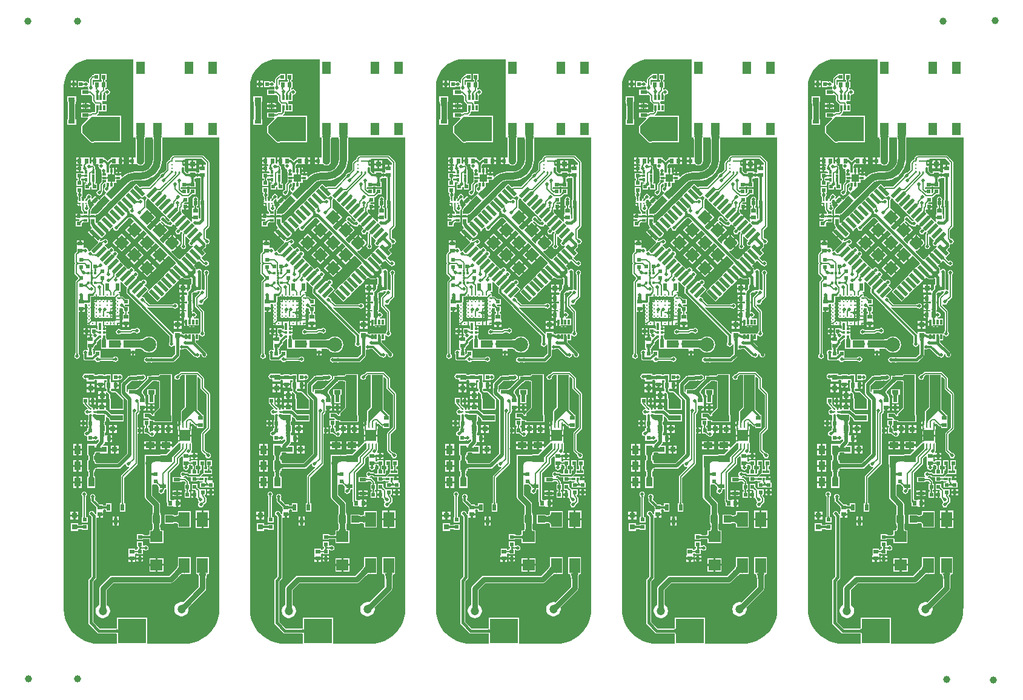
<source format=gbl>
G04*
G04 #@! TF.GenerationSoftware,Altium Limited,Altium Designer,19.1.8 (144)*
G04*
G04 Layer_Physical_Order=2*
G04 Layer_Color=16711680*
%FSAX25Y25*%
%MOIN*%
G70*
G01*
G75*
%ADD10C,0.03937*%
%ADD11C,0.04724*%
%ADD14C,0.01181*%
%ADD15C,0.00787*%
%ADD16C,0.01575*%
%ADD17C,0.01968*%
%ADD18C,0.01968*%
%ADD19C,0.01181*%
%ADD20C,0.03937*%
%ADD21R,0.00984X0.01083*%
%ADD22R,0.01083X0.00984*%
%ADD23R,0.00394X0.00394*%
%ADD24R,0.03150X0.03150*%
%ADD25R,0.02520X0.02362*%
%ADD26R,0.05118X0.07087*%
%ADD27R,0.02244X0.02441*%
%ADD28R,0.05118X0.03543*%
%ADD29R,0.01968X0.02362*%
%ADD30R,0.15748X0.13780*%
%ADD31R,0.06614X0.05984*%
%ADD32R,0.03937X0.03937*%
%ADD33R,0.02362X0.01968*%
%ADD34R,0.06102X0.08268*%
%ADD35R,0.03740X0.01890*%
G04:AMPARAMS|DCode=36|XSize=39.37mil|YSize=23.62mil|CornerRadius=0mil|HoleSize=0mil|Usage=FLASHONLY|Rotation=315.000|XOffset=0mil|YOffset=0mil|HoleType=Round|Shape=Rectangle|*
%AMROTATEDRECTD36*
4,1,4,-0.02227,0.00557,-0.00557,0.02227,0.02227,-0.00557,0.00557,-0.02227,-0.02227,0.00557,0.0*
%
%ADD36ROTATEDRECTD36*%

%ADD37R,0.02362X0.02520*%
%ADD38R,0.03150X0.03150*%
G04:AMPARAMS|DCode=39|XSize=19.68mil|YSize=66.93mil|CornerRadius=0mil|HoleSize=0mil|Usage=FLASHONLY|Rotation=45.000|XOffset=0mil|YOffset=0mil|HoleType=Round|Shape=Rectangle|*
%AMROTATEDRECTD39*
4,1,4,0.01670,-0.03062,-0.03062,0.01670,-0.01670,0.03062,0.03062,-0.01670,0.01670,-0.03062,0.0*
%
%ADD39ROTATEDRECTD39*%

G04:AMPARAMS|DCode=40|XSize=19.68mil|YSize=66.93mil|CornerRadius=0mil|HoleSize=0mil|Usage=FLASHONLY|Rotation=135.000|XOffset=0mil|YOffset=0mil|HoleType=Round|Shape=Rectangle|*
%AMROTATEDRECTD40*
4,1,4,0.03062,0.01670,-0.01670,-0.03062,-0.03062,-0.01670,0.01670,0.03062,0.03062,0.01670,0.0*
%
%ADD40ROTATEDRECTD40*%

G04:AMPARAMS|DCode=41|XSize=59.06mil|YSize=59.06mil|CornerRadius=5.91mil|HoleSize=0mil|Usage=FLASHONLY|Rotation=135.000|XOffset=0mil|YOffset=0mil|HoleType=Round|Shape=RoundedRectangle|*
%AMROUNDEDRECTD41*
21,1,0.05906,0.04724,0,0,135.0*
21,1,0.04724,0.05906,0,0,135.0*
1,1,0.01181,0.00000,0.03341*
1,1,0.01181,0.03341,0.00000*
1,1,0.01181,0.00000,-0.03341*
1,1,0.01181,-0.03341,0.00000*
%
%ADD41ROUNDEDRECTD41*%
%ADD42P,0.08352X4X180.0*%
%ADD43R,0.01575X0.01968*%
%ADD44R,0.01575X0.01181*%
%ADD45R,0.01181X0.01870*%
%ADD46R,0.01870X0.01181*%
G04:AMPARAMS|DCode=47|XSize=24.41mil|YSize=22.44mil|CornerRadius=0mil|HoleSize=0mil|Usage=FLASHONLY|Rotation=225.000|XOffset=0mil|YOffset=0mil|HoleType=Round|Shape=Rectangle|*
%AMROTATEDRECTD47*
4,1,4,0.00070,0.01656,0.01656,0.00070,-0.00070,-0.01656,-0.01656,-0.00070,0.00070,0.01656,0.0*
%
%ADD47ROTATEDRECTD47*%

%ADD48R,0.01968X0.01181*%
%ADD49R,0.05906X0.06299*%
G04:AMPARAMS|DCode=50|XSize=9.84mil|YSize=33.47mil|CornerRadius=2.46mil|HoleSize=0mil|Usage=FLASHONLY|Rotation=180.000|XOffset=0mil|YOffset=0mil|HoleType=Round|Shape=RoundedRectangle|*
%AMROUNDEDRECTD50*
21,1,0.00984,0.02854,0,0,180.0*
21,1,0.00492,0.03347,0,0,180.0*
1,1,0.00492,-0.00246,0.01427*
1,1,0.00492,0.00246,0.01427*
1,1,0.00492,0.00246,-0.01427*
1,1,0.00492,-0.00246,-0.01427*
%
%ADD50ROUNDEDRECTD50*%
%ADD51R,0.05906X0.18504*%
%ADD52R,0.01181X0.03150*%
%ADD53R,0.01968X0.01575*%
%ADD54R,0.01181X0.01575*%
%ADD55R,0.02362X0.04331*%
%ADD56R,0.01181X0.01772*%
%ADD57R,0.01890X0.03740*%
%ADD58R,0.01968X0.01968*%
%ADD59R,0.01181X0.02756*%
%ADD60R,0.01181X0.01181*%
%ADD61R,0.02244X0.03937*%
%ADD62R,0.02362X0.03937*%
%ADD63R,0.01378X0.01968*%
%ADD64R,0.06693X0.02756*%
%ADD65R,0.03543X0.05118*%
%ADD66C,0.00598*%
%ADD67C,0.00945*%
%ADD68C,0.00984*%
%ADD69C,0.02953*%
%ADD70C,0.01673*%
%ADD71C,0.07874*%
G36*
X0487677Y0361530D02*
Y0318504D01*
X0488803D01*
X0488805Y0318490D01*
X0488940Y0316355D01*
Y0307707D01*
X0488689Y0307311D01*
X0488440Y0307311D01*
X0487539D01*
Y0305472D01*
Y0303634D01*
X0488576D01*
X0488689Y0303634D01*
X0489140Y0303752D01*
X0489736Y0303752D01*
X0490493Y0303246D01*
X0491457Y0303054D01*
X0492420Y0303246D01*
X0493236Y0303791D01*
X0493782Y0304608D01*
X0493973Y0305571D01*
Y0316036D01*
X0493989Y0316999D01*
X0494057Y0318073D01*
X0494105Y0318475D01*
X0494110Y0318504D01*
X0498252D01*
X0498254Y0318490D01*
X0498389Y0316355D01*
Y0306432D01*
X0498409Y0306328D01*
X0498290Y0305117D01*
X0497906Y0303852D01*
X0497283Y0302687D01*
X0496445Y0301665D01*
X0495424Y0300827D01*
X0494258Y0300204D01*
X0492993Y0299820D01*
X0491782Y0299701D01*
X0491678Y0299722D01*
X0488695D01*
X0488564Y0299695D01*
X0487042Y0299576D01*
X0485430Y0299189D01*
X0483898Y0298554D01*
X0482484Y0297688D01*
X0481574Y0296911D01*
X0480934Y0296949D01*
X0480880Y0297020D01*
Y0297638D01*
X0479327D01*
Y0298228D01*
X0478736D01*
Y0299437D01*
X0478579D01*
Y0299597D01*
X0477370D01*
Y0300187D01*
X0476780D01*
Y0301740D01*
X0476161D01*
Y0301583D01*
X0475701D01*
Y0300049D01*
X0475102D01*
Y0301583D01*
X0474537D01*
Y0302429D01*
X0474557Y0302476D01*
X0474558Y0302578D01*
X0474565Y0302746D01*
X0474577Y0302865D01*
X0474581Y0302891D01*
X0474584Y0302903D01*
X0474591Y0302923D01*
X0474591Y0302931D01*
X0474823Y0303279D01*
X0474853Y0303429D01*
X0475091Y0303831D01*
X0478301D01*
X0478752Y0303713D01*
X0478904Y0303713D01*
X0479961D01*
Y0305591D01*
Y0307469D01*
X0478904D01*
X0478752Y0307469D01*
X0478301Y0307350D01*
X0475091D01*
Y0306689D01*
X0474732Y0306618D01*
X0474371Y0306377D01*
X0474371Y0306377D01*
X0473650Y0305655D01*
X0473603Y0305636D01*
X0473530Y0305565D01*
X0473428Y0305471D01*
X0473315Y0305570D01*
X0473248Y0305636D01*
X0473201Y0305655D01*
X0472479Y0306377D01*
X0472118Y0306618D01*
X0471693Y0306703D01*
X0471642Y0307184D01*
Y0307350D01*
X0468431D01*
X0467980Y0307469D01*
X0467828Y0307469D01*
X0466772D01*
Y0305591D01*
X0466181D01*
D01*
X0466772D01*
Y0303713D01*
X0467828D01*
X0467980Y0303713D01*
X0468291Y0303794D01*
X0468441Y0303331D01*
X0468385Y0303247D01*
X0468270Y0302668D01*
X0468385Y0302089D01*
X0468713Y0301598D01*
X0469204Y0301270D01*
X0469603Y0301190D01*
X0469854Y0300897D01*
X0469916Y0300671D01*
X0469825Y0300216D01*
X0469940Y0299637D01*
X0469959Y0299609D01*
X0470041Y0299319D01*
X0470019Y0298828D01*
X0470012Y0298811D01*
X0470024Y0298781D01*
X0470015Y0298750D01*
X0470041Y0298702D01*
Y0297138D01*
X0470081D01*
Y0296559D01*
X0471614D01*
Y0295961D01*
X0470081D01*
Y0295382D01*
X0470041D01*
Y0294217D01*
X0470041Y0294212D01*
X0470041Y0294211D01*
Y0294091D01*
X0470026Y0294070D01*
X0469776Y0293780D01*
X0469608Y0293607D01*
X0469586Y0293552D01*
X0469159Y0293125D01*
X0468961Y0292829D01*
X0468892Y0292480D01*
Y0289583D01*
X0468858Y0289556D01*
X0468279Y0289441D01*
X0467788Y0289113D01*
X0467460Y0288622D01*
X0467345Y0288042D01*
X0467460Y0287463D01*
X0467788Y0286972D01*
X0468279Y0286644D01*
X0468858Y0286529D01*
X0469437Y0286644D01*
X0469928Y0286972D01*
X0470256Y0287463D01*
X0470372Y0288042D01*
X0470342Y0288193D01*
X0470479Y0288341D01*
X0470519Y0288450D01*
X0470645Y0288639D01*
X0470714Y0288987D01*
Y0292103D01*
X0471343Y0292731D01*
X0471390Y0292747D01*
X0471397Y0292760D01*
X0471411Y0292766D01*
X0471543Y0292893D01*
X0471657Y0292993D01*
X0471760Y0293074D01*
X0471848Y0293135D01*
X0472163Y0293028D01*
X0472259Y0292970D01*
X0472342Y0292902D01*
Y0291553D01*
X0472326Y0291530D01*
X0472337Y0291469D01*
X0472313Y0291412D01*
X0472312Y0291409D01*
X0472256Y0291398D01*
X0471765Y0291070D01*
X0471437Y0290579D01*
X0471321Y0290000D01*
X0471437Y0289421D01*
X0471765Y0288930D01*
X0472256Y0288602D01*
X0472504Y0288552D01*
X0472669Y0288010D01*
X0471925Y0287266D01*
X0471867Y0287208D01*
X0471571Y0286913D01*
X0471513Y0286855D01*
X0469686Y0285028D01*
X0469480Y0284890D01*
X0468733Y0284143D01*
X0468086Y0284789D01*
X0466786Y0283489D01*
X0465486Y0282189D01*
X0466133Y0281543D01*
X0464933Y0280343D01*
X0464856Y0280228D01*
X0464481Y0279853D01*
X0464460Y0279801D01*
X0464413Y0279770D01*
X0464133Y0279351D01*
X0464122Y0279296D01*
X0464083Y0279257D01*
X0463890Y0278791D01*
Y0278735D01*
X0463859Y0278689D01*
X0463761Y0278194D01*
X0463771Y0278140D01*
X0463750Y0278089D01*
X0463750Y0277836D01*
X0463750Y0277836D01*
X0463750Y0276638D01*
X0463673Y0276169D01*
X0463673D01*
Y0275551D01*
X0466892D01*
X0466955Y0275720D01*
X0467164Y0276005D01*
X0467422Y0276056D01*
X0467468Y0276087D01*
X0467523D01*
X0467767Y0276188D01*
X0467806Y0276227D01*
X0467860Y0276238D01*
X0468080Y0276384D01*
X0468110Y0276430D01*
X0468161Y0276451D01*
X0468255Y0276544D01*
X0468255Y0276544D01*
X0468255Y0276545D01*
X0469477Y0277767D01*
X0469477Y0277767D01*
X0469478Y0277769D01*
X0473039Y0281331D01*
X0473177Y0281537D01*
X0475004Y0283364D01*
X0475063Y0283422D01*
X0475358Y0283717D01*
X0475416Y0283776D01*
X0477210Y0285569D01*
X0477416Y0285707D01*
X0484772Y0293063D01*
X0484851Y0293181D01*
X0485898Y0293985D01*
X0487247Y0294544D01*
X0488555Y0294716D01*
X0488695Y0294688D01*
X0491678D01*
X0491780Y0294708D01*
X0493514Y0294845D01*
X0495304Y0295274D01*
X0497005Y0295979D01*
X0498574Y0296941D01*
X0499974Y0298136D01*
X0501170Y0299536D01*
X0502131Y0301106D01*
X0502836Y0302807D01*
X0503266Y0304597D01*
X0503402Y0306330D01*
X0503422Y0306432D01*
Y0316036D01*
X0503438Y0316999D01*
X0503506Y0318073D01*
X0503554Y0318475D01*
X0503559Y0318504D01*
X0534916D01*
X0534916Y0059395D01*
Y0059369D01*
X0534839Y0058900D01*
X0534838Y0058896D01*
X0534891Y0058395D01*
X0534760Y0056391D01*
X0534271Y0053932D01*
X0533465Y0051557D01*
X0532355Y0049308D01*
X0530962Y0047222D01*
X0529309Y0045337D01*
X0527423Y0043683D01*
X0525338Y0042290D01*
X0523089Y0041181D01*
X0520714Y0040375D01*
X0518254Y0039886D01*
X0516249Y0039754D01*
X0515749Y0039808D01*
X0515745Y0039806D01*
X0515670Y0039730D01*
X0495185Y0039730D01*
Y0054162D01*
X0478437D01*
Y0048452D01*
X0478411Y0048403D01*
X0478402Y0048317D01*
X0478398Y0048307D01*
X0478392Y0048298D01*
X0478369Y0048276D01*
X0478310Y0048240D01*
X0478209Y0048199D01*
X0478062Y0048160D01*
X0477873Y0048128D01*
X0477642Y0048108D01*
X0477360Y0048100D01*
X0477324Y0048084D01*
X0469126D01*
X0465387Y0051823D01*
Y0073983D01*
X0466775Y0075370D01*
X0467059Y0075796D01*
X0467159Y0076298D01*
Y0108709D01*
X0467216Y0109185D01*
X0467659Y0109185D01*
X0468504D01*
Y0109758D01*
X0468449Y0109795D01*
X0468382Y0109819D01*
X0468307Y0109827D01*
X0468504D01*
Y0110984D01*
X0469094D01*
Y0111575D01*
X0470972D01*
Y0112632D01*
X0470972Y0112784D01*
X0470875Y0113154D01*
X0471149Y0113610D01*
X0471165Y0113613D01*
X0471329Y0113627D01*
X0471537Y0113632D01*
X0471582Y0113652D01*
X0471804D01*
X0471848Y0113632D01*
X0472058Y0113627D01*
X0472224Y0113612D01*
X0472357Y0113591D01*
X0472454Y0113565D01*
X0472514Y0113540D01*
X0472516Y0113539D01*
X0472517Y0113525D01*
X0472531Y0113499D01*
Y0112394D01*
X0475421D01*
Y0117134D01*
X0472531D01*
Y0116028D01*
X0472517Y0116002D01*
X0472516Y0115989D01*
X0472514Y0115987D01*
X0472454Y0115963D01*
X0472357Y0115937D01*
X0472224Y0115915D01*
X0472058Y0115901D01*
X0471848Y0115895D01*
X0471804Y0115876D01*
X0471582D01*
X0471537Y0115895D01*
X0471329Y0115901D01*
X0471165Y0115915D01*
X0471034Y0115936D01*
X0470938Y0115962D01*
X0470881Y0115984D01*
X0470880Y0115991D01*
X0470854Y0116039D01*
Y0116445D01*
X0470413D01*
X0470342Y0116474D01*
X0470314Y0116462D01*
X0470285Y0116471D01*
X0470237Y0116445D01*
X0469731D01*
X0469703Y0116463D01*
X0469661Y0116455D01*
X0469621Y0116474D01*
X0469542Y0116445D01*
X0469171D01*
X0469073Y0116501D01*
X0468923Y0116605D01*
X0468527Y0116940D01*
X0468301Y0117158D01*
X0468255Y0117176D01*
X0466368Y0119063D01*
Y0119240D01*
X0466388Y0119287D01*
X0466389Y0119389D01*
X0466395Y0119557D01*
X0466407Y0119676D01*
X0466412Y0119702D01*
X0466415Y0119714D01*
X0466422Y0119734D01*
X0466421Y0119742D01*
X0466654Y0120090D01*
X0466769Y0120669D01*
X0466654Y0121248D01*
X0466326Y0121739D01*
X0465835Y0122067D01*
X0465256Y0122183D01*
X0464677Y0122067D01*
X0464186Y0121739D01*
X0463858Y0121248D01*
X0463742Y0120669D01*
X0463858Y0120090D01*
X0464090Y0119742D01*
X0464090Y0119734D01*
X0464097Y0119714D01*
X0464100Y0119702D01*
X0464103Y0119685D01*
X0464123Y0119382D01*
X0464124Y0119287D01*
X0464144Y0119240D01*
Y0118603D01*
X0464144Y0118602D01*
X0464229Y0118177D01*
X0464470Y0117816D01*
X0466584Y0115702D01*
X0466595Y0115667D01*
X0466609Y0115659D01*
X0466615Y0115643D01*
X0467042Y0115184D01*
X0467188Y0115003D01*
X0467298Y0114844D01*
X0467335Y0114780D01*
Y0114428D01*
X0467306Y0114367D01*
X0467321Y0114324D01*
X0467309Y0114280D01*
X0467335Y0114234D01*
Y0113235D01*
X0467216Y0112784D01*
X0467216Y0112632D01*
Y0111403D01*
X0466955Y0111262D01*
X0466716Y0111223D01*
X0466093Y0111846D01*
X0466063Y0111996D01*
X0465735Y0112487D01*
X0465244Y0112815D01*
X0464665Y0112931D01*
X0464086Y0112815D01*
X0463595Y0112487D01*
X0463267Y0111996D01*
X0463152Y0111417D01*
X0463267Y0110838D01*
X0463595Y0110347D01*
X0464086Y0110019D01*
X0464237Y0109989D01*
X0464534Y0109693D01*
Y0076842D01*
X0463147Y0075455D01*
X0462862Y0075029D01*
X0462762Y0074527D01*
Y0051280D01*
X0462862Y0050777D01*
X0463147Y0050351D01*
X0467654Y0045844D01*
X0468080Y0045559D01*
X0468583Y0045459D01*
X0477324D01*
X0477360Y0045443D01*
X0477642Y0045436D01*
X0477873Y0045416D01*
X0478062Y0045384D01*
X0478209Y0045345D01*
X0478310Y0045303D01*
X0478369Y0045267D01*
X0478392Y0045245D01*
X0478398Y0045237D01*
X0478402Y0045226D01*
X0478411Y0045140D01*
X0478437Y0045092D01*
Y0039730D01*
X0468504Y0039730D01*
X0468471Y0039724D01*
X0466000Y0039886D01*
X0463540Y0040375D01*
X0461165Y0041181D01*
X0458916Y0042290D01*
X0456830Y0043684D01*
X0454944Y0045338D01*
X0453290Y0047224D01*
X0451897Y0049309D01*
X0450787Y0051559D01*
X0449981Y0053934D01*
X0449492Y0056394D01*
X0449330Y0058865D01*
X0449336Y0058897D01*
X0449336Y0346298D01*
X0449326Y0346350D01*
X0449509Y0348683D01*
X0450068Y0351009D01*
X0450984Y0353220D01*
X0452234Y0355259D01*
X0453787Y0357079D01*
X0455607Y0358633D01*
X0457647Y0359883D01*
X0459857Y0360798D01*
X0462184Y0361357D01*
X0464069Y0361505D01*
X0464569Y0361452D01*
X0464569Y0361452D01*
X0464577Y0361456D01*
X0464651Y0361530D01*
X0465040Y0361530D01*
X0487677Y0361530D01*
D02*
G37*
G36*
X0385315D02*
Y0318504D01*
X0386441D01*
X0386443Y0318490D01*
X0386578Y0316355D01*
Y0307707D01*
X0386327Y0307311D01*
X0386078Y0307311D01*
X0385177D01*
Y0305472D01*
Y0303634D01*
X0386214D01*
X0386327Y0303634D01*
X0386778Y0303752D01*
X0387373Y0303752D01*
X0388131Y0303246D01*
X0389094Y0303054D01*
X0390058Y0303246D01*
X0390874Y0303791D01*
X0391420Y0304608D01*
X0391611Y0305571D01*
Y0316036D01*
X0391627Y0316999D01*
X0391695Y0318073D01*
X0391743Y0318475D01*
X0391748Y0318504D01*
X0395889D01*
X0395892Y0318490D01*
X0396026Y0316355D01*
Y0306432D01*
X0396047Y0306328D01*
X0395928Y0305117D01*
X0395544Y0303852D01*
X0394921Y0302687D01*
X0394083Y0301665D01*
X0393061Y0300827D01*
X0391896Y0300204D01*
X0390631Y0299820D01*
X0389420Y0299701D01*
X0389316Y0299722D01*
X0386333D01*
X0386202Y0299695D01*
X0384680Y0299576D01*
X0383068Y0299189D01*
X0381536Y0298554D01*
X0380122Y0297688D01*
X0379212Y0296911D01*
X0378572Y0296949D01*
X0378518Y0297020D01*
Y0297638D01*
X0376965D01*
Y0298228D01*
X0376374D01*
Y0299437D01*
X0376217D01*
Y0299597D01*
X0375008D01*
Y0300187D01*
X0374417D01*
Y0301740D01*
X0373799D01*
Y0301583D01*
X0373339D01*
Y0300049D01*
X0372740D01*
Y0301583D01*
X0372175D01*
Y0302429D01*
X0372195Y0302476D01*
X0372196Y0302578D01*
X0372202Y0302746D01*
X0372215Y0302865D01*
X0372219Y0302891D01*
X0372222Y0302903D01*
X0372229Y0302923D01*
X0372228Y0302931D01*
X0372461Y0303279D01*
X0372491Y0303429D01*
X0372728Y0303831D01*
X0375939D01*
X0376390Y0303713D01*
X0376542Y0303713D01*
X0377598D01*
Y0305591D01*
Y0307469D01*
X0376542D01*
X0376390Y0307469D01*
X0375939Y0307350D01*
X0372728D01*
Y0306689D01*
X0372370Y0306618D01*
X0372009Y0306377D01*
X0372009Y0306377D01*
X0371287Y0305655D01*
X0371240Y0305636D01*
X0371167Y0305565D01*
X0371066Y0305471D01*
X0370953Y0305570D01*
X0370885Y0305636D01*
X0370838Y0305655D01*
X0370117Y0306377D01*
X0369756Y0306618D01*
X0369331Y0306703D01*
X0369280Y0307184D01*
Y0307350D01*
X0366069D01*
X0365618Y0307469D01*
X0365466Y0307469D01*
X0364409D01*
Y0305591D01*
X0363819D01*
D01*
X0364409D01*
Y0303713D01*
X0365466D01*
X0365618Y0303713D01*
X0365929Y0303794D01*
X0366079Y0303331D01*
X0366023Y0303247D01*
X0365908Y0302668D01*
X0366023Y0302089D01*
X0366351Y0301598D01*
X0366842Y0301270D01*
X0367241Y0301190D01*
X0367492Y0300897D01*
X0367553Y0300671D01*
X0367463Y0300216D01*
X0367578Y0299637D01*
X0367597Y0299609D01*
X0367679Y0299319D01*
X0367657Y0298828D01*
X0367650Y0298811D01*
X0367662Y0298781D01*
X0367653Y0298750D01*
X0367679Y0298702D01*
Y0297138D01*
X0367719D01*
Y0296559D01*
X0369252D01*
Y0295961D01*
X0367719D01*
Y0295382D01*
X0367679D01*
Y0294217D01*
X0367678Y0294212D01*
X0367679Y0294211D01*
Y0294091D01*
X0367664Y0294070D01*
X0367414Y0293780D01*
X0367246Y0293607D01*
X0367224Y0293552D01*
X0366797Y0293125D01*
X0366599Y0292829D01*
X0366530Y0292480D01*
Y0289583D01*
X0366496Y0289556D01*
X0365917Y0289441D01*
X0365426Y0289113D01*
X0365098Y0288622D01*
X0364983Y0288042D01*
X0365098Y0287463D01*
X0365426Y0286972D01*
X0365917Y0286644D01*
X0366496Y0286529D01*
X0367075Y0286644D01*
X0367566Y0286972D01*
X0367894Y0287463D01*
X0368009Y0288042D01*
X0367979Y0288193D01*
X0368116Y0288341D01*
X0368157Y0288450D01*
X0368283Y0288639D01*
X0368352Y0288987D01*
Y0292103D01*
X0368980Y0292731D01*
X0369028Y0292747D01*
X0369035Y0292760D01*
X0369049Y0292766D01*
X0369181Y0292893D01*
X0369295Y0292993D01*
X0369398Y0293074D01*
X0369486Y0293135D01*
X0369800Y0293028D01*
X0369896Y0292970D01*
X0369980Y0292902D01*
Y0291553D01*
X0369964Y0291530D01*
X0369975Y0291469D01*
X0369951Y0291412D01*
X0369950Y0291409D01*
X0369893Y0291398D01*
X0369402Y0291070D01*
X0369074Y0290579D01*
X0368959Y0290000D01*
X0369074Y0289421D01*
X0369402Y0288930D01*
X0369893Y0288602D01*
X0370142Y0288552D01*
X0370306Y0288010D01*
X0369563Y0287266D01*
X0369504Y0287208D01*
X0369209Y0286913D01*
X0369151Y0286855D01*
X0367324Y0285028D01*
X0367118Y0284890D01*
X0366371Y0284143D01*
X0365724Y0284789D01*
X0364424Y0283489D01*
X0363124Y0282189D01*
X0363771Y0281543D01*
X0362571Y0280343D01*
X0362494Y0280228D01*
X0362119Y0279853D01*
X0362097Y0279801D01*
X0362051Y0279770D01*
X0361771Y0279351D01*
X0361760Y0279296D01*
X0361721Y0279257D01*
X0361528Y0278791D01*
Y0278735D01*
X0361497Y0278689D01*
X0361398Y0278194D01*
X0361409Y0278140D01*
X0361388Y0278089D01*
X0361388Y0277836D01*
X0361388Y0277836D01*
X0361388Y0276638D01*
X0361311Y0276169D01*
X0361311D01*
Y0275551D01*
X0364530D01*
X0364593Y0275720D01*
X0364801Y0276005D01*
X0365060Y0276056D01*
X0365106Y0276087D01*
X0365161D01*
X0365405Y0276188D01*
X0365444Y0276227D01*
X0365498Y0276238D01*
X0365717Y0276384D01*
X0365748Y0276430D01*
X0365799Y0276451D01*
X0365892Y0276544D01*
X0365893Y0276544D01*
X0365893Y0276545D01*
X0367115Y0277767D01*
X0367115Y0277767D01*
X0367116Y0277769D01*
X0370677Y0281331D01*
X0370815Y0281537D01*
X0372642Y0283364D01*
X0372700Y0283422D01*
X0372995Y0283717D01*
X0373054Y0283776D01*
X0374847Y0285569D01*
X0375054Y0285707D01*
X0382410Y0293063D01*
X0382489Y0293181D01*
X0383536Y0293985D01*
X0384885Y0294544D01*
X0386193Y0294716D01*
X0386333Y0294688D01*
X0389316D01*
X0389418Y0294708D01*
X0391151Y0294845D01*
X0392941Y0295274D01*
X0394642Y0295979D01*
X0396212Y0296941D01*
X0397612Y0298136D01*
X0398807Y0299536D01*
X0399769Y0301106D01*
X0400474Y0302807D01*
X0400904Y0304597D01*
X0401040Y0306330D01*
X0401060Y0306432D01*
Y0316036D01*
X0401076Y0316999D01*
X0401144Y0318073D01*
X0401192Y0318475D01*
X0401197Y0318504D01*
X0432553D01*
X0432553Y0059395D01*
Y0059369D01*
X0432477Y0058900D01*
X0432476Y0058896D01*
X0432529Y0058395D01*
X0432398Y0056391D01*
X0431909Y0053932D01*
X0431103Y0051557D01*
X0429993Y0049308D01*
X0428600Y0047222D01*
X0426946Y0045337D01*
X0425061Y0043683D01*
X0422976Y0042290D01*
X0420726Y0041181D01*
X0418352Y0040375D01*
X0415892Y0039886D01*
X0413887Y0039754D01*
X0413387Y0039808D01*
X0413383Y0039806D01*
X0413308Y0039730D01*
X0392823Y0039730D01*
Y0054162D01*
X0376075D01*
Y0048452D01*
X0376048Y0048403D01*
X0376040Y0048317D01*
X0376036Y0048307D01*
X0376030Y0048298D01*
X0376006Y0048276D01*
X0375948Y0048240D01*
X0375846Y0048199D01*
X0375700Y0048160D01*
X0375510Y0048128D01*
X0375280Y0048108D01*
X0374998Y0048100D01*
X0374962Y0048084D01*
X0366764D01*
X0363025Y0051823D01*
Y0073983D01*
X0364412Y0075370D01*
X0364697Y0075796D01*
X0364797Y0076298D01*
Y0108709D01*
X0364854Y0109185D01*
X0365297Y0109185D01*
X0366142D01*
Y0109758D01*
X0366087Y0109795D01*
X0366020Y0109819D01*
X0365945Y0109827D01*
X0366142D01*
Y0110984D01*
X0366732D01*
Y0111575D01*
X0368610D01*
Y0112632D01*
X0368610Y0112784D01*
X0368513Y0113154D01*
X0368787Y0113610D01*
X0368803Y0113613D01*
X0368967Y0113627D01*
X0369175Y0113632D01*
X0369219Y0113652D01*
X0369442D01*
X0369486Y0113632D01*
X0369696Y0113627D01*
X0369862Y0113612D01*
X0369995Y0113591D01*
X0370092Y0113565D01*
X0370152Y0113540D01*
X0370154Y0113539D01*
X0370155Y0113525D01*
X0370169Y0113499D01*
Y0112394D01*
X0373059D01*
Y0117134D01*
X0370169D01*
Y0116028D01*
X0370155Y0116002D01*
X0370154Y0115989D01*
X0370152Y0115987D01*
X0370092Y0115963D01*
X0369995Y0115937D01*
X0369862Y0115915D01*
X0369696Y0115901D01*
X0369486Y0115895D01*
X0369442Y0115876D01*
X0369219D01*
X0369175Y0115895D01*
X0368967Y0115901D01*
X0368803Y0115915D01*
X0368672Y0115936D01*
X0368576Y0115962D01*
X0368519Y0115984D01*
X0368518Y0115991D01*
X0368492Y0116039D01*
Y0116445D01*
X0368051D01*
X0367980Y0116474D01*
X0367952Y0116462D01*
X0367922Y0116471D01*
X0367875Y0116445D01*
X0367368D01*
X0367341Y0116463D01*
X0367298Y0116455D01*
X0367259Y0116474D01*
X0367179Y0116445D01*
X0366809D01*
X0366711Y0116501D01*
X0366561Y0116605D01*
X0366165Y0116940D01*
X0365939Y0117158D01*
X0365893Y0117176D01*
X0364006Y0119063D01*
Y0119240D01*
X0364025Y0119287D01*
X0364026Y0119389D01*
X0364033Y0119557D01*
X0364045Y0119676D01*
X0364050Y0119702D01*
X0364053Y0119714D01*
X0364060Y0119734D01*
X0364059Y0119742D01*
X0364292Y0120090D01*
X0364407Y0120669D01*
X0364292Y0121248D01*
X0363964Y0121739D01*
X0363473Y0122067D01*
X0362894Y0122183D01*
X0362315Y0122067D01*
X0361824Y0121739D01*
X0361495Y0121248D01*
X0361380Y0120669D01*
X0361495Y0120090D01*
X0361728Y0119742D01*
X0361728Y0119734D01*
X0361735Y0119714D01*
X0361737Y0119702D01*
X0361740Y0119685D01*
X0361761Y0119382D01*
X0361762Y0119287D01*
X0361782Y0119240D01*
Y0118603D01*
X0361782Y0118602D01*
X0361866Y0118177D01*
X0362107Y0117816D01*
X0364221Y0115702D01*
X0364232Y0115667D01*
X0364247Y0115659D01*
X0364253Y0115643D01*
X0364680Y0115184D01*
X0364825Y0115003D01*
X0364936Y0114844D01*
X0364972Y0114780D01*
Y0114428D01*
X0364944Y0114367D01*
X0364959Y0114324D01*
X0364947Y0114280D01*
X0364972Y0114234D01*
Y0113235D01*
X0364854Y0112784D01*
X0364854Y0112632D01*
Y0111403D01*
X0364592Y0111262D01*
X0364354Y0111223D01*
X0363731Y0111846D01*
X0363701Y0111996D01*
X0363373Y0112487D01*
X0362882Y0112815D01*
X0362303Y0112931D01*
X0361724Y0112815D01*
X0361233Y0112487D01*
X0360905Y0111996D01*
X0360790Y0111417D01*
X0360905Y0110838D01*
X0361233Y0110347D01*
X0361724Y0110019D01*
X0361875Y0109989D01*
X0362172Y0109693D01*
Y0076842D01*
X0360784Y0075455D01*
X0360500Y0075029D01*
X0360400Y0074527D01*
Y0051280D01*
X0360500Y0050777D01*
X0360784Y0050351D01*
X0365292Y0045844D01*
X0365718Y0045559D01*
X0366220Y0045459D01*
X0374962D01*
X0374998Y0045443D01*
X0375280Y0045436D01*
X0375510Y0045416D01*
X0375700Y0045384D01*
X0375846Y0045345D01*
X0375948Y0045303D01*
X0376006Y0045267D01*
X0376030Y0045245D01*
X0376036Y0045237D01*
X0376040Y0045226D01*
X0376048Y0045140D01*
X0376075Y0045092D01*
Y0039730D01*
X0366141Y0039730D01*
X0366109Y0039724D01*
X0363638Y0039886D01*
X0361178Y0040375D01*
X0358803Y0041181D01*
X0356553Y0042290D01*
X0354468Y0043684D01*
X0352582Y0045338D01*
X0350928Y0047224D01*
X0349535Y0049309D01*
X0348425Y0051559D01*
X0347619Y0053934D01*
X0347130Y0056394D01*
X0346968Y0058865D01*
X0346974Y0058897D01*
X0346974Y0346298D01*
X0346964Y0346350D01*
X0347147Y0348683D01*
X0347706Y0351009D01*
X0348621Y0353220D01*
X0349871Y0355259D01*
X0351425Y0357079D01*
X0353244Y0358633D01*
X0355285Y0359883D01*
X0357495Y0360798D01*
X0359821Y0361357D01*
X0361707Y0361505D01*
X0362207Y0361452D01*
X0362207Y0361452D01*
X0362215Y0361456D01*
X0362288Y0361530D01*
X0362678Y0361530D01*
X0385315Y0361530D01*
D02*
G37*
G36*
X0282953D02*
Y0318504D01*
X0284079D01*
X0284081Y0318490D01*
X0284215Y0316355D01*
Y0307707D01*
X0283964Y0307311D01*
X0283715Y0307311D01*
X0282815D01*
Y0305472D01*
Y0303634D01*
X0283852D01*
X0283965Y0303634D01*
X0284416Y0303752D01*
X0285011Y0303752D01*
X0285769Y0303246D01*
X0286732Y0303054D01*
X0287695Y0303246D01*
X0288512Y0303791D01*
X0289057Y0304608D01*
X0289249Y0305571D01*
Y0316036D01*
X0289265Y0316999D01*
X0289333Y0318073D01*
X0289381Y0318475D01*
X0289386Y0318504D01*
X0293527D01*
X0293530Y0318490D01*
X0293664Y0316355D01*
Y0306432D01*
X0293685Y0306328D01*
X0293566Y0305117D01*
X0293182Y0303852D01*
X0292559Y0302687D01*
X0291721Y0301665D01*
X0290699Y0300827D01*
X0289534Y0300204D01*
X0288269Y0299820D01*
X0287058Y0299701D01*
X0286954Y0299722D01*
X0283971D01*
X0283839Y0299695D01*
X0282318Y0299576D01*
X0280705Y0299189D01*
X0279174Y0298554D01*
X0277760Y0297688D01*
X0276850Y0296911D01*
X0276209Y0296949D01*
X0276155Y0297020D01*
Y0297638D01*
X0274602D01*
Y0298228D01*
X0274012D01*
Y0299437D01*
X0273854D01*
Y0299597D01*
X0272646D01*
Y0300187D01*
X0272055D01*
Y0301740D01*
X0271437D01*
Y0301583D01*
X0270976D01*
Y0300049D01*
X0270378D01*
Y0301583D01*
X0269813D01*
Y0302429D01*
X0269832Y0302476D01*
X0269833Y0302578D01*
X0269840Y0302746D01*
X0269852Y0302865D01*
X0269857Y0302891D01*
X0269860Y0302903D01*
X0269867Y0302923D01*
X0269866Y0302931D01*
X0270099Y0303279D01*
X0270129Y0303429D01*
X0270366Y0303831D01*
X0273576D01*
X0274027Y0303713D01*
X0274179Y0303713D01*
X0275236D01*
Y0305591D01*
Y0307469D01*
X0274179D01*
X0274027Y0307469D01*
X0273576Y0307350D01*
X0270366D01*
Y0306689D01*
X0270007Y0306618D01*
X0269647Y0306377D01*
X0269647Y0306377D01*
X0268925Y0305655D01*
X0268878Y0305636D01*
X0268805Y0305565D01*
X0268704Y0305471D01*
X0268591Y0305570D01*
X0268523Y0305636D01*
X0268476Y0305655D01*
X0267755Y0306377D01*
X0267394Y0306618D01*
X0266968Y0306703D01*
X0266917Y0307184D01*
Y0307350D01*
X0263707D01*
X0263256Y0307469D01*
X0263104Y0307469D01*
X0262047D01*
Y0305591D01*
X0261457D01*
D01*
X0262047D01*
Y0303713D01*
X0263104D01*
X0263256Y0303713D01*
X0263567Y0303794D01*
X0263717Y0303331D01*
X0263661Y0303247D01*
X0263545Y0302668D01*
X0263661Y0302089D01*
X0263989Y0301598D01*
X0264480Y0301270D01*
X0264878Y0301190D01*
X0265129Y0300897D01*
X0265191Y0300671D01*
X0265101Y0300216D01*
X0265216Y0299637D01*
X0265235Y0299609D01*
X0265317Y0299319D01*
X0265295Y0298828D01*
X0265288Y0298811D01*
X0265300Y0298781D01*
X0265291Y0298750D01*
X0265317Y0298702D01*
Y0297138D01*
X0265356D01*
Y0296559D01*
X0266890D01*
Y0295961D01*
X0265356D01*
Y0295382D01*
X0265317D01*
Y0294217D01*
X0265316Y0294212D01*
X0265317Y0294211D01*
Y0294091D01*
X0265301Y0294070D01*
X0265051Y0293780D01*
X0264884Y0293607D01*
X0264862Y0293552D01*
X0264434Y0293125D01*
X0264237Y0292829D01*
X0264167Y0292480D01*
Y0289583D01*
X0264134Y0289556D01*
X0263555Y0289441D01*
X0263064Y0289113D01*
X0262736Y0288622D01*
X0262620Y0288042D01*
X0262736Y0287463D01*
X0263064Y0286972D01*
X0263555Y0286644D01*
X0264134Y0286529D01*
X0264713Y0286644D01*
X0265204Y0286972D01*
X0265532Y0287463D01*
X0265647Y0288042D01*
X0265617Y0288193D01*
X0265754Y0288341D01*
X0265794Y0288450D01*
X0265921Y0288639D01*
X0265990Y0288987D01*
Y0292103D01*
X0266618Y0292731D01*
X0266666Y0292747D01*
X0266672Y0292760D01*
X0266686Y0292766D01*
X0266819Y0292893D01*
X0266933Y0292993D01*
X0267035Y0293074D01*
X0267124Y0293135D01*
X0267438Y0293028D01*
X0267534Y0292970D01*
X0267618Y0292902D01*
Y0291553D01*
X0267602Y0291530D01*
X0267613Y0291469D01*
X0267589Y0291412D01*
X0267588Y0291409D01*
X0267531Y0291398D01*
X0267040Y0291070D01*
X0266712Y0290579D01*
X0266597Y0290000D01*
X0266712Y0289421D01*
X0267040Y0288930D01*
X0267531Y0288602D01*
X0267779Y0288552D01*
X0267944Y0288010D01*
X0267201Y0287266D01*
X0267142Y0287208D01*
X0266847Y0286913D01*
X0266789Y0286855D01*
X0264962Y0285028D01*
X0264756Y0284890D01*
X0264009Y0284143D01*
X0263362Y0284789D01*
X0262062Y0283489D01*
X0260762Y0282189D01*
X0261408Y0281543D01*
X0260209Y0280343D01*
X0260132Y0280228D01*
X0259756Y0279853D01*
X0259735Y0279801D01*
X0259689Y0279770D01*
X0259409Y0279351D01*
X0259398Y0279296D01*
X0259359Y0279257D01*
X0259165Y0278791D01*
Y0278735D01*
X0259135Y0278689D01*
X0259036Y0278194D01*
X0259047Y0278140D01*
X0259026Y0278089D01*
X0259026Y0277836D01*
X0259026Y0277836D01*
X0259026Y0276638D01*
X0258949Y0276169D01*
X0258949D01*
Y0275551D01*
X0262167D01*
X0262230Y0275720D01*
X0262439Y0276005D01*
X0262698Y0276056D01*
X0262744Y0276087D01*
X0262799D01*
X0263042Y0276188D01*
X0263082Y0276227D01*
X0263136Y0276238D01*
X0263355Y0276384D01*
X0263386Y0276430D01*
X0263437Y0276451D01*
X0263530Y0276544D01*
X0263530Y0276544D01*
X0263530Y0276545D01*
X0264753Y0277767D01*
X0264753Y0277767D01*
X0264754Y0277769D01*
X0268315Y0281331D01*
X0268453Y0281537D01*
X0270280Y0283364D01*
X0270338Y0283422D01*
X0270633Y0283717D01*
X0270692Y0283776D01*
X0272485Y0285569D01*
X0272691Y0285707D01*
X0280047Y0293063D01*
X0280127Y0293181D01*
X0281173Y0293985D01*
X0282523Y0294544D01*
X0283831Y0294716D01*
X0283971Y0294688D01*
X0286954D01*
X0287055Y0294708D01*
X0288789Y0294845D01*
X0290579Y0295274D01*
X0292280Y0295979D01*
X0293850Y0296941D01*
X0295250Y0298136D01*
X0296445Y0299536D01*
X0297407Y0301106D01*
X0298112Y0302807D01*
X0298541Y0304597D01*
X0298678Y0306330D01*
X0298698Y0306432D01*
Y0316036D01*
X0298714Y0316999D01*
X0298781Y0318073D01*
X0298830Y0318475D01*
X0298835Y0318504D01*
X0330191D01*
X0330191Y0059395D01*
Y0059369D01*
X0330115Y0058900D01*
X0330113Y0058896D01*
X0330167Y0058395D01*
X0330036Y0056391D01*
X0329546Y0053932D01*
X0328740Y0051557D01*
X0327631Y0049308D01*
X0326238Y0047222D01*
X0324584Y0045337D01*
X0322699Y0043683D01*
X0320614Y0042290D01*
X0318364Y0041181D01*
X0315989Y0040375D01*
X0313530Y0039886D01*
X0311525Y0039754D01*
X0311025Y0039808D01*
X0311021Y0039806D01*
X0310945Y0039730D01*
X0290461Y0039730D01*
Y0054162D01*
X0273713D01*
Y0048452D01*
X0273686Y0048403D01*
X0273677Y0048317D01*
X0273674Y0048307D01*
X0273668Y0048298D01*
X0273644Y0048276D01*
X0273586Y0048240D01*
X0273484Y0048199D01*
X0273338Y0048160D01*
X0273148Y0048128D01*
X0272918Y0048108D01*
X0272636Y0048100D01*
X0272600Y0048084D01*
X0264402D01*
X0260663Y0051823D01*
Y0073983D01*
X0262050Y0075370D01*
X0262335Y0075796D01*
X0262435Y0076298D01*
Y0108709D01*
X0262492Y0109185D01*
X0262935Y0109185D01*
X0263779D01*
Y0109758D01*
X0263724Y0109795D01*
X0263657Y0109819D01*
X0263583Y0109827D01*
X0263779D01*
Y0110984D01*
X0264370D01*
Y0111575D01*
X0266248D01*
Y0112632D01*
X0266248Y0112784D01*
X0266151Y0113154D01*
X0266425Y0113610D01*
X0266441Y0113613D01*
X0266605Y0113627D01*
X0266813Y0113632D01*
X0266857Y0113652D01*
X0267080D01*
X0267124Y0113632D01*
X0267334Y0113627D01*
X0267500Y0113612D01*
X0267633Y0113591D01*
X0267730Y0113565D01*
X0267790Y0113540D01*
X0267791Y0113539D01*
X0267793Y0113525D01*
X0267807Y0113499D01*
Y0112394D01*
X0270697D01*
Y0117134D01*
X0267807D01*
Y0116028D01*
X0267793Y0116002D01*
X0267791Y0115989D01*
X0267790Y0115987D01*
X0267730Y0115963D01*
X0267633Y0115937D01*
X0267500Y0115915D01*
X0267334Y0115901D01*
X0267124Y0115895D01*
X0267080Y0115876D01*
X0266857D01*
X0266813Y0115895D01*
X0266605Y0115901D01*
X0266441Y0115915D01*
X0266309Y0115936D01*
X0266213Y0115962D01*
X0266157Y0115984D01*
X0266156Y0115991D01*
X0266130Y0116039D01*
Y0116445D01*
X0265688D01*
X0265618Y0116474D01*
X0265589Y0116462D01*
X0265560Y0116471D01*
X0265512Y0116445D01*
X0265006D01*
X0264979Y0116463D01*
X0264936Y0116455D01*
X0264897Y0116474D01*
X0264817Y0116445D01*
X0264447D01*
X0264349Y0116501D01*
X0264199Y0116605D01*
X0263803Y0116940D01*
X0263577Y0117158D01*
X0263531Y0117176D01*
X0261643Y0119063D01*
Y0119240D01*
X0261663Y0119287D01*
X0261664Y0119389D01*
X0261671Y0119557D01*
X0261683Y0119676D01*
X0261688Y0119702D01*
X0261691Y0119714D01*
X0261697Y0119734D01*
X0261697Y0119742D01*
X0261930Y0120090D01*
X0262045Y0120669D01*
X0261930Y0121248D01*
X0261602Y0121739D01*
X0261111Y0122067D01*
X0260531Y0122183D01*
X0259952Y0122067D01*
X0259461Y0121739D01*
X0259133Y0121248D01*
X0259018Y0120669D01*
X0259133Y0120090D01*
X0259366Y0119742D01*
X0259366Y0119734D01*
X0259372Y0119714D01*
X0259375Y0119702D01*
X0259378Y0119685D01*
X0259399Y0119382D01*
X0259400Y0119287D01*
X0259419Y0119240D01*
Y0118603D01*
X0259419Y0118602D01*
X0259504Y0118177D01*
X0259745Y0117816D01*
X0261859Y0115702D01*
X0261870Y0115667D01*
X0261885Y0115659D01*
X0261891Y0115643D01*
X0262318Y0115184D01*
X0262463Y0115003D01*
X0262574Y0114844D01*
X0262610Y0114780D01*
Y0114428D01*
X0262582Y0114367D01*
X0262597Y0114324D01*
X0262584Y0114280D01*
X0262610Y0114234D01*
Y0113235D01*
X0262492Y0112784D01*
X0262492Y0112632D01*
Y0111403D01*
X0262230Y0111262D01*
X0261992Y0111223D01*
X0261369Y0111846D01*
X0261339Y0111996D01*
X0261011Y0112487D01*
X0260520Y0112815D01*
X0259941Y0112931D01*
X0259362Y0112815D01*
X0258871Y0112487D01*
X0258543Y0111996D01*
X0258428Y0111417D01*
X0258543Y0110838D01*
X0258871Y0110347D01*
X0259362Y0110019D01*
X0259513Y0109989D01*
X0259809Y0109693D01*
Y0076842D01*
X0258422Y0075455D01*
X0258138Y0075029D01*
X0258038Y0074527D01*
Y0051280D01*
X0258138Y0050777D01*
X0258422Y0050351D01*
X0262930Y0045844D01*
X0263356Y0045559D01*
X0263858Y0045459D01*
X0272600D01*
X0272636Y0045443D01*
X0272918Y0045436D01*
X0273148Y0045416D01*
X0273338Y0045384D01*
X0273484Y0045345D01*
X0273586Y0045303D01*
X0273644Y0045267D01*
X0273668Y0045245D01*
X0273674Y0045237D01*
X0273677Y0045226D01*
X0273686Y0045140D01*
X0273713Y0045092D01*
Y0039730D01*
X0263779Y0039730D01*
X0263747Y0039724D01*
X0261276Y0039886D01*
X0258816Y0040375D01*
X0256441Y0041181D01*
X0254191Y0042290D01*
X0252106Y0043684D01*
X0250220Y0045338D01*
X0248566Y0047224D01*
X0247172Y0049309D01*
X0246063Y0051559D01*
X0245257Y0053934D01*
X0244767Y0056394D01*
X0244605Y0058865D01*
X0244612Y0058897D01*
X0244612Y0346298D01*
X0244601Y0346350D01*
X0244785Y0348683D01*
X0245344Y0351009D01*
X0246259Y0353220D01*
X0247509Y0355259D01*
X0249063Y0357079D01*
X0250882Y0358633D01*
X0252922Y0359883D01*
X0255133Y0360798D01*
X0257459Y0361357D01*
X0259344Y0361505D01*
X0259844Y0361452D01*
X0259844Y0361452D01*
X0259853Y0361456D01*
X0259926Y0361530D01*
X0260315Y0361530D01*
X0282953Y0361530D01*
D02*
G37*
G36*
X0180590D02*
Y0318504D01*
X0181716D01*
X0181719Y0318490D01*
X0181853Y0316355D01*
Y0307707D01*
X0181602Y0307311D01*
X0181353Y0307311D01*
X0180453D01*
Y0305472D01*
Y0303634D01*
X0181490D01*
X0181602Y0303634D01*
X0182053Y0303752D01*
X0182649Y0303752D01*
X0183407Y0303246D01*
X0184370Y0303054D01*
X0185333Y0303246D01*
X0186150Y0303791D01*
X0186695Y0304608D01*
X0186887Y0305571D01*
Y0316036D01*
X0186903Y0316999D01*
X0186970Y0318073D01*
X0187019Y0318475D01*
X0187024Y0318504D01*
X0191165D01*
X0191168Y0318490D01*
X0191302Y0316355D01*
Y0306432D01*
X0191323Y0306328D01*
X0191203Y0305117D01*
X0190820Y0303852D01*
X0190197Y0302687D01*
X0189358Y0301665D01*
X0188337Y0300827D01*
X0187171Y0300204D01*
X0185907Y0299820D01*
X0184695Y0299701D01*
X0184592Y0299722D01*
X0181608D01*
X0181477Y0299695D01*
X0179955Y0299576D01*
X0178343Y0299189D01*
X0176812Y0298554D01*
X0175398Y0297688D01*
X0174488Y0296911D01*
X0173847Y0296949D01*
X0173793Y0297020D01*
Y0297638D01*
X0172240D01*
Y0298228D01*
X0171650D01*
Y0299437D01*
X0171492D01*
Y0299597D01*
X0170283D01*
Y0300187D01*
X0169693D01*
Y0301740D01*
X0169075D01*
Y0301583D01*
X0168614D01*
Y0300049D01*
X0168016D01*
Y0301583D01*
X0167450D01*
Y0302429D01*
X0167470Y0302476D01*
X0167471Y0302578D01*
X0167478Y0302746D01*
X0167490Y0302865D01*
X0167495Y0302891D01*
X0167498Y0302903D01*
X0167505Y0302923D01*
X0167504Y0302931D01*
X0167737Y0303279D01*
X0167766Y0303429D01*
X0168004Y0303831D01*
X0171214D01*
X0171665Y0303713D01*
X0171817Y0303713D01*
X0172874D01*
Y0305591D01*
Y0307469D01*
X0171817D01*
X0171665Y0307469D01*
X0171214Y0307350D01*
X0168004D01*
Y0306689D01*
X0167645Y0306618D01*
X0167285Y0306377D01*
X0167285Y0306377D01*
X0166563Y0305655D01*
X0166516Y0305636D01*
X0166443Y0305565D01*
X0166342Y0305471D01*
X0166229Y0305570D01*
X0166161Y0305636D01*
X0166114Y0305655D01*
X0165393Y0306377D01*
X0165032Y0306618D01*
X0164606Y0306703D01*
X0164555Y0307184D01*
Y0307350D01*
X0161345D01*
X0160894Y0307469D01*
X0160742Y0307469D01*
X0159685D01*
Y0305591D01*
X0159095D01*
D01*
X0159685D01*
Y0303713D01*
X0160742D01*
X0160894Y0303713D01*
X0161205Y0303794D01*
X0161354Y0303331D01*
X0161298Y0303247D01*
X0161183Y0302668D01*
X0161298Y0302089D01*
X0161626Y0301598D01*
X0162117Y0301270D01*
X0162516Y0301190D01*
X0162767Y0300897D01*
X0162829Y0300671D01*
X0162739Y0300216D01*
X0162854Y0299637D01*
X0162873Y0299609D01*
X0162955Y0299319D01*
X0162933Y0298828D01*
X0162926Y0298811D01*
X0162938Y0298781D01*
X0162928Y0298750D01*
X0162955Y0298702D01*
Y0297138D01*
X0162994D01*
Y0296559D01*
X0164527D01*
Y0295961D01*
X0162994D01*
Y0295382D01*
X0162955D01*
Y0294217D01*
X0162954Y0294212D01*
X0162955Y0294211D01*
Y0294091D01*
X0162939Y0294070D01*
X0162689Y0293780D01*
X0162522Y0293607D01*
X0162500Y0293552D01*
X0162072Y0293125D01*
X0161875Y0292829D01*
X0161805Y0292480D01*
Y0289583D01*
X0161772Y0289556D01*
X0161193Y0289441D01*
X0160702Y0289113D01*
X0160373Y0288622D01*
X0160258Y0288042D01*
X0160373Y0287463D01*
X0160702Y0286972D01*
X0161193Y0286644D01*
X0161772Y0286529D01*
X0162351Y0286644D01*
X0162842Y0286972D01*
X0163170Y0287463D01*
X0163285Y0288042D01*
X0163255Y0288193D01*
X0163392Y0288341D01*
X0163432Y0288450D01*
X0163558Y0288639D01*
X0163628Y0288987D01*
Y0292103D01*
X0164256Y0292731D01*
X0164303Y0292747D01*
X0164310Y0292760D01*
X0164324Y0292766D01*
X0164456Y0292893D01*
X0164571Y0292993D01*
X0164673Y0293074D01*
X0164762Y0293135D01*
X0165076Y0293028D01*
X0165172Y0292970D01*
X0165256Y0292902D01*
Y0291553D01*
X0165240Y0291530D01*
X0165250Y0291469D01*
X0165227Y0291412D01*
X0165226Y0291409D01*
X0165169Y0291398D01*
X0164678Y0291070D01*
X0164350Y0290579D01*
X0164235Y0290000D01*
X0164350Y0289421D01*
X0164678Y0288930D01*
X0165169Y0288602D01*
X0165417Y0288552D01*
X0165582Y0288010D01*
X0164839Y0287266D01*
X0164780Y0287208D01*
X0164485Y0286913D01*
X0164426Y0286855D01*
X0162600Y0285028D01*
X0162393Y0284890D01*
X0161646Y0284143D01*
X0161000Y0284789D01*
X0159700Y0283489D01*
X0158400Y0282189D01*
X0159046Y0281543D01*
X0157846Y0280343D01*
X0157770Y0280228D01*
X0157394Y0279853D01*
X0157373Y0279801D01*
X0157327Y0279770D01*
X0157046Y0279351D01*
X0157036Y0279296D01*
X0156996Y0279257D01*
X0156803Y0278791D01*
Y0278735D01*
X0156772Y0278689D01*
X0156674Y0278194D01*
X0156685Y0278140D01*
X0156664Y0278089D01*
X0156664Y0277836D01*
X0156664Y0277836D01*
X0156664Y0276638D01*
X0156587Y0276169D01*
X0156587D01*
Y0275551D01*
X0159805D01*
X0159868Y0275720D01*
X0160077Y0276005D01*
X0160335Y0276056D01*
X0160381Y0276087D01*
X0160437D01*
X0160680Y0276188D01*
X0160720Y0276227D01*
X0160774Y0276238D01*
X0160993Y0276384D01*
X0161024Y0276430D01*
X0161075Y0276451D01*
X0161168Y0276544D01*
X0161168Y0276544D01*
X0161168Y0276545D01*
X0162390Y0277767D01*
X0162391Y0277767D01*
X0162391Y0277769D01*
X0165953Y0281331D01*
X0166091Y0281537D01*
X0167917Y0283364D01*
X0167976Y0283422D01*
X0168271Y0283717D01*
X0168330Y0283776D01*
X0170123Y0285569D01*
X0170329Y0285707D01*
X0177685Y0293063D01*
X0177764Y0293181D01*
X0178811Y0293985D01*
X0180160Y0294544D01*
X0181469Y0294716D01*
X0181608Y0294688D01*
X0184592D01*
X0184693Y0294708D01*
X0186427Y0294845D01*
X0188217Y0295274D01*
X0189918Y0295979D01*
X0191488Y0296941D01*
X0192887Y0298136D01*
X0194083Y0299536D01*
X0195045Y0301106D01*
X0195749Y0302807D01*
X0196179Y0304597D01*
X0196316Y0306330D01*
X0196336Y0306432D01*
Y0316036D01*
X0196352Y0316999D01*
X0196419Y0318073D01*
X0196467Y0318475D01*
X0196473Y0318504D01*
X0227829D01*
X0227829Y0059395D01*
Y0059369D01*
X0227753Y0058900D01*
X0227751Y0058896D01*
X0227805Y0058395D01*
X0227674Y0056391D01*
X0227184Y0053932D01*
X0226378Y0051557D01*
X0225269Y0049308D01*
X0223876Y0047222D01*
X0222222Y0045337D01*
X0220337Y0043683D01*
X0218251Y0042290D01*
X0216002Y0041181D01*
X0213627Y0040375D01*
X0211168Y0039886D01*
X0209163Y0039754D01*
X0208663Y0039808D01*
X0208659Y0039806D01*
X0208583Y0039730D01*
X0188098Y0039730D01*
Y0054162D01*
X0171350D01*
Y0048452D01*
X0171324Y0048403D01*
X0171315Y0048317D01*
X0171312Y0048307D01*
X0171306Y0048298D01*
X0171282Y0048276D01*
X0171223Y0048240D01*
X0171122Y0048199D01*
X0170976Y0048160D01*
X0170786Y0048128D01*
X0170556Y0048108D01*
X0170273Y0048100D01*
X0170238Y0048084D01*
X0162040D01*
X0158301Y0051823D01*
Y0073983D01*
X0159688Y0075370D01*
X0159973Y0075796D01*
X0160073Y0076298D01*
Y0108709D01*
X0160130Y0109185D01*
X0160573Y0109185D01*
X0161417D01*
Y0109758D01*
X0161362Y0109795D01*
X0161295Y0109819D01*
X0161221Y0109827D01*
X0161417D01*
Y0110984D01*
X0162008D01*
Y0111575D01*
X0163886D01*
Y0112632D01*
X0163886Y0112784D01*
X0163789Y0113154D01*
X0164063Y0113610D01*
X0164079Y0113613D01*
X0164243Y0113627D01*
X0164451Y0113632D01*
X0164495Y0113652D01*
X0164717D01*
X0164762Y0113632D01*
X0164972Y0113627D01*
X0165138Y0113612D01*
X0165270Y0113591D01*
X0165367Y0113565D01*
X0165427Y0113540D01*
X0165429Y0113539D01*
X0165431Y0113525D01*
X0165445Y0113499D01*
Y0112394D01*
X0168335D01*
Y0117134D01*
X0165445D01*
Y0116028D01*
X0165431Y0116002D01*
X0165429Y0115989D01*
X0165427Y0115987D01*
X0165367Y0115963D01*
X0165270Y0115937D01*
X0165138Y0115915D01*
X0164972Y0115901D01*
X0164762Y0115895D01*
X0164717Y0115876D01*
X0164495D01*
X0164451Y0115895D01*
X0164243Y0115901D01*
X0164079Y0115915D01*
X0163947Y0115936D01*
X0163851Y0115962D01*
X0163795Y0115984D01*
X0163794Y0115991D01*
X0163768Y0116039D01*
Y0116445D01*
X0163326D01*
X0163256Y0116474D01*
X0163227Y0116462D01*
X0163198Y0116471D01*
X0163150Y0116445D01*
X0162644D01*
X0162617Y0116463D01*
X0162574Y0116455D01*
X0162535Y0116474D01*
X0162455Y0116445D01*
X0162085D01*
X0161987Y0116501D01*
X0161837Y0116605D01*
X0161440Y0116940D01*
X0161215Y0117158D01*
X0161169Y0117176D01*
X0159281Y0119063D01*
Y0119240D01*
X0159301Y0119287D01*
X0159302Y0119389D01*
X0159309Y0119557D01*
X0159321Y0119676D01*
X0159326Y0119702D01*
X0159328Y0119714D01*
X0159335Y0119734D01*
X0159335Y0119742D01*
X0159567Y0120090D01*
X0159683Y0120669D01*
X0159567Y0121248D01*
X0159239Y0121739D01*
X0158748Y0122067D01*
X0158169Y0122183D01*
X0157590Y0122067D01*
X0157099Y0121739D01*
X0156771Y0121248D01*
X0156656Y0120669D01*
X0156771Y0120090D01*
X0157004Y0119742D01*
X0157003Y0119734D01*
X0157010Y0119714D01*
X0157013Y0119702D01*
X0157016Y0119685D01*
X0157037Y0119382D01*
X0157038Y0119287D01*
X0157057Y0119240D01*
Y0118603D01*
X0157057Y0118602D01*
X0157142Y0118177D01*
X0157383Y0117816D01*
X0159497Y0115702D01*
X0159508Y0115667D01*
X0159523Y0115659D01*
X0159529Y0115643D01*
X0159956Y0115184D01*
X0160101Y0115003D01*
X0160212Y0114844D01*
X0160248Y0114780D01*
Y0114428D01*
X0160219Y0114367D01*
X0160235Y0114324D01*
X0160222Y0114280D01*
X0160248Y0114234D01*
Y0113235D01*
X0160130Y0112784D01*
X0160130Y0112632D01*
Y0111403D01*
X0159868Y0111262D01*
X0159630Y0111223D01*
X0159007Y0111846D01*
X0158977Y0111996D01*
X0158649Y0112487D01*
X0158158Y0112815D01*
X0157579Y0112931D01*
X0157000Y0112815D01*
X0156509Y0112487D01*
X0156181Y0111996D01*
X0156065Y0111417D01*
X0156181Y0110838D01*
X0156509Y0110347D01*
X0157000Y0110019D01*
X0157151Y0109989D01*
X0157447Y0109693D01*
Y0076842D01*
X0156060Y0075455D01*
X0155775Y0075029D01*
X0155676Y0074527D01*
Y0051280D01*
X0155775Y0050777D01*
X0156060Y0050351D01*
X0160568Y0045844D01*
X0160994Y0045559D01*
X0161496Y0045459D01*
X0170238D01*
X0170273Y0045443D01*
X0170556Y0045436D01*
X0170786Y0045416D01*
X0170976Y0045384D01*
X0171122Y0045345D01*
X0171224Y0045303D01*
X0171282Y0045267D01*
X0171306Y0045245D01*
X0171312Y0045237D01*
X0171315Y0045226D01*
X0171324Y0045140D01*
X0171350Y0045092D01*
Y0039730D01*
X0161417Y0039730D01*
X0161384Y0039724D01*
X0158914Y0039886D01*
X0156454Y0040375D01*
X0154079Y0041181D01*
X0151829Y0042290D01*
X0149743Y0043684D01*
X0147857Y0045338D01*
X0146204Y0047224D01*
X0144810Y0049309D01*
X0143701Y0051559D01*
X0142894Y0053934D01*
X0142405Y0056394D01*
X0142243Y0058865D01*
X0142250Y0058897D01*
X0142250Y0346298D01*
X0142239Y0346350D01*
X0142423Y0348683D01*
X0142981Y0351009D01*
X0143897Y0353220D01*
X0145147Y0355259D01*
X0146701Y0357079D01*
X0148520Y0358633D01*
X0150560Y0359883D01*
X0152770Y0360798D01*
X0155097Y0361357D01*
X0156982Y0361505D01*
X0157482Y0361452D01*
X0157482Y0361452D01*
X0157491Y0361456D01*
X0157564Y0361530D01*
X0157953Y0361530D01*
X0180590Y0361530D01*
D02*
G37*
G36*
X0078228D02*
Y0318504D01*
X0079354D01*
X0079357Y0318490D01*
X0079491Y0316355D01*
Y0307707D01*
X0079240Y0307311D01*
X0078991Y0307311D01*
X0078091D01*
Y0305472D01*
Y0303634D01*
X0079128D01*
X0079240Y0303634D01*
X0079691Y0303752D01*
X0080287Y0303752D01*
X0081045Y0303246D01*
X0082008Y0303054D01*
X0082971Y0303246D01*
X0083788Y0303791D01*
X0084333Y0304608D01*
X0084525Y0305571D01*
Y0316036D01*
X0084540Y0316999D01*
X0084608Y0318073D01*
X0084657Y0318475D01*
X0084662Y0318504D01*
X0088803D01*
X0088805Y0318490D01*
X0088940Y0316355D01*
Y0306432D01*
X0088960Y0306328D01*
X0088841Y0305117D01*
X0088458Y0303852D01*
X0087835Y0302687D01*
X0086996Y0301665D01*
X0085975Y0300827D01*
X0084809Y0300204D01*
X0083545Y0299820D01*
X0082333Y0299701D01*
X0082230Y0299722D01*
X0079246D01*
X0079115Y0299695D01*
X0077593Y0299576D01*
X0075981Y0299189D01*
X0074449Y0298554D01*
X0073036Y0297688D01*
X0072126Y0296911D01*
X0071485Y0296949D01*
X0071431Y0297020D01*
Y0297638D01*
X0069878D01*
Y0298228D01*
X0069287D01*
Y0299437D01*
X0069130D01*
Y0299597D01*
X0067921D01*
Y0300187D01*
X0067331D01*
Y0301740D01*
X0066713D01*
Y0301583D01*
X0066252D01*
Y0300049D01*
X0065654D01*
Y0301583D01*
X0065088D01*
Y0302429D01*
X0065108Y0302476D01*
X0065109Y0302578D01*
X0065116Y0302746D01*
X0065128Y0302865D01*
X0065133Y0302891D01*
X0065136Y0302903D01*
X0065142Y0302923D01*
X0065142Y0302931D01*
X0065374Y0303279D01*
X0065404Y0303429D01*
X0065642Y0303831D01*
X0068852D01*
X0069303Y0303713D01*
X0069455Y0303713D01*
X0070512D01*
Y0305591D01*
Y0307469D01*
X0069455D01*
X0069303Y0307469D01*
X0068852Y0307350D01*
X0065642D01*
Y0306689D01*
X0065283Y0306618D01*
X0064922Y0306377D01*
X0064922Y0306377D01*
X0064201Y0305655D01*
X0064154Y0305636D01*
X0064081Y0305565D01*
X0063980Y0305471D01*
X0063867Y0305570D01*
X0063799Y0305636D01*
X0063752Y0305655D01*
X0063030Y0306377D01*
X0062670Y0306618D01*
X0062244Y0306703D01*
X0062193Y0307184D01*
Y0307350D01*
X0058983D01*
X0058531Y0307469D01*
X0058380Y0307469D01*
X0057323D01*
Y0305591D01*
X0056732D01*
D01*
X0057323D01*
Y0303713D01*
X0058380D01*
X0058531Y0303713D01*
X0058843Y0303794D01*
X0058992Y0303331D01*
X0058936Y0303247D01*
X0058821Y0302668D01*
X0058936Y0302089D01*
X0059264Y0301598D01*
X0059755Y0301270D01*
X0060154Y0301190D01*
X0060405Y0300897D01*
X0060467Y0300671D01*
X0060376Y0300216D01*
X0060492Y0299637D01*
X0060510Y0299609D01*
X0060593Y0299319D01*
X0060571Y0298828D01*
X0060563Y0298811D01*
X0060575Y0298781D01*
X0060566Y0298750D01*
X0060593Y0298702D01*
Y0297138D01*
X0060632D01*
Y0296559D01*
X0062165D01*
Y0295961D01*
X0060632D01*
Y0295382D01*
X0060593D01*
Y0294217D01*
X0060592Y0294212D01*
X0060593Y0294211D01*
Y0294091D01*
X0060577Y0294070D01*
X0060327Y0293780D01*
X0060159Y0293607D01*
X0060137Y0293552D01*
X0059710Y0293125D01*
X0059513Y0292829D01*
X0059443Y0292480D01*
Y0289583D01*
X0059409Y0289556D01*
X0058830Y0289441D01*
X0058339Y0289113D01*
X0058011Y0288622D01*
X0057896Y0288042D01*
X0058011Y0287463D01*
X0058339Y0286972D01*
X0058830Y0286644D01*
X0059409Y0286529D01*
X0059989Y0286644D01*
X0060479Y0286972D01*
X0060808Y0287463D01*
X0060923Y0288042D01*
X0060893Y0288193D01*
X0061030Y0288341D01*
X0061070Y0288450D01*
X0061196Y0288639D01*
X0061265Y0288987D01*
Y0292103D01*
X0061894Y0292731D01*
X0061941Y0292747D01*
X0061948Y0292760D01*
X0061962Y0292766D01*
X0062094Y0292893D01*
X0062208Y0292993D01*
X0062311Y0293074D01*
X0062399Y0293135D01*
X0062714Y0293028D01*
X0062810Y0292970D01*
X0062894Y0292902D01*
Y0291553D01*
X0062878Y0291530D01*
X0062888Y0291469D01*
X0062865Y0291412D01*
X0062863Y0291409D01*
X0062807Y0291398D01*
X0062316Y0291070D01*
X0061988Y0290579D01*
X0061873Y0290000D01*
X0061988Y0289421D01*
X0062316Y0288930D01*
X0062807Y0288602D01*
X0063055Y0288552D01*
X0063220Y0288010D01*
X0062476Y0287266D01*
X0062418Y0287208D01*
X0062123Y0286913D01*
X0062064Y0286855D01*
X0060237Y0285028D01*
X0060031Y0284890D01*
X0059284Y0284143D01*
X0058637Y0284789D01*
X0057337Y0283489D01*
X0056037Y0282189D01*
X0056684Y0281543D01*
X0055484Y0280343D01*
X0055407Y0280228D01*
X0055032Y0279853D01*
X0055011Y0279801D01*
X0054965Y0279770D01*
X0054684Y0279351D01*
X0054673Y0279296D01*
X0054634Y0279257D01*
X0054441Y0278791D01*
Y0278735D01*
X0054410Y0278689D01*
X0054312Y0278194D01*
X0054322Y0278140D01*
X0054301Y0278089D01*
X0054301Y0277836D01*
X0054301Y0277836D01*
X0054301Y0276638D01*
X0054224Y0276169D01*
X0054224D01*
Y0275551D01*
X0057443D01*
X0057506Y0275720D01*
X0057715Y0276005D01*
X0057973Y0276056D01*
X0058019Y0276087D01*
X0058075D01*
X0058318Y0276188D01*
X0058357Y0276227D01*
X0058412Y0276238D01*
X0058631Y0276384D01*
X0058662Y0276430D01*
X0058713Y0276451D01*
X0058806Y0276544D01*
X0058806Y0276544D01*
X0058806Y0276545D01*
X0060028Y0277767D01*
X0060028Y0277767D01*
X0060029Y0277769D01*
X0063591Y0281331D01*
X0063728Y0281537D01*
X0065555Y0283364D01*
X0065614Y0283422D01*
X0065909Y0283717D01*
X0065967Y0283776D01*
X0067761Y0285569D01*
X0067967Y0285707D01*
X0075323Y0293063D01*
X0075402Y0293181D01*
X0076449Y0293985D01*
X0077798Y0294544D01*
X0079106Y0294716D01*
X0079246Y0294688D01*
X0082230D01*
X0082331Y0294708D01*
X0084065Y0294845D01*
X0085855Y0295274D01*
X0087556Y0295979D01*
X0089125Y0296941D01*
X0090525Y0298136D01*
X0091721Y0299536D01*
X0092683Y0301106D01*
X0093387Y0302807D01*
X0093817Y0304597D01*
X0093953Y0306330D01*
X0093974Y0306432D01*
Y0316036D01*
X0093989Y0316999D01*
X0094057Y0318073D01*
X0094105Y0318475D01*
X0094111Y0318504D01*
X0125467D01*
X0125467Y0059395D01*
Y0059369D01*
X0125391Y0058900D01*
X0125389Y0058896D01*
X0125443Y0058395D01*
X0125311Y0056391D01*
X0124822Y0053932D01*
X0124016Y0051557D01*
X0122907Y0049308D01*
X0121513Y0047222D01*
X0119860Y0045337D01*
X0117974Y0043683D01*
X0115889Y0042290D01*
X0113640Y0041181D01*
X0111265Y0040375D01*
X0108805Y0039886D01*
X0106801Y0039754D01*
X0106301Y0039808D01*
X0106296Y0039806D01*
X0106221Y0039730D01*
X0085736Y0039730D01*
Y0054162D01*
X0068988D01*
Y0048452D01*
X0068962Y0048403D01*
X0068953Y0048317D01*
X0068949Y0048307D01*
X0068944Y0048298D01*
X0068920Y0048276D01*
X0068861Y0048240D01*
X0068760Y0048199D01*
X0068613Y0048160D01*
X0068424Y0048128D01*
X0068194Y0048108D01*
X0067911Y0048100D01*
X0067876Y0048084D01*
X0059677D01*
X0055939Y0051823D01*
Y0073983D01*
X0057326Y0075370D01*
X0057610Y0075796D01*
X0057710Y0076298D01*
Y0108709D01*
X0057768Y0109185D01*
X0058210Y0109185D01*
X0059055D01*
Y0109758D01*
X0059000Y0109795D01*
X0058933Y0109819D01*
X0058858Y0109827D01*
X0059055D01*
Y0110984D01*
X0059646D01*
Y0111575D01*
X0061524D01*
Y0112632D01*
X0061524Y0112784D01*
X0061427Y0113154D01*
X0061700Y0113610D01*
X0061717Y0113613D01*
X0061880Y0113627D01*
X0062089Y0113632D01*
X0062133Y0113652D01*
X0062355D01*
X0062400Y0113632D01*
X0062610Y0113627D01*
X0062775Y0113612D01*
X0062908Y0113591D01*
X0063005Y0113565D01*
X0063065Y0113540D01*
X0063067Y0113539D01*
X0063068Y0113525D01*
X0063083Y0113499D01*
Y0112394D01*
X0065972D01*
Y0117134D01*
X0063083D01*
Y0116028D01*
X0063068Y0116002D01*
X0063067Y0115989D01*
X0063065Y0115987D01*
X0063005Y0115963D01*
X0062908Y0115937D01*
X0062775Y0115915D01*
X0062610Y0115901D01*
X0062400Y0115895D01*
X0062355Y0115876D01*
X0062133D01*
X0062089Y0115895D01*
X0061880Y0115901D01*
X0061716Y0115915D01*
X0061585Y0115936D01*
X0061489Y0115962D01*
X0061432Y0115984D01*
X0061432Y0115991D01*
X0061405Y0116039D01*
Y0116445D01*
X0060964D01*
X0060893Y0116474D01*
X0060865Y0116462D01*
X0060836Y0116471D01*
X0060788Y0116445D01*
X0060282D01*
X0060254Y0116463D01*
X0060212Y0116455D01*
X0060172Y0116474D01*
X0060093Y0116445D01*
X0059723D01*
X0059625Y0116501D01*
X0059474Y0116605D01*
X0059078Y0116940D01*
X0058852Y0117158D01*
X0058806Y0117176D01*
X0056919Y0119063D01*
Y0119240D01*
X0056939Y0119287D01*
X0056940Y0119389D01*
X0056947Y0119557D01*
X0056959Y0119676D01*
X0056963Y0119702D01*
X0056966Y0119714D01*
X0056973Y0119734D01*
X0056972Y0119742D01*
X0057205Y0120090D01*
X0057320Y0120669D01*
X0057205Y0121248D01*
X0056877Y0121739D01*
X0056386Y0122067D01*
X0055807Y0122183D01*
X0055228Y0122067D01*
X0054737Y0121739D01*
X0054409Y0121248D01*
X0054294Y0120669D01*
X0054409Y0120090D01*
X0054642Y0119742D01*
X0054641Y0119734D01*
X0054648Y0119714D01*
X0054651Y0119702D01*
X0054654Y0119685D01*
X0054675Y0119382D01*
X0054675Y0119287D01*
X0054695Y0119240D01*
Y0118603D01*
X0054695Y0118602D01*
X0054780Y0118177D01*
X0055021Y0117816D01*
X0057135Y0115702D01*
X0057146Y0115667D01*
X0057161Y0115659D01*
X0057166Y0115643D01*
X0057593Y0115184D01*
X0057739Y0115003D01*
X0057849Y0114844D01*
X0057886Y0114780D01*
Y0114428D01*
X0057857Y0114367D01*
X0057873Y0114324D01*
X0057860Y0114280D01*
X0057886Y0114234D01*
Y0113235D01*
X0057768Y0112784D01*
X0057768Y0112632D01*
Y0111403D01*
X0057506Y0111262D01*
X0057268Y0111223D01*
X0056645Y0111846D01*
X0056615Y0111996D01*
X0056287Y0112487D01*
X0055796Y0112815D01*
X0055216Y0112931D01*
X0054637Y0112815D01*
X0054146Y0112487D01*
X0053818Y0111996D01*
X0053703Y0111417D01*
X0053818Y0110838D01*
X0054146Y0110347D01*
X0054637Y0110019D01*
X0054788Y0109989D01*
X0055085Y0109693D01*
Y0076842D01*
X0053698Y0075455D01*
X0053413Y0075029D01*
X0053313Y0074527D01*
Y0051280D01*
X0053413Y0050777D01*
X0053698Y0050351D01*
X0058206Y0045844D01*
X0058631Y0045559D01*
X0059134Y0045459D01*
X0067876D01*
X0067911Y0045443D01*
X0068194Y0045436D01*
X0068424Y0045416D01*
X0068613Y0045384D01*
X0068760Y0045345D01*
X0068861Y0045303D01*
X0068920Y0045267D01*
X0068944Y0045245D01*
X0068949Y0045237D01*
X0068953Y0045226D01*
X0068962Y0045140D01*
X0068988Y0045092D01*
Y0039730D01*
X0059055Y0039730D01*
X0059022Y0039724D01*
X0056552Y0039886D01*
X0054092Y0040375D01*
X0051716Y0041181D01*
X0049467Y0042290D01*
X0047381Y0043684D01*
X0045495Y0045338D01*
X0043841Y0047224D01*
X0042448Y0049309D01*
X0041339Y0051559D01*
X0040532Y0053934D01*
X0040043Y0056394D01*
X0039881Y0058865D01*
X0039887Y0058897D01*
X0039887Y0346298D01*
X0039877Y0346350D01*
X0040061Y0348683D01*
X0040619Y0351009D01*
X0041535Y0353220D01*
X0042785Y0355259D01*
X0044339Y0357079D01*
X0046158Y0358633D01*
X0048198Y0359883D01*
X0050408Y0360798D01*
X0052735Y0361357D01*
X0054620Y0361505D01*
X0055120Y0361452D01*
X0055120Y0361452D01*
X0055129Y0361456D01*
X0055202Y0361530D01*
X0055591Y0361530D01*
X0078228Y0361530D01*
D02*
G37*
G36*
X0503343Y0319500D02*
X0503244Y0319382D01*
X0503157Y0319185D01*
X0503082Y0318910D01*
X0503019Y0318555D01*
X0502966Y0318122D01*
X0502897Y0317020D01*
X0502874Y0315603D01*
X0498937D01*
X0498931Y0316351D01*
X0498792Y0318555D01*
X0498729Y0318910D01*
X0498654Y0319185D01*
X0498567Y0319382D01*
X0498468Y0319500D01*
X0498358Y0319540D01*
X0503452D01*
X0503343Y0319500D01*
D02*
G37*
G36*
X0493894D02*
X0493795Y0319382D01*
X0493709Y0319185D01*
X0493633Y0318910D01*
X0493570Y0318555D01*
X0493518Y0318122D01*
X0493448Y0317020D01*
X0493425Y0315603D01*
X0489488D01*
X0489482Y0316351D01*
X0489344Y0318555D01*
X0489280Y0318910D01*
X0489205Y0319185D01*
X0489118Y0319382D01*
X0489019Y0319500D01*
X0488910Y0319540D01*
X0494004D01*
X0493894Y0319500D01*
D02*
G37*
G36*
X0400980D02*
X0400882Y0319382D01*
X0400795Y0319185D01*
X0400720Y0318910D01*
X0400656Y0318555D01*
X0400604Y0318122D01*
X0400535Y0317020D01*
X0400512Y0315603D01*
X0396575D01*
X0396569Y0316351D01*
X0396430Y0318555D01*
X0396367Y0318910D01*
X0396291Y0319185D01*
X0396204Y0319382D01*
X0396106Y0319500D01*
X0395996Y0319540D01*
X0401090D01*
X0400980Y0319500D01*
D02*
G37*
G36*
X0391532D02*
X0391433Y0319382D01*
X0391346Y0319185D01*
X0391271Y0318910D01*
X0391208Y0318555D01*
X0391156Y0318122D01*
X0391086Y0317020D01*
X0391063Y0315603D01*
X0387126D01*
X0387120Y0316351D01*
X0386981Y0318555D01*
X0386918Y0318910D01*
X0386842Y0319185D01*
X0386756Y0319382D01*
X0386657Y0319500D01*
X0386547Y0319540D01*
X0391641D01*
X0391532Y0319500D01*
D02*
G37*
G36*
X0298618D02*
X0298520Y0319382D01*
X0298433Y0319185D01*
X0298358Y0318910D01*
X0298294Y0318555D01*
X0298242Y0318122D01*
X0298173Y0317020D01*
X0298150Y0315603D01*
X0294213D01*
X0294207Y0316351D01*
X0294068Y0318555D01*
X0294004Y0318910D01*
X0293929Y0319185D01*
X0293842Y0319382D01*
X0293744Y0319500D01*
X0293634Y0319540D01*
X0298728D01*
X0298618Y0319500D01*
D02*
G37*
G36*
X0289169D02*
X0289071Y0319382D01*
X0288984Y0319185D01*
X0288909Y0318910D01*
X0288845Y0318555D01*
X0288793Y0318122D01*
X0288724Y0317020D01*
X0288701Y0315603D01*
X0284764D01*
X0284758Y0316351D01*
X0284619Y0318555D01*
X0284556Y0318910D01*
X0284480Y0319185D01*
X0284394Y0319382D01*
X0284295Y0319500D01*
X0284185Y0319540D01*
X0289279D01*
X0289169Y0319500D01*
D02*
G37*
G36*
X0196256D02*
X0196158Y0319382D01*
X0196071Y0319185D01*
X0195996Y0318910D01*
X0195932Y0318555D01*
X0195880Y0318122D01*
X0195810Y0317020D01*
X0195787Y0315603D01*
X0191850D01*
X0191845Y0316351D01*
X0191706Y0318555D01*
X0191642Y0318910D01*
X0191567Y0319185D01*
X0191480Y0319382D01*
X0191382Y0319500D01*
X0191272Y0319540D01*
X0196366D01*
X0196256Y0319500D01*
D02*
G37*
G36*
X0186807D02*
X0186709Y0319382D01*
X0186622Y0319185D01*
X0186547Y0318910D01*
X0186483Y0318555D01*
X0186431Y0318122D01*
X0186362Y0317020D01*
X0186339Y0315603D01*
X0182402D01*
X0182396Y0316351D01*
X0182257Y0318555D01*
X0182193Y0318910D01*
X0182118Y0319185D01*
X0182031Y0319382D01*
X0181933Y0319500D01*
X0181823Y0319540D01*
X0186917D01*
X0186807Y0319500D01*
D02*
G37*
G36*
X0093894D02*
X0093796Y0319382D01*
X0093709Y0319185D01*
X0093634Y0318910D01*
X0093570Y0318555D01*
X0093518Y0318122D01*
X0093448Y0317020D01*
X0093425Y0315603D01*
X0089488D01*
X0089482Y0316351D01*
X0089344Y0318555D01*
X0089280Y0318910D01*
X0089205Y0319185D01*
X0089118Y0319382D01*
X0089020Y0319500D01*
X0088910Y0319540D01*
X0094004D01*
X0093894Y0319500D01*
D02*
G37*
G36*
X0084445D02*
X0084347Y0319382D01*
X0084260Y0319185D01*
X0084185Y0318910D01*
X0084121Y0318555D01*
X0084069Y0318122D01*
X0084000Y0317020D01*
X0083976Y0315603D01*
X0080039D01*
X0080034Y0316351D01*
X0079895Y0318555D01*
X0079831Y0318910D01*
X0079756Y0319185D01*
X0079669Y0319382D01*
X0079571Y0319500D01*
X0079461Y0319540D01*
X0084555D01*
X0084445Y0319500D01*
D02*
G37*
G36*
X0474817Y0304415D02*
X0474739Y0304336D01*
X0474511Y0304074D01*
X0474474Y0304022D01*
X0474445Y0303975D01*
X0474425Y0303934D01*
X0474413Y0303899D01*
X0474409Y0303868D01*
X0473435Y0304842D01*
X0473465Y0304846D01*
X0473501Y0304858D01*
X0473542Y0304879D01*
X0473589Y0304907D01*
X0473641Y0304944D01*
X0473761Y0305042D01*
X0473903Y0305173D01*
X0473982Y0305250D01*
X0474817Y0304415D01*
D02*
G37*
G36*
X0472948Y0305173D02*
X0473210Y0304944D01*
X0473262Y0304907D01*
X0473308Y0304879D01*
X0473349Y0304858D01*
X0473385Y0304846D01*
X0473415Y0304842D01*
X0472441Y0303868D01*
X0472437Y0303899D01*
X0472425Y0303934D01*
X0472405Y0303975D01*
X0472376Y0304022D01*
X0472340Y0304074D01*
X0472242Y0304194D01*
X0472111Y0304336D01*
X0472033Y0304415D01*
X0472868Y0305250D01*
X0472948Y0305173D01*
D02*
G37*
G36*
X0372455Y0304415D02*
X0372377Y0304336D01*
X0372148Y0304074D01*
X0372112Y0304022D01*
X0372083Y0303975D01*
X0372063Y0303934D01*
X0372051Y0303899D01*
X0372047Y0303868D01*
X0371073Y0304842D01*
X0371103Y0304846D01*
X0371139Y0304858D01*
X0371180Y0304879D01*
X0371227Y0304907D01*
X0371278Y0304944D01*
X0371399Y0305042D01*
X0371541Y0305173D01*
X0371620Y0305250D01*
X0372455Y0304415D01*
D02*
G37*
G36*
X0370585Y0305173D02*
X0370848Y0304944D01*
X0370900Y0304907D01*
X0370946Y0304879D01*
X0370987Y0304858D01*
X0371023Y0304846D01*
X0371053Y0304842D01*
X0370079Y0303868D01*
X0370075Y0303899D01*
X0370063Y0303934D01*
X0370043Y0303975D01*
X0370014Y0304022D01*
X0369977Y0304074D01*
X0369880Y0304194D01*
X0369749Y0304336D01*
X0369671Y0304415D01*
X0370506Y0305250D01*
X0370585Y0305173D01*
D02*
G37*
G36*
X0270093Y0304415D02*
X0270015Y0304336D01*
X0269786Y0304074D01*
X0269749Y0304022D01*
X0269721Y0303975D01*
X0269701Y0303934D01*
X0269689Y0303899D01*
X0269685Y0303868D01*
X0268711Y0304842D01*
X0268741Y0304846D01*
X0268777Y0304858D01*
X0268818Y0304879D01*
X0268864Y0304907D01*
X0268916Y0304944D01*
X0269037Y0305042D01*
X0269178Y0305173D01*
X0269257Y0305250D01*
X0270093Y0304415D01*
D02*
G37*
G36*
X0268223Y0305173D02*
X0268485Y0304944D01*
X0268537Y0304907D01*
X0268584Y0304879D01*
X0268625Y0304858D01*
X0268661Y0304846D01*
X0268691Y0304842D01*
X0267717Y0303868D01*
X0267713Y0303899D01*
X0267701Y0303934D01*
X0267681Y0303975D01*
X0267652Y0304022D01*
X0267615Y0304074D01*
X0267517Y0304194D01*
X0267387Y0304336D01*
X0267309Y0304415D01*
X0268144Y0305250D01*
X0268223Y0305173D01*
D02*
G37*
G36*
X0167730Y0304415D02*
X0167653Y0304336D01*
X0167424Y0304074D01*
X0167387Y0304022D01*
X0167359Y0303975D01*
X0167339Y0303934D01*
X0167327Y0303899D01*
X0167323Y0303868D01*
X0166348Y0304842D01*
X0166379Y0304846D01*
X0166414Y0304858D01*
X0166455Y0304879D01*
X0166502Y0304907D01*
X0166554Y0304944D01*
X0166674Y0305042D01*
X0166816Y0305173D01*
X0166895Y0305250D01*
X0167730Y0304415D01*
D02*
G37*
G36*
X0165861Y0305173D02*
X0166123Y0304944D01*
X0166175Y0304907D01*
X0166222Y0304879D01*
X0166263Y0304858D01*
X0166298Y0304846D01*
X0166329Y0304842D01*
X0165354Y0303868D01*
X0165350Y0303899D01*
X0165339Y0303934D01*
X0165318Y0303975D01*
X0165290Y0304022D01*
X0165253Y0304074D01*
X0165155Y0304194D01*
X0165024Y0304336D01*
X0164947Y0304415D01*
X0165782Y0305250D01*
X0165861Y0305173D01*
D02*
G37*
G36*
X0065368Y0304415D02*
X0065291Y0304336D01*
X0065062Y0304074D01*
X0065025Y0304022D01*
X0064997Y0303975D01*
X0064977Y0303934D01*
X0064964Y0303899D01*
X0064961Y0303868D01*
X0063986Y0304842D01*
X0064016Y0304846D01*
X0064052Y0304858D01*
X0064093Y0304879D01*
X0064140Y0304907D01*
X0064192Y0304944D01*
X0064312Y0305042D01*
X0064454Y0305173D01*
X0064533Y0305250D01*
X0065368Y0304415D01*
D02*
G37*
G36*
X0063499Y0305173D02*
X0063761Y0304944D01*
X0063813Y0304907D01*
X0063859Y0304879D01*
X0063901Y0304858D01*
X0063936Y0304846D01*
X0063967Y0304842D01*
X0062992Y0303868D01*
X0062988Y0303899D01*
X0062976Y0303934D01*
X0062956Y0303975D01*
X0062928Y0304022D01*
X0062891Y0304074D01*
X0062793Y0304194D01*
X0062662Y0304336D01*
X0062585Y0304415D01*
X0063420Y0305250D01*
X0063499Y0305173D01*
D02*
G37*
G36*
X0474095Y0303131D02*
X0474079Y0303098D01*
X0474064Y0303054D01*
X0474051Y0303001D01*
X0474040Y0302939D01*
X0474025Y0302784D01*
X0474017Y0302591D01*
X0474016Y0302480D01*
X0472835D01*
X0472834Y0302591D01*
X0472810Y0302939D01*
X0472799Y0303001D01*
X0472786Y0303054D01*
X0472772Y0303098D01*
X0472755Y0303131D01*
X0472736Y0303155D01*
X0474114D01*
X0474095Y0303131D01*
D02*
G37*
G36*
X0371733D02*
X0371716Y0303098D01*
X0371702Y0303054D01*
X0371689Y0303001D01*
X0371678Y0302939D01*
X0371662Y0302784D01*
X0371655Y0302591D01*
X0371654Y0302480D01*
X0370472D01*
X0370471Y0302591D01*
X0370448Y0302939D01*
X0370437Y0303001D01*
X0370424Y0303054D01*
X0370409Y0303098D01*
X0370393Y0303131D01*
X0370374Y0303155D01*
X0371752D01*
X0371733Y0303131D01*
D02*
G37*
G36*
X0269371D02*
X0269354Y0303098D01*
X0269340Y0303054D01*
X0269327Y0303001D01*
X0269316Y0302939D01*
X0269300Y0302784D01*
X0269292Y0302591D01*
X0269291Y0302480D01*
X0268110D01*
X0268109Y0302591D01*
X0268086Y0302939D01*
X0268075Y0303001D01*
X0268062Y0303054D01*
X0268047Y0303098D01*
X0268031Y0303131D01*
X0268012Y0303155D01*
X0269390D01*
X0269371Y0303131D01*
D02*
G37*
G36*
X0167009D02*
X0166992Y0303098D01*
X0166977Y0303054D01*
X0166965Y0303001D01*
X0166954Y0302939D01*
X0166938Y0302784D01*
X0166930Y0302591D01*
X0166929Y0302480D01*
X0165748D01*
X0165747Y0302591D01*
X0165723Y0302939D01*
X0165713Y0303001D01*
X0165700Y0303054D01*
X0165685Y0303098D01*
X0165668Y0303131D01*
X0165650Y0303155D01*
X0167027D01*
X0167009Y0303131D01*
D02*
G37*
G36*
X0064647D02*
X0064630Y0303098D01*
X0064615Y0303054D01*
X0064602Y0303001D01*
X0064591Y0302939D01*
X0064576Y0302784D01*
X0064568Y0302591D01*
X0064567Y0302480D01*
X0063386D01*
X0063385Y0302591D01*
X0063361Y0302939D01*
X0063350Y0303001D01*
X0063338Y0303054D01*
X0063323Y0303098D01*
X0063306Y0303131D01*
X0063287Y0303155D01*
X0064665D01*
X0064647Y0303131D01*
D02*
G37*
G36*
X0471734Y0299514D02*
X0472027D01*
X0471971Y0299453D01*
X0471921Y0299389D01*
X0471877Y0299321D01*
X0471839Y0299248D01*
X0471806Y0299171D01*
X0471787Y0299114D01*
X0471795Y0299084D01*
X0471831Y0298996D01*
X0471874Y0298924D01*
X0471925Y0298868D01*
X0471984Y0298828D01*
X0472051Y0298803D01*
X0472126Y0298795D01*
X0471734Y0298798D01*
X0471732Y0298724D01*
X0470945D01*
X0470942Y0298804D01*
X0470553Y0298807D01*
X0470628Y0298815D01*
X0470694Y0298838D01*
X0470753Y0298878D01*
X0470804Y0298933D01*
X0470847Y0299004D01*
X0470882Y0299090D01*
X0470889Y0299116D01*
X0470871Y0299171D01*
X0470838Y0299248D01*
X0470800Y0299321D01*
X0470756Y0299389D01*
X0470706Y0299453D01*
X0470649Y0299514D01*
X0470943D01*
X0470945Y0299594D01*
X0471732D01*
X0471734Y0299514D01*
D02*
G37*
G36*
X0369372D02*
X0369665D01*
X0369609Y0299453D01*
X0369559Y0299389D01*
X0369515Y0299321D01*
X0369476Y0299248D01*
X0369444Y0299171D01*
X0369425Y0299114D01*
X0369433Y0299084D01*
X0369468Y0298996D01*
X0369512Y0298924D01*
X0369563Y0298868D01*
X0369622Y0298828D01*
X0369689Y0298803D01*
X0369764Y0298795D01*
X0369372Y0298798D01*
X0369370Y0298724D01*
X0368583D01*
X0368580Y0298804D01*
X0368191Y0298807D01*
X0368266Y0298815D01*
X0368332Y0298838D01*
X0368391Y0298878D01*
X0368442Y0298933D01*
X0368485Y0299004D01*
X0368520Y0299090D01*
X0368527Y0299116D01*
X0368509Y0299171D01*
X0368476Y0299248D01*
X0368438Y0299321D01*
X0368394Y0299389D01*
X0368343Y0299453D01*
X0368287Y0299514D01*
X0368581D01*
X0368583Y0299594D01*
X0369370D01*
X0369372Y0299514D01*
D02*
G37*
G36*
X0267010D02*
X0267303D01*
X0267247Y0299453D01*
X0267197Y0299389D01*
X0267153Y0299321D01*
X0267114Y0299248D01*
X0267082Y0299171D01*
X0267063Y0299114D01*
X0267071Y0299084D01*
X0267106Y0298996D01*
X0267149Y0298924D01*
X0267201Y0298868D01*
X0267260Y0298828D01*
X0267327Y0298803D01*
X0267402Y0298795D01*
X0267010Y0298798D01*
X0267008Y0298724D01*
X0266220D01*
X0266218Y0298804D01*
X0265829Y0298807D01*
X0265903Y0298815D01*
X0265970Y0298838D01*
X0266029Y0298878D01*
X0266079Y0298933D01*
X0266123Y0299004D01*
X0266158Y0299090D01*
X0266165Y0299116D01*
X0266147Y0299171D01*
X0266114Y0299248D01*
X0266076Y0299321D01*
X0266031Y0299389D01*
X0265981Y0299453D01*
X0265925Y0299514D01*
X0266218D01*
X0266220Y0299594D01*
X0267008D01*
X0267010Y0299514D01*
D02*
G37*
G36*
X0164648D02*
X0164941D01*
X0164885Y0299453D01*
X0164835Y0299389D01*
X0164790Y0299321D01*
X0164752Y0299248D01*
X0164719Y0299171D01*
X0164701Y0299114D01*
X0164709Y0299084D01*
X0164744Y0298996D01*
X0164787Y0298924D01*
X0164839Y0298868D01*
X0164898Y0298828D01*
X0164964Y0298803D01*
X0165039Y0298795D01*
X0164648Y0298798D01*
X0164646Y0298724D01*
X0163858D01*
X0163856Y0298804D01*
X0163467Y0298807D01*
X0163541Y0298815D01*
X0163608Y0298838D01*
X0163666Y0298878D01*
X0163717Y0298933D01*
X0163760Y0299004D01*
X0163796Y0299090D01*
X0163803Y0299116D01*
X0163784Y0299171D01*
X0163752Y0299248D01*
X0163714Y0299321D01*
X0163669Y0299389D01*
X0163619Y0299453D01*
X0163563Y0299514D01*
X0163856D01*
X0163858Y0299594D01*
X0164646D01*
X0164648Y0299514D01*
D02*
G37*
G36*
X0062286D02*
X0062579D01*
X0062523Y0299453D01*
X0062472Y0299389D01*
X0062428Y0299321D01*
X0062390Y0299248D01*
X0062357Y0299171D01*
X0062339Y0299114D01*
X0062346Y0299084D01*
X0062382Y0298996D01*
X0062425Y0298924D01*
X0062476Y0298868D01*
X0062535Y0298828D01*
X0062602Y0298803D01*
X0062677Y0298795D01*
X0062286Y0298798D01*
X0062283Y0298724D01*
X0061496D01*
X0061494Y0298804D01*
X0061105Y0298807D01*
X0061179Y0298815D01*
X0061246Y0298838D01*
X0061304Y0298878D01*
X0061355Y0298933D01*
X0061398Y0299004D01*
X0061433Y0299090D01*
X0061440Y0299116D01*
X0061422Y0299171D01*
X0061390Y0299248D01*
X0061351Y0299321D01*
X0061307Y0299389D01*
X0061257Y0299453D01*
X0061201Y0299514D01*
X0061494D01*
X0061496Y0299594D01*
X0062283D01*
X0062286Y0299514D01*
D02*
G37*
G36*
X0475927Y0299120D02*
X0475879Y0299102D01*
X0475838Y0299072D01*
X0475801Y0299030D01*
X0475771Y0298977D01*
X0475745Y0298911D01*
X0475726Y0298833D01*
X0475712Y0298743D01*
X0475706Y0298674D01*
X0475713Y0298599D01*
X0475728Y0298510D01*
X0475749Y0298432D01*
X0475776Y0298366D01*
X0475808Y0298312D01*
X0475847Y0298270D01*
X0475892Y0298240D01*
X0475943Y0298222D01*
X0476000Y0298216D01*
X0474803D01*
X0474860Y0298222D01*
X0474911Y0298240D01*
X0474956Y0298270D01*
X0474995Y0298312D01*
X0475028Y0298366D01*
X0475054Y0298432D01*
X0475075Y0298510D01*
X0475090Y0298599D01*
X0475097Y0298674D01*
X0475091Y0298743D01*
X0475077Y0298833D01*
X0475058Y0298911D01*
X0475033Y0298977D01*
X0475002Y0299030D01*
X0474965Y0299072D01*
X0474924Y0299102D01*
X0474876Y0299120D01*
X0474823Y0299126D01*
X0475980D01*
X0475927Y0299120D01*
D02*
G37*
G36*
X0373565D02*
X0373517Y0299102D01*
X0373475Y0299072D01*
X0373439Y0299030D01*
X0373408Y0298977D01*
X0373383Y0298911D01*
X0373364Y0298833D01*
X0373350Y0298743D01*
X0373344Y0298674D01*
X0373351Y0298599D01*
X0373365Y0298510D01*
X0373386Y0298432D01*
X0373413Y0298366D01*
X0373446Y0298312D01*
X0373485Y0298270D01*
X0373530Y0298240D01*
X0373581Y0298222D01*
X0373638Y0298216D01*
X0372441D01*
X0372498Y0298222D01*
X0372549Y0298240D01*
X0372593Y0298270D01*
X0372632Y0298312D01*
X0372665Y0298366D01*
X0372692Y0298432D01*
X0372713Y0298510D01*
X0372728Y0298599D01*
X0372735Y0298674D01*
X0372729Y0298743D01*
X0372715Y0298833D01*
X0372695Y0298911D01*
X0372670Y0298977D01*
X0372640Y0299030D01*
X0372603Y0299072D01*
X0372561Y0299102D01*
X0372514Y0299120D01*
X0372461Y0299126D01*
X0373618D01*
X0373565Y0299120D01*
D02*
G37*
G36*
X0271203D02*
X0271155Y0299102D01*
X0271113Y0299072D01*
X0271077Y0299030D01*
X0271046Y0298977D01*
X0271021Y0298911D01*
X0271002Y0298833D01*
X0270988Y0298743D01*
X0270982Y0298674D01*
X0270988Y0298599D01*
X0271003Y0298510D01*
X0271024Y0298432D01*
X0271051Y0298366D01*
X0271084Y0298312D01*
X0271123Y0298270D01*
X0271168Y0298240D01*
X0271219Y0298222D01*
X0271276Y0298216D01*
X0270079D01*
X0270136Y0298222D01*
X0270186Y0298240D01*
X0270231Y0298270D01*
X0270270Y0298312D01*
X0270303Y0298366D01*
X0270330Y0298432D01*
X0270351Y0298510D01*
X0270366Y0298599D01*
X0270373Y0298674D01*
X0270367Y0298743D01*
X0270353Y0298833D01*
X0270333Y0298911D01*
X0270308Y0298977D01*
X0270277Y0299030D01*
X0270241Y0299072D01*
X0270199Y0299102D01*
X0270152Y0299120D01*
X0270099Y0299126D01*
X0271256D01*
X0271203Y0299120D01*
D02*
G37*
G36*
X0168840D02*
X0168793Y0299102D01*
X0168751Y0299072D01*
X0168715Y0299030D01*
X0168684Y0298977D01*
X0168659Y0298911D01*
X0168639Y0298833D01*
X0168625Y0298743D01*
X0168620Y0298674D01*
X0168626Y0298599D01*
X0168641Y0298510D01*
X0168662Y0298432D01*
X0168689Y0298366D01*
X0168722Y0298312D01*
X0168761Y0298270D01*
X0168806Y0298240D01*
X0168857Y0298222D01*
X0168913Y0298216D01*
X0167717D01*
X0167773Y0298222D01*
X0167824Y0298240D01*
X0167869Y0298270D01*
X0167908Y0298312D01*
X0167941Y0298366D01*
X0167968Y0298432D01*
X0167989Y0298510D01*
X0168004Y0298599D01*
X0168010Y0298674D01*
X0168005Y0298743D01*
X0167991Y0298833D01*
X0167971Y0298911D01*
X0167946Y0298977D01*
X0167915Y0299030D01*
X0167879Y0299072D01*
X0167837Y0299102D01*
X0167789Y0299120D01*
X0167736Y0299126D01*
X0168894D01*
X0168840Y0299120D01*
D02*
G37*
G36*
X0066478D02*
X0066431Y0299102D01*
X0066389Y0299072D01*
X0066352Y0299030D01*
X0066322Y0298977D01*
X0066297Y0298911D01*
X0066277Y0298833D01*
X0066263Y0298743D01*
X0066257Y0298674D01*
X0066264Y0298599D01*
X0066279Y0298510D01*
X0066300Y0298432D01*
X0066327Y0298366D01*
X0066360Y0298312D01*
X0066399Y0298270D01*
X0066444Y0298240D01*
X0066494Y0298222D01*
X0066551Y0298216D01*
X0065354D01*
X0065411Y0298222D01*
X0065462Y0298240D01*
X0065507Y0298270D01*
X0065546Y0298312D01*
X0065579Y0298366D01*
X0065606Y0298432D01*
X0065627Y0298510D01*
X0065642Y0298599D01*
X0065648Y0298674D01*
X0065642Y0298743D01*
X0065628Y0298833D01*
X0065609Y0298911D01*
X0065584Y0298977D01*
X0065553Y0299030D01*
X0065517Y0299072D01*
X0065475Y0299102D01*
X0065427Y0299120D01*
X0065374Y0299126D01*
X0066531D01*
X0066478Y0299120D01*
D02*
G37*
G36*
X0477914Y0299256D02*
X0477882Y0299233D01*
X0477854Y0299193D01*
X0477830Y0299138D01*
X0477810Y0299067D01*
X0477793Y0298981D01*
X0477780Y0298878D01*
X0477766Y0298626D01*
X0477766Y0298624D01*
X0477766D01*
X0478120Y0298652D01*
X0478207Y0298668D01*
X0478278Y0298689D01*
X0478333Y0298713D01*
X0478372Y0298740D01*
X0478396Y0298772D01*
X0478404Y0298807D01*
Y0297650D01*
X0478396Y0297685D01*
X0478372Y0297716D01*
X0478333Y0297744D01*
X0478278Y0297768D01*
X0478207Y0297789D01*
X0478120Y0297805D01*
X0478018Y0297818D01*
X0477766Y0297833D01*
X0477616Y0297835D01*
Y0298477D01*
X0476976D01*
X0476974Y0298626D01*
X0476947Y0298981D01*
X0476930Y0299067D01*
X0476910Y0299138D01*
X0476886Y0299193D01*
X0476858Y0299233D01*
X0476827Y0299256D01*
X0476791Y0299264D01*
X0477949D01*
X0477914Y0299256D01*
D02*
G37*
G36*
X0375551D02*
X0375520Y0299233D01*
X0375492Y0299193D01*
X0375468Y0299138D01*
X0375448Y0299067D01*
X0375431Y0298981D01*
X0375418Y0298878D01*
X0375403Y0298626D01*
X0375403Y0298624D01*
X0375404D01*
X0375758Y0298652D01*
X0375845Y0298668D01*
X0375916Y0298689D01*
X0375971Y0298713D01*
X0376010Y0298740D01*
X0376034Y0298772D01*
X0376042Y0298807D01*
Y0297650D01*
X0376034Y0297685D01*
X0376010Y0297716D01*
X0375971Y0297744D01*
X0375916Y0297768D01*
X0375845Y0297789D01*
X0375758Y0297805D01*
X0375656Y0297818D01*
X0375404Y0297833D01*
X0375254Y0297835D01*
Y0298477D01*
X0374614D01*
X0374612Y0298626D01*
X0374585Y0298981D01*
X0374568Y0299067D01*
X0374548Y0299138D01*
X0374524Y0299193D01*
X0374496Y0299233D01*
X0374464Y0299256D01*
X0374429Y0299264D01*
X0375586D01*
X0375551Y0299256D01*
D02*
G37*
G36*
X0273189D02*
X0273158Y0299233D01*
X0273130Y0299193D01*
X0273106Y0299138D01*
X0273086Y0299067D01*
X0273069Y0298981D01*
X0273056Y0298878D01*
X0273041Y0298626D01*
X0273041Y0298624D01*
X0273042D01*
X0273396Y0298652D01*
X0273482Y0298668D01*
X0273553Y0298689D01*
X0273608Y0298713D01*
X0273648Y0298740D01*
X0273672Y0298772D01*
X0273679Y0298807D01*
Y0297650D01*
X0273672Y0297685D01*
X0273648Y0297716D01*
X0273608Y0297744D01*
X0273553Y0297768D01*
X0273482Y0297789D01*
X0273396Y0297805D01*
X0273293Y0297818D01*
X0273042Y0297833D01*
X0272892Y0297835D01*
Y0298477D01*
X0272252D01*
X0272250Y0298626D01*
X0272222Y0298981D01*
X0272206Y0299067D01*
X0272185Y0299138D01*
X0272161Y0299193D01*
X0272134Y0299233D01*
X0272102Y0299256D01*
X0272067Y0299264D01*
X0273224D01*
X0273189Y0299256D01*
D02*
G37*
G36*
X0170827D02*
X0170796Y0299233D01*
X0170768Y0299193D01*
X0170744Y0299138D01*
X0170723Y0299067D01*
X0170707Y0298981D01*
X0170694Y0298878D01*
X0170679Y0298626D01*
X0170679Y0298624D01*
X0170679D01*
X0171034Y0298652D01*
X0171120Y0298668D01*
X0171191Y0298689D01*
X0171246Y0298713D01*
X0171286Y0298740D01*
X0171309Y0298772D01*
X0171317Y0298807D01*
Y0297650D01*
X0171309Y0297685D01*
X0171286Y0297716D01*
X0171246Y0297744D01*
X0171191Y0297768D01*
X0171120Y0297789D01*
X0171034Y0297805D01*
X0170931Y0297818D01*
X0170679Y0297833D01*
X0170530Y0297835D01*
Y0298477D01*
X0169890D01*
X0169888Y0298626D01*
X0169860Y0298981D01*
X0169844Y0299067D01*
X0169823Y0299138D01*
X0169799Y0299193D01*
X0169772Y0299233D01*
X0169740Y0299256D01*
X0169705Y0299264D01*
X0170862D01*
X0170827Y0299256D01*
D02*
G37*
G36*
X0068465D02*
X0068433Y0299233D01*
X0068406Y0299193D01*
X0068382Y0299138D01*
X0068361Y0299067D01*
X0068345Y0298981D01*
X0068332Y0298878D01*
X0068317Y0298626D01*
X0068317Y0298624D01*
X0068317D01*
X0068672Y0298652D01*
X0068758Y0298668D01*
X0068829Y0298689D01*
X0068884Y0298713D01*
X0068923Y0298740D01*
X0068947Y0298772D01*
X0068955Y0298807D01*
Y0297650D01*
X0068947Y0297685D01*
X0068923Y0297716D01*
X0068884Y0297744D01*
X0068829Y0297768D01*
X0068758Y0297789D01*
X0068672Y0297805D01*
X0068569Y0297818D01*
X0068317Y0297833D01*
X0068168Y0297835D01*
Y0298477D01*
X0067528D01*
X0067526Y0298626D01*
X0067498Y0298981D01*
X0067481Y0299067D01*
X0067461Y0299138D01*
X0067437Y0299193D01*
X0067409Y0299233D01*
X0067378Y0299256D01*
X0067343Y0299264D01*
X0068500D01*
X0068465Y0299256D01*
D02*
G37*
G36*
X0475705Y0297700D02*
X0475716Y0297613D01*
X0475736Y0297528D01*
X0475763Y0297443D01*
X0475798Y0297360D01*
X0475841Y0297278D01*
X0475892Y0297198D01*
X0475950Y0297118D01*
X0476016Y0297040D01*
X0476090Y0296963D01*
X0474713D01*
X0474787Y0297040D01*
X0474853Y0297118D01*
X0474911Y0297198D01*
X0474962Y0297278D01*
X0475005Y0297360D01*
X0475040Y0297443D01*
X0475067Y0297528D01*
X0475087Y0297613D01*
X0475098Y0297700D01*
X0475102Y0297788D01*
X0475701D01*
X0475705Y0297700D01*
D02*
G37*
G36*
X0373342D02*
X0373354Y0297613D01*
X0373374Y0297528D01*
X0373401Y0297443D01*
X0373436Y0297360D01*
X0373479Y0297278D01*
X0373530Y0297198D01*
X0373588Y0297118D01*
X0373654Y0297040D01*
X0373728Y0296963D01*
X0372350D01*
X0372424Y0297040D01*
X0372491Y0297118D01*
X0372549Y0297198D01*
X0372600Y0297278D01*
X0372643Y0297360D01*
X0372678Y0297443D01*
X0372705Y0297528D01*
X0372725Y0297613D01*
X0372736Y0297700D01*
X0372740Y0297788D01*
X0373339D01*
X0373342Y0297700D01*
D02*
G37*
G36*
X0270980D02*
X0270992Y0297613D01*
X0271011Y0297528D01*
X0271039Y0297443D01*
X0271074Y0297360D01*
X0271117Y0297278D01*
X0271167Y0297198D01*
X0271226Y0297118D01*
X0271292Y0297040D01*
X0271366Y0296963D01*
X0269988D01*
X0270062Y0297040D01*
X0270128Y0297118D01*
X0270187Y0297198D01*
X0270238Y0297278D01*
X0270281Y0297360D01*
X0270316Y0297443D01*
X0270343Y0297528D01*
X0270362Y0297613D01*
X0270374Y0297700D01*
X0270378Y0297788D01*
X0270976D01*
X0270980Y0297700D01*
D02*
G37*
G36*
X0168618D02*
X0168630Y0297613D01*
X0168649Y0297528D01*
X0168676Y0297443D01*
X0168712Y0297360D01*
X0168754Y0297278D01*
X0168805Y0297198D01*
X0168864Y0297118D01*
X0168930Y0297040D01*
X0169004Y0296963D01*
X0167626D01*
X0167700Y0297040D01*
X0167766Y0297118D01*
X0167825Y0297198D01*
X0167875Y0297278D01*
X0167918Y0297360D01*
X0167953Y0297443D01*
X0167981Y0297528D01*
X0168000Y0297613D01*
X0168012Y0297700D01*
X0168016Y0297788D01*
X0168614D01*
X0168618Y0297700D01*
D02*
G37*
G36*
X0066256D02*
X0066268Y0297613D01*
X0066287Y0297528D01*
X0066314Y0297443D01*
X0066349Y0297360D01*
X0066392Y0297278D01*
X0066443Y0297198D01*
X0066501Y0297118D01*
X0066568Y0297040D01*
X0066642Y0296963D01*
X0065264D01*
X0065338Y0297040D01*
X0065404Y0297118D01*
X0065463Y0297198D01*
X0065513Y0297278D01*
X0065556Y0297360D01*
X0065591Y0297443D01*
X0065618Y0297528D01*
X0065638Y0297613D01*
X0065650Y0297700D01*
X0065654Y0297788D01*
X0066252D01*
X0066256Y0297700D01*
D02*
G37*
G36*
X0473457Y0295661D02*
X0473451Y0295718D01*
X0473433Y0295769D01*
X0473402Y0295814D01*
X0473359Y0295853D01*
X0473304Y0295886D01*
X0473237Y0295913D01*
X0473158Y0295934D01*
X0473066Y0295949D01*
X0472990Y0295955D01*
X0472920Y0295950D01*
X0472830Y0295936D01*
X0472753Y0295916D01*
X0472687Y0295891D01*
X0472633Y0295860D01*
X0472591Y0295824D01*
X0472561Y0295782D01*
X0472543Y0295734D01*
X0472537Y0295681D01*
Y0296838D01*
X0472543Y0296785D01*
X0472561Y0296738D01*
X0472591Y0296696D01*
X0472633Y0296660D01*
X0472687Y0296629D01*
X0472753Y0296604D01*
X0472830Y0296584D01*
X0472920Y0296570D01*
X0472990Y0296565D01*
X0473066Y0296571D01*
X0473158Y0296586D01*
X0473237Y0296607D01*
X0473304Y0296634D01*
X0473359Y0296667D01*
X0473402Y0296706D01*
X0473433Y0296751D01*
X0473451Y0296801D01*
X0473457Y0296858D01*
Y0295661D01*
D02*
G37*
G36*
X0371095D02*
X0371089Y0295718D01*
X0371070Y0295769D01*
X0371040Y0295814D01*
X0370997Y0295853D01*
X0370942Y0295886D01*
X0370875Y0295913D01*
X0370796Y0295934D01*
X0370704Y0295949D01*
X0370628Y0295955D01*
X0370558Y0295950D01*
X0370468Y0295936D01*
X0370390Y0295916D01*
X0370325Y0295891D01*
X0370271Y0295860D01*
X0370229Y0295824D01*
X0370199Y0295782D01*
X0370181Y0295734D01*
X0370175Y0295681D01*
Y0296838D01*
X0370181Y0296785D01*
X0370199Y0296738D01*
X0370229Y0296696D01*
X0370271Y0296660D01*
X0370325Y0296629D01*
X0370390Y0296604D01*
X0370468Y0296584D01*
X0370558Y0296570D01*
X0370628Y0296565D01*
X0370704Y0296571D01*
X0370796Y0296586D01*
X0370875Y0296607D01*
X0370942Y0296634D01*
X0370997Y0296667D01*
X0371040Y0296706D01*
X0371070Y0296751D01*
X0371089Y0296801D01*
X0371095Y0296858D01*
Y0295661D01*
D02*
G37*
G36*
X0268733D02*
X0268726Y0295718D01*
X0268708Y0295769D01*
X0268678Y0295814D01*
X0268635Y0295853D01*
X0268580Y0295886D01*
X0268513Y0295913D01*
X0268433Y0295934D01*
X0268342Y0295949D01*
X0268266Y0295955D01*
X0268196Y0295950D01*
X0268106Y0295936D01*
X0268028Y0295916D01*
X0267962Y0295891D01*
X0267909Y0295860D01*
X0267867Y0295824D01*
X0267837Y0295782D01*
X0267819Y0295734D01*
X0267813Y0295681D01*
Y0296838D01*
X0267819Y0296785D01*
X0267837Y0296738D01*
X0267867Y0296696D01*
X0267909Y0296660D01*
X0267962Y0296629D01*
X0268028Y0296604D01*
X0268106Y0296584D01*
X0268196Y0296570D01*
X0268266Y0296565D01*
X0268342Y0296571D01*
X0268433Y0296586D01*
X0268513Y0296607D01*
X0268580Y0296634D01*
X0268635Y0296667D01*
X0268678Y0296706D01*
X0268708Y0296751D01*
X0268726Y0296801D01*
X0268733Y0296858D01*
Y0295661D01*
D02*
G37*
G36*
X0166370D02*
X0166364Y0295718D01*
X0166346Y0295769D01*
X0166315Y0295814D01*
X0166273Y0295853D01*
X0166218Y0295886D01*
X0166151Y0295913D01*
X0166071Y0295934D01*
X0165980Y0295949D01*
X0165904Y0295955D01*
X0165834Y0295950D01*
X0165744Y0295936D01*
X0165666Y0295916D01*
X0165600Y0295891D01*
X0165546Y0295860D01*
X0165504Y0295824D01*
X0165474Y0295782D01*
X0165457Y0295734D01*
X0165451Y0295681D01*
Y0296838D01*
X0165457Y0296785D01*
X0165474Y0296738D01*
X0165504Y0296696D01*
X0165546Y0296660D01*
X0165600Y0296629D01*
X0165666Y0296604D01*
X0165744Y0296584D01*
X0165834Y0296570D01*
X0165904Y0296565D01*
X0165980Y0296571D01*
X0166071Y0296586D01*
X0166151Y0296607D01*
X0166218Y0296634D01*
X0166273Y0296667D01*
X0166315Y0296706D01*
X0166346Y0296751D01*
X0166364Y0296801D01*
X0166370Y0296858D01*
Y0295661D01*
D02*
G37*
G36*
X0064008D02*
X0064002Y0295718D01*
X0063984Y0295769D01*
X0063953Y0295814D01*
X0063911Y0295853D01*
X0063856Y0295886D01*
X0063788Y0295913D01*
X0063709Y0295934D01*
X0063618Y0295949D01*
X0063542Y0295955D01*
X0063471Y0295950D01*
X0063382Y0295936D01*
X0063304Y0295916D01*
X0063238Y0295891D01*
X0063184Y0295860D01*
X0063142Y0295824D01*
X0063112Y0295782D01*
X0063094Y0295734D01*
X0063088Y0295681D01*
Y0296838D01*
X0063094Y0296785D01*
X0063112Y0296738D01*
X0063142Y0296696D01*
X0063184Y0296660D01*
X0063238Y0296629D01*
X0063304Y0296604D01*
X0063382Y0296584D01*
X0063471Y0296570D01*
X0063542Y0296565D01*
X0063618Y0296571D01*
X0063709Y0296586D01*
X0063788Y0296607D01*
X0063856Y0296634D01*
X0063911Y0296667D01*
X0063953Y0296706D01*
X0063984Y0296751D01*
X0064002Y0296801D01*
X0064008Y0296858D01*
Y0295661D01*
D02*
G37*
G36*
X0477352Y0296801D02*
X0477370Y0296751D01*
X0477401Y0296706D01*
X0477444Y0296667D01*
X0477499Y0296634D01*
X0477566Y0296607D01*
X0477645Y0296586D01*
X0477737Y0296571D01*
X0477813Y0296565D01*
X0477883Y0296570D01*
X0477973Y0296584D01*
X0478051Y0296604D01*
X0478116Y0296629D01*
X0478170Y0296660D01*
X0478212Y0296696D01*
X0478242Y0296738D01*
X0478260Y0296785D01*
X0478266Y0296838D01*
Y0295681D01*
X0478260Y0295734D01*
X0478242Y0295782D01*
X0478212Y0295824D01*
X0478170Y0295860D01*
X0478116Y0295891D01*
X0478051Y0295916D01*
X0477973Y0295936D01*
X0477883Y0295950D01*
X0477813Y0295955D01*
X0477737Y0295949D01*
X0477645Y0295934D01*
X0477566Y0295913D01*
X0477499Y0295886D01*
X0477444Y0295853D01*
X0477401Y0295814D01*
X0477370Y0295769D01*
X0477352Y0295718D01*
X0477346Y0295661D01*
Y0296858D01*
X0477352Y0296801D01*
D02*
G37*
G36*
X0374990D02*
X0375008Y0296751D01*
X0375039Y0296706D01*
X0375081Y0296667D01*
X0375136Y0296634D01*
X0375204Y0296607D01*
X0375283Y0296586D01*
X0375375Y0296571D01*
X0375450Y0296565D01*
X0375521Y0296570D01*
X0375610Y0296584D01*
X0375688Y0296604D01*
X0375754Y0296629D01*
X0375808Y0296660D01*
X0375850Y0296696D01*
X0375880Y0296738D01*
X0375898Y0296785D01*
X0375904Y0296838D01*
Y0295681D01*
X0375898Y0295734D01*
X0375880Y0295782D01*
X0375850Y0295824D01*
X0375808Y0295860D01*
X0375754Y0295891D01*
X0375688Y0295916D01*
X0375610Y0295936D01*
X0375521Y0295950D01*
X0375450Y0295955D01*
X0375375Y0295949D01*
X0375283Y0295934D01*
X0375204Y0295913D01*
X0375136Y0295886D01*
X0375081Y0295853D01*
X0375039Y0295814D01*
X0375008Y0295769D01*
X0374990Y0295718D01*
X0374984Y0295661D01*
Y0296858D01*
X0374990Y0296801D01*
D02*
G37*
G36*
X0272628D02*
X0272646Y0296751D01*
X0272677Y0296706D01*
X0272719Y0296667D01*
X0272774Y0296634D01*
X0272841Y0296607D01*
X0272921Y0296586D01*
X0273012Y0296571D01*
X0273088Y0296565D01*
X0273159Y0296570D01*
X0273248Y0296584D01*
X0273326Y0296604D01*
X0273392Y0296629D01*
X0273446Y0296660D01*
X0273488Y0296696D01*
X0273518Y0296738D01*
X0273535Y0296785D01*
X0273541Y0296838D01*
Y0295681D01*
X0273535Y0295734D01*
X0273518Y0295782D01*
X0273488Y0295824D01*
X0273446Y0295860D01*
X0273392Y0295891D01*
X0273326Y0295916D01*
X0273248Y0295936D01*
X0273159Y0295950D01*
X0273088Y0295955D01*
X0273012Y0295949D01*
X0272921Y0295934D01*
X0272841Y0295913D01*
X0272774Y0295886D01*
X0272719Y0295853D01*
X0272677Y0295814D01*
X0272646Y0295769D01*
X0272628Y0295718D01*
X0272622Y0295661D01*
Y0296858D01*
X0272628Y0296801D01*
D02*
G37*
G36*
X0170266D02*
X0170284Y0296751D01*
X0170314Y0296706D01*
X0170357Y0296667D01*
X0170412Y0296634D01*
X0170479Y0296607D01*
X0170559Y0296586D01*
X0170650Y0296571D01*
X0170726Y0296565D01*
X0170796Y0296570D01*
X0170886Y0296584D01*
X0170964Y0296604D01*
X0171030Y0296629D01*
X0171084Y0296660D01*
X0171125Y0296696D01*
X0171155Y0296738D01*
X0171173Y0296785D01*
X0171179Y0296838D01*
Y0295681D01*
X0171173Y0295734D01*
X0171155Y0295782D01*
X0171125Y0295824D01*
X0171084Y0295860D01*
X0171030Y0295891D01*
X0170964Y0295916D01*
X0170886Y0295936D01*
X0170796Y0295950D01*
X0170726Y0295955D01*
X0170650Y0295949D01*
X0170559Y0295934D01*
X0170479Y0295913D01*
X0170412Y0295886D01*
X0170357Y0295853D01*
X0170314Y0295814D01*
X0170284Y0295769D01*
X0170266Y0295718D01*
X0170259Y0295661D01*
Y0296858D01*
X0170266Y0296801D01*
D02*
G37*
G36*
X0067903D02*
X0067922Y0296751D01*
X0067952Y0296706D01*
X0067995Y0296667D01*
X0068050Y0296634D01*
X0068117Y0296607D01*
X0068196Y0296586D01*
X0068288Y0296571D01*
X0068364Y0296565D01*
X0068434Y0296570D01*
X0068524Y0296584D01*
X0068602Y0296604D01*
X0068668Y0296629D01*
X0068721Y0296660D01*
X0068763Y0296696D01*
X0068793Y0296738D01*
X0068811Y0296785D01*
X0068817Y0296838D01*
Y0295681D01*
X0068811Y0295734D01*
X0068793Y0295782D01*
X0068763Y0295824D01*
X0068721Y0295860D01*
X0068668Y0295891D01*
X0068602Y0295916D01*
X0068524Y0295936D01*
X0068434Y0295950D01*
X0068364Y0295955D01*
X0068288Y0295949D01*
X0068196Y0295934D01*
X0068117Y0295913D01*
X0068050Y0295886D01*
X0067995Y0295853D01*
X0067952Y0295814D01*
X0067922Y0295769D01*
X0067903Y0295718D01*
X0067897Y0295661D01*
Y0296858D01*
X0067903Y0296801D01*
D02*
G37*
G36*
X0476182Y0296875D02*
X0476260Y0296809D01*
X0476339Y0296750D01*
X0476420Y0296699D01*
X0476502Y0296657D01*
X0476585Y0296621D01*
X0476669Y0296594D01*
X0476755Y0296575D01*
X0476842Y0296563D01*
X0476930Y0296559D01*
Y0295961D01*
X0476842Y0295957D01*
X0476755Y0295945D01*
X0476669Y0295926D01*
X0476585Y0295898D01*
X0476502Y0295863D01*
X0476420Y0295820D01*
X0476339Y0295770D01*
X0476260Y0295711D01*
X0476182Y0295645D01*
X0476104Y0295571D01*
Y0296949D01*
X0476182Y0296875D01*
D02*
G37*
G36*
X0474699Y0295571D02*
X0474622Y0295645D01*
X0474543Y0295711D01*
X0474464Y0295770D01*
X0474383Y0295820D01*
X0474301Y0295863D01*
X0474218Y0295898D01*
X0474134Y0295926D01*
X0474048Y0295945D01*
X0473961Y0295957D01*
X0473873Y0295961D01*
Y0296559D01*
X0473961Y0296563D01*
X0474048Y0296575D01*
X0474134Y0296594D01*
X0474218Y0296621D01*
X0474301Y0296657D01*
X0474383Y0296699D01*
X0474464Y0296750D01*
X0474543Y0296809D01*
X0474622Y0296875D01*
X0474699Y0296949D01*
Y0295571D01*
D02*
G37*
G36*
X0373819Y0296875D02*
X0373898Y0296809D01*
X0373977Y0296750D01*
X0374058Y0296699D01*
X0374140Y0296657D01*
X0374223Y0296621D01*
X0374307Y0296594D01*
X0374393Y0296575D01*
X0374480Y0296563D01*
X0374568Y0296559D01*
Y0295961D01*
X0374480Y0295957D01*
X0374393Y0295945D01*
X0374307Y0295926D01*
X0374223Y0295898D01*
X0374140Y0295863D01*
X0374058Y0295820D01*
X0373977Y0295770D01*
X0373898Y0295711D01*
X0373819Y0295645D01*
X0373742Y0295571D01*
Y0296949D01*
X0373819Y0296875D01*
D02*
G37*
G36*
X0372336Y0295571D02*
X0372259Y0295645D01*
X0372181Y0295711D01*
X0372102Y0295770D01*
X0372021Y0295820D01*
X0371939Y0295863D01*
X0371856Y0295898D01*
X0371772Y0295926D01*
X0371686Y0295945D01*
X0371599Y0295957D01*
X0371511Y0295961D01*
Y0296559D01*
X0371599Y0296563D01*
X0371686Y0296575D01*
X0371772Y0296594D01*
X0371856Y0296621D01*
X0371939Y0296657D01*
X0372021Y0296699D01*
X0372102Y0296750D01*
X0372181Y0296809D01*
X0372259Y0296875D01*
X0372336Y0296949D01*
Y0295571D01*
D02*
G37*
G36*
X0271457Y0296875D02*
X0271535Y0296809D01*
X0271615Y0296750D01*
X0271695Y0296699D01*
X0271777Y0296657D01*
X0271861Y0296621D01*
X0271945Y0296594D01*
X0272030Y0296575D01*
X0272117Y0296563D01*
X0272205Y0296559D01*
Y0295961D01*
X0272117Y0295957D01*
X0272030Y0295945D01*
X0271945Y0295926D01*
X0271861Y0295898D01*
X0271777Y0295863D01*
X0271695Y0295820D01*
X0271615Y0295770D01*
X0271535Y0295711D01*
X0271457Y0295645D01*
X0271380Y0295571D01*
Y0296949D01*
X0271457Y0296875D01*
D02*
G37*
G36*
X0269974Y0295571D02*
X0269897Y0295645D01*
X0269819Y0295711D01*
X0269740Y0295770D01*
X0269659Y0295820D01*
X0269577Y0295863D01*
X0269494Y0295898D01*
X0269409Y0295926D01*
X0269324Y0295945D01*
X0269237Y0295957D01*
X0269149Y0295961D01*
Y0296559D01*
X0269237Y0296563D01*
X0269324Y0296575D01*
X0269409Y0296594D01*
X0269494Y0296621D01*
X0269577Y0296657D01*
X0269659Y0296699D01*
X0269740Y0296750D01*
X0269819Y0296809D01*
X0269897Y0296875D01*
X0269974Y0296949D01*
Y0295571D01*
D02*
G37*
G36*
X0169095Y0296875D02*
X0169173Y0296809D01*
X0169253Y0296750D01*
X0169333Y0296699D01*
X0169415Y0296657D01*
X0169498Y0296621D01*
X0169583Y0296594D01*
X0169668Y0296575D01*
X0169755Y0296563D01*
X0169843Y0296559D01*
Y0295961D01*
X0169755Y0295957D01*
X0169668Y0295945D01*
X0169583Y0295926D01*
X0169498Y0295898D01*
X0169415Y0295863D01*
X0169333Y0295820D01*
X0169253Y0295770D01*
X0169173Y0295711D01*
X0169095Y0295645D01*
X0169018Y0295571D01*
Y0296949D01*
X0169095Y0296875D01*
D02*
G37*
G36*
X0167612Y0295571D02*
X0167535Y0295645D01*
X0167457Y0295711D01*
X0167377Y0295770D01*
X0167297Y0295820D01*
X0167215Y0295863D01*
X0167132Y0295898D01*
X0167047Y0295926D01*
X0166962Y0295945D01*
X0166875Y0295957D01*
X0166787Y0295961D01*
Y0296559D01*
X0166875Y0296563D01*
X0166962Y0296575D01*
X0167047Y0296594D01*
X0167132Y0296621D01*
X0167215Y0296657D01*
X0167297Y0296699D01*
X0167377Y0296750D01*
X0167457Y0296809D01*
X0167535Y0296875D01*
X0167612Y0296949D01*
Y0295571D01*
D02*
G37*
G36*
X0066733Y0296875D02*
X0066811Y0296809D01*
X0066890Y0296750D01*
X0066971Y0296699D01*
X0067053Y0296657D01*
X0067136Y0296621D01*
X0067220Y0296594D01*
X0067306Y0296575D01*
X0067393Y0296563D01*
X0067481Y0296559D01*
Y0295961D01*
X0067393Y0295957D01*
X0067306Y0295945D01*
X0067220Y0295926D01*
X0067136Y0295898D01*
X0067053Y0295863D01*
X0066971Y0295820D01*
X0066890Y0295770D01*
X0066811Y0295711D01*
X0066733Y0295645D01*
X0066656Y0295571D01*
Y0296949D01*
X0066733Y0296875D01*
D02*
G37*
G36*
X0065250Y0295571D02*
X0065173Y0295645D01*
X0065095Y0295711D01*
X0065015Y0295770D01*
X0064934Y0295820D01*
X0064852Y0295863D01*
X0064769Y0295898D01*
X0064685Y0295926D01*
X0064599Y0295945D01*
X0064513Y0295957D01*
X0064425Y0295961D01*
Y0296559D01*
X0064513Y0296563D01*
X0064599Y0296575D01*
X0064685Y0296594D01*
X0064769Y0296621D01*
X0064852Y0296657D01*
X0064934Y0296699D01*
X0065015Y0296750D01*
X0065095Y0296809D01*
X0065173Y0296875D01*
X0065250Y0296949D01*
Y0295571D01*
D02*
G37*
G36*
X0476016Y0295480D02*
X0475950Y0295402D01*
X0475892Y0295322D01*
X0475841Y0295242D01*
X0475798Y0295160D01*
X0475763Y0295076D01*
X0475736Y0294992D01*
X0475716Y0294907D01*
X0475705Y0294820D01*
X0475701Y0294732D01*
X0475102D01*
X0475098Y0294820D01*
X0475087Y0294907D01*
X0475067Y0294992D01*
X0475040Y0295076D01*
X0475005Y0295160D01*
X0474962Y0295242D01*
X0474911Y0295322D01*
X0474853Y0295402D01*
X0474787Y0295480D01*
X0474713Y0295557D01*
X0476090D01*
X0476016Y0295480D01*
D02*
G37*
G36*
X0373654D02*
X0373588Y0295402D01*
X0373530Y0295322D01*
X0373479Y0295242D01*
X0373436Y0295160D01*
X0373401Y0295076D01*
X0373374Y0294992D01*
X0373354Y0294907D01*
X0373342Y0294820D01*
X0373339Y0294732D01*
X0372740D01*
X0372736Y0294820D01*
X0372725Y0294907D01*
X0372705Y0294992D01*
X0372678Y0295076D01*
X0372643Y0295160D01*
X0372600Y0295242D01*
X0372549Y0295322D01*
X0372491Y0295402D01*
X0372424Y0295480D01*
X0372350Y0295557D01*
X0373728D01*
X0373654Y0295480D01*
D02*
G37*
G36*
X0271292D02*
X0271226Y0295402D01*
X0271167Y0295322D01*
X0271117Y0295242D01*
X0271074Y0295160D01*
X0271039Y0295076D01*
X0271011Y0294992D01*
X0270992Y0294907D01*
X0270980Y0294820D01*
X0270976Y0294732D01*
X0270378D01*
X0270374Y0294820D01*
X0270362Y0294907D01*
X0270343Y0294992D01*
X0270316Y0295076D01*
X0270281Y0295160D01*
X0270238Y0295242D01*
X0270187Y0295322D01*
X0270128Y0295402D01*
X0270062Y0295480D01*
X0269988Y0295557D01*
X0271366D01*
X0271292Y0295480D01*
D02*
G37*
G36*
X0168930D02*
X0168864Y0295402D01*
X0168805Y0295322D01*
X0168754Y0295242D01*
X0168712Y0295160D01*
X0168676Y0295076D01*
X0168649Y0294992D01*
X0168630Y0294907D01*
X0168618Y0294820D01*
X0168614Y0294732D01*
X0168016D01*
X0168012Y0294820D01*
X0168000Y0294907D01*
X0167981Y0294992D01*
X0167953Y0295076D01*
X0167918Y0295160D01*
X0167875Y0295242D01*
X0167825Y0295322D01*
X0167766Y0295402D01*
X0167700Y0295480D01*
X0167626Y0295557D01*
X0169004D01*
X0168930Y0295480D01*
D02*
G37*
G36*
X0066568D02*
X0066501Y0295402D01*
X0066443Y0295322D01*
X0066392Y0295242D01*
X0066349Y0295160D01*
X0066314Y0295076D01*
X0066287Y0294992D01*
X0066268Y0294907D01*
X0066256Y0294820D01*
X0066252Y0294732D01*
X0065654D01*
X0065650Y0294820D01*
X0065638Y0294907D01*
X0065618Y0294992D01*
X0065591Y0295076D01*
X0065556Y0295160D01*
X0065513Y0295242D01*
X0065463Y0295322D01*
X0065404Y0295402D01*
X0065338Y0295480D01*
X0065264Y0295557D01*
X0066642D01*
X0066568Y0295480D01*
D02*
G37*
G36*
X0472149Y0293725D02*
X0472067Y0293747D01*
X0471979Y0293751D01*
X0471884Y0293738D01*
X0471783Y0293707D01*
X0471675Y0293659D01*
X0471560Y0293594D01*
X0471439Y0293511D01*
X0471311Y0293410D01*
X0471177Y0293292D01*
X0471036Y0293156D01*
X0469997Y0293231D01*
X0470175Y0293415D01*
X0470451Y0293734D01*
X0470548Y0293870D01*
X0470619Y0293989D01*
X0470662Y0294092D01*
X0470679Y0294180D01*
X0470668Y0294251D01*
X0470630Y0294305D01*
X0470565Y0294344D01*
X0472149Y0293725D01*
D02*
G37*
G36*
X0369787D02*
X0369705Y0293747D01*
X0369617Y0293751D01*
X0369522Y0293738D01*
X0369421Y0293707D01*
X0369313Y0293659D01*
X0369198Y0293594D01*
X0369077Y0293511D01*
X0368949Y0293410D01*
X0368814Y0293292D01*
X0368673Y0293156D01*
X0367634Y0293231D01*
X0367813Y0293415D01*
X0368089Y0293734D01*
X0368186Y0293870D01*
X0368257Y0293989D01*
X0368300Y0294092D01*
X0368316Y0294180D01*
X0368306Y0294251D01*
X0368268Y0294305D01*
X0368203Y0294344D01*
X0369787Y0293725D01*
D02*
G37*
G36*
X0267425D02*
X0267343Y0293747D01*
X0267255Y0293751D01*
X0267160Y0293738D01*
X0267059Y0293707D01*
X0266950Y0293659D01*
X0266836Y0293594D01*
X0266715Y0293511D01*
X0266587Y0293410D01*
X0266452Y0293292D01*
X0266311Y0293156D01*
X0265272Y0293231D01*
X0265451Y0293415D01*
X0265727Y0293734D01*
X0265824Y0293870D01*
X0265895Y0293989D01*
X0265938Y0294092D01*
X0265954Y0294180D01*
X0265944Y0294251D01*
X0265906Y0294305D01*
X0265841Y0294344D01*
X0267425Y0293725D01*
D02*
G37*
G36*
X0165063D02*
X0164981Y0293747D01*
X0164893Y0293751D01*
X0164798Y0293738D01*
X0164696Y0293707D01*
X0164588Y0293659D01*
X0164474Y0293594D01*
X0164352Y0293511D01*
X0164225Y0293410D01*
X0164090Y0293292D01*
X0163949Y0293156D01*
X0162910Y0293231D01*
X0163089Y0293415D01*
X0163365Y0293734D01*
X0163462Y0293870D01*
X0163532Y0293989D01*
X0163576Y0294092D01*
X0163592Y0294180D01*
X0163581Y0294251D01*
X0163543Y0294305D01*
X0163479Y0294344D01*
X0165063Y0293725D01*
D02*
G37*
G36*
X0062700D02*
X0062619Y0293747D01*
X0062530Y0293751D01*
X0062436Y0293738D01*
X0062334Y0293707D01*
X0062226Y0293659D01*
X0062112Y0293594D01*
X0061990Y0293511D01*
X0061862Y0293410D01*
X0061728Y0293292D01*
X0061587Y0293156D01*
X0060548Y0293231D01*
X0060726Y0293415D01*
X0061002Y0293734D01*
X0061100Y0293870D01*
X0061170Y0293989D01*
X0061213Y0294092D01*
X0061230Y0294180D01*
X0061219Y0294251D01*
X0061181Y0294305D01*
X0061116Y0294344D01*
X0062700Y0293725D01*
D02*
G37*
G36*
X0475943Y0294309D02*
X0475892Y0294291D01*
X0475847Y0294261D01*
X0475808Y0294218D01*
X0475776Y0294163D01*
X0475749Y0294096D01*
X0475728Y0294016D01*
X0475713Y0293925D01*
X0475706Y0293849D01*
X0475712Y0293778D01*
X0475726Y0293689D01*
X0475745Y0293611D01*
X0475771Y0293545D01*
X0475801Y0293491D01*
X0475838Y0293449D01*
X0475879Y0293420D01*
X0475927Y0293402D01*
X0475980Y0293395D01*
X0474823D01*
X0474876Y0293402D01*
X0474924Y0293420D01*
X0474965Y0293449D01*
X0475002Y0293491D01*
X0475033Y0293545D01*
X0475058Y0293611D01*
X0475077Y0293689D01*
X0475091Y0293778D01*
X0475097Y0293849D01*
X0475090Y0293925D01*
X0475075Y0294016D01*
X0475054Y0294096D01*
X0475028Y0294163D01*
X0474995Y0294218D01*
X0474956Y0294261D01*
X0474911Y0294291D01*
X0474860Y0294309D01*
X0474803Y0294315D01*
X0476000D01*
X0475943Y0294309D01*
D02*
G37*
G36*
X0373581D02*
X0373530Y0294291D01*
X0373485Y0294261D01*
X0373446Y0294218D01*
X0373413Y0294163D01*
X0373386Y0294096D01*
X0373365Y0294016D01*
X0373351Y0293925D01*
X0373344Y0293849D01*
X0373350Y0293778D01*
X0373364Y0293689D01*
X0373383Y0293611D01*
X0373408Y0293545D01*
X0373439Y0293491D01*
X0373475Y0293449D01*
X0373517Y0293420D01*
X0373565Y0293402D01*
X0373618Y0293395D01*
X0372461D01*
X0372514Y0293402D01*
X0372561Y0293420D01*
X0372603Y0293449D01*
X0372640Y0293491D01*
X0372670Y0293545D01*
X0372695Y0293611D01*
X0372715Y0293689D01*
X0372729Y0293778D01*
X0372735Y0293849D01*
X0372728Y0293925D01*
X0372713Y0294016D01*
X0372692Y0294096D01*
X0372665Y0294163D01*
X0372632Y0294218D01*
X0372593Y0294261D01*
X0372549Y0294291D01*
X0372498Y0294309D01*
X0372441Y0294315D01*
X0373638D01*
X0373581Y0294309D01*
D02*
G37*
G36*
X0271219D02*
X0271168Y0294291D01*
X0271123Y0294261D01*
X0271084Y0294218D01*
X0271051Y0294163D01*
X0271024Y0294096D01*
X0271003Y0294016D01*
X0270988Y0293925D01*
X0270982Y0293849D01*
X0270988Y0293778D01*
X0271002Y0293689D01*
X0271021Y0293611D01*
X0271046Y0293545D01*
X0271077Y0293491D01*
X0271113Y0293449D01*
X0271155Y0293420D01*
X0271203Y0293402D01*
X0271256Y0293395D01*
X0270099D01*
X0270152Y0293402D01*
X0270199Y0293420D01*
X0270241Y0293449D01*
X0270277Y0293491D01*
X0270308Y0293545D01*
X0270333Y0293611D01*
X0270353Y0293689D01*
X0270367Y0293778D01*
X0270373Y0293849D01*
X0270366Y0293925D01*
X0270351Y0294016D01*
X0270330Y0294096D01*
X0270303Y0294163D01*
X0270270Y0294218D01*
X0270231Y0294261D01*
X0270186Y0294291D01*
X0270136Y0294309D01*
X0270079Y0294315D01*
X0271276D01*
X0271219Y0294309D01*
D02*
G37*
G36*
X0168857D02*
X0168806Y0294291D01*
X0168761Y0294261D01*
X0168722Y0294218D01*
X0168689Y0294163D01*
X0168662Y0294096D01*
X0168641Y0294016D01*
X0168626Y0293925D01*
X0168620Y0293849D01*
X0168625Y0293778D01*
X0168639Y0293689D01*
X0168659Y0293611D01*
X0168684Y0293545D01*
X0168715Y0293491D01*
X0168751Y0293449D01*
X0168793Y0293420D01*
X0168840Y0293402D01*
X0168894Y0293395D01*
X0167736D01*
X0167789Y0293402D01*
X0167837Y0293420D01*
X0167879Y0293449D01*
X0167915Y0293491D01*
X0167946Y0293545D01*
X0167971Y0293611D01*
X0167991Y0293689D01*
X0168005Y0293778D01*
X0168010Y0293849D01*
X0168004Y0293925D01*
X0167989Y0294016D01*
X0167968Y0294096D01*
X0167941Y0294163D01*
X0167908Y0294218D01*
X0167869Y0294261D01*
X0167824Y0294291D01*
X0167773Y0294309D01*
X0167717Y0294315D01*
X0168913D01*
X0168857Y0294309D01*
D02*
G37*
G36*
X0066494D02*
X0066444Y0294291D01*
X0066399Y0294261D01*
X0066360Y0294218D01*
X0066327Y0294163D01*
X0066300Y0294096D01*
X0066279Y0294016D01*
X0066264Y0293925D01*
X0066257Y0293849D01*
X0066263Y0293778D01*
X0066277Y0293689D01*
X0066297Y0293611D01*
X0066322Y0293545D01*
X0066352Y0293491D01*
X0066389Y0293449D01*
X0066431Y0293420D01*
X0066478Y0293402D01*
X0066531Y0293395D01*
X0065374D01*
X0065427Y0293402D01*
X0065475Y0293420D01*
X0065517Y0293449D01*
X0065553Y0293491D01*
X0065584Y0293545D01*
X0065609Y0293611D01*
X0065628Y0293689D01*
X0065642Y0293778D01*
X0065648Y0293849D01*
X0065642Y0293925D01*
X0065627Y0294016D01*
X0065606Y0294096D01*
X0065579Y0294163D01*
X0065546Y0294218D01*
X0065507Y0294261D01*
X0065462Y0294291D01*
X0065411Y0294309D01*
X0065354Y0294315D01*
X0066551D01*
X0066494Y0294309D01*
D02*
G37*
G36*
X0480262Y0291400D02*
X0476780D01*
Y0293270D01*
X0477961D01*
X0478392Y0293701D01*
Y0294882D01*
X0480262D01*
Y0291400D01*
D02*
G37*
G36*
X0377900D02*
X0374417D01*
Y0293270D01*
X0375598D01*
X0376029Y0293701D01*
Y0294882D01*
X0377900D01*
Y0291400D01*
D02*
G37*
G36*
X0275537D02*
X0272055D01*
Y0293270D01*
X0273236D01*
X0273667Y0293701D01*
Y0294882D01*
X0275537D01*
Y0291400D01*
D02*
G37*
G36*
X0173175D02*
X0169693D01*
Y0293270D01*
X0170874D01*
X0171305Y0293701D01*
Y0294882D01*
X0173175D01*
Y0291400D01*
D02*
G37*
G36*
X0070813D02*
X0067331D01*
Y0293270D01*
X0068512D01*
X0068943Y0293701D01*
Y0294882D01*
X0070813D01*
Y0291400D01*
D02*
G37*
G36*
X0473655Y0291412D02*
X0474012D01*
X0473977Y0291404D01*
X0473945Y0291380D01*
X0473917Y0291341D01*
X0473893Y0291286D01*
X0473873Y0291215D01*
X0473856Y0291128D01*
X0473843Y0291026D01*
X0473829Y0290774D01*
X0473827Y0290624D01*
X0473804D01*
X0473792Y0290230D01*
X0473223Y0290624D01*
X0473039D01*
X0473038Y0290753D01*
X0472715Y0290977D01*
X0472777Y0290990D01*
X0472832Y0291013D01*
X0472880Y0291046D01*
X0472923Y0291088D01*
X0472958Y0291141D01*
X0472987Y0291204D01*
X0472992Y0291218D01*
X0472973Y0291286D01*
X0472949Y0291341D01*
X0472921Y0291380D01*
X0472890Y0291404D01*
X0472855Y0291412D01*
X0473032D01*
X0473036Y0291451D01*
X0473039Y0291553D01*
X0473655Y0291412D01*
D02*
G37*
G36*
X0371292D02*
X0371649D01*
X0371614Y0291404D01*
X0371583Y0291380D01*
X0371555Y0291341D01*
X0371531Y0291286D01*
X0371511Y0291215D01*
X0371494Y0291128D01*
X0371481Y0291026D01*
X0371466Y0290774D01*
X0371464Y0290624D01*
X0371442D01*
X0371429Y0290230D01*
X0370861Y0290624D01*
X0370677D01*
X0370676Y0290753D01*
X0370353Y0290977D01*
X0370414Y0290990D01*
X0370469Y0291013D01*
X0370518Y0291046D01*
X0370560Y0291088D01*
X0370596Y0291141D01*
X0370625Y0291204D01*
X0370630Y0291218D01*
X0370611Y0291286D01*
X0370587Y0291341D01*
X0370559Y0291380D01*
X0370527Y0291404D01*
X0370492Y0291412D01*
X0370670D01*
X0370674Y0291451D01*
X0370677Y0291553D01*
X0371292Y0291412D01*
D02*
G37*
G36*
X0268930D02*
X0269287D01*
X0269252Y0291404D01*
X0269221Y0291380D01*
X0269193Y0291341D01*
X0269169Y0291286D01*
X0269149Y0291215D01*
X0269132Y0291128D01*
X0269119Y0291026D01*
X0269104Y0290774D01*
X0269102Y0290624D01*
X0269079D01*
X0269067Y0290230D01*
X0268499Y0290624D01*
X0268315D01*
X0268313Y0290753D01*
X0267991Y0290977D01*
X0268052Y0290990D01*
X0268107Y0291013D01*
X0268156Y0291046D01*
X0268198Y0291088D01*
X0268234Y0291141D01*
X0268263Y0291204D01*
X0268268Y0291218D01*
X0268248Y0291286D01*
X0268224Y0291341D01*
X0268197Y0291380D01*
X0268165Y0291404D01*
X0268130Y0291412D01*
X0268308D01*
X0268312Y0291451D01*
X0268315Y0291553D01*
X0268930Y0291412D01*
D02*
G37*
G36*
X0166568D02*
X0166925D01*
X0166890Y0291404D01*
X0166858Y0291380D01*
X0166831Y0291341D01*
X0166807Y0291286D01*
X0166786Y0291215D01*
X0166770Y0291128D01*
X0166757Y0291026D01*
X0166742Y0290774D01*
X0166740Y0290624D01*
X0166717D01*
X0166705Y0290230D01*
X0166137Y0290624D01*
X0165953D01*
X0165951Y0290753D01*
X0165628Y0290977D01*
X0165690Y0290990D01*
X0165745Y0291013D01*
X0165794Y0291046D01*
X0165836Y0291088D01*
X0165872Y0291141D01*
X0165901Y0291204D01*
X0165905Y0291218D01*
X0165886Y0291286D01*
X0165862Y0291341D01*
X0165834Y0291380D01*
X0165803Y0291404D01*
X0165768Y0291412D01*
X0165945D01*
X0165949Y0291451D01*
X0165953Y0291553D01*
X0166568Y0291412D01*
D02*
G37*
G36*
X0064206D02*
X0064563D01*
X0064528Y0291404D01*
X0064496Y0291380D01*
X0064469Y0291341D01*
X0064445Y0291286D01*
X0064424Y0291215D01*
X0064408Y0291128D01*
X0064395Y0291026D01*
X0064380Y0290774D01*
X0064378Y0290624D01*
X0064355D01*
X0064343Y0290230D01*
X0063774Y0290624D01*
X0063591D01*
X0063589Y0290753D01*
X0063266Y0290977D01*
X0063328Y0290990D01*
X0063383Y0291013D01*
X0063432Y0291046D01*
X0063474Y0291088D01*
X0063510Y0291141D01*
X0063539Y0291204D01*
X0063543Y0291218D01*
X0063524Y0291286D01*
X0063500Y0291341D01*
X0063472Y0291380D01*
X0063441Y0291404D01*
X0063406Y0291412D01*
X0063583D01*
X0063587Y0291451D01*
X0063591Y0291553D01*
X0064206Y0291412D01*
D02*
G37*
G36*
X0470082Y0288709D02*
X0469781Y0288385D01*
X0469200Y0288965D01*
X0469207Y0288967D01*
X0469219Y0288975D01*
X0469237Y0288990D01*
X0469290Y0289037D01*
X0469525Y0289266D01*
X0470082Y0288709D01*
D02*
G37*
G36*
X0367719D02*
X0367419Y0288385D01*
X0366838Y0288965D01*
X0366845Y0288967D01*
X0366857Y0288975D01*
X0366875Y0288990D01*
X0366928Y0289037D01*
X0367162Y0289266D01*
X0367719Y0288709D01*
D02*
G37*
G36*
X0265357D02*
X0265057Y0288385D01*
X0264476Y0288965D01*
X0264482Y0288967D01*
X0264494Y0288975D01*
X0264512Y0288990D01*
X0264566Y0289037D01*
X0264800Y0289266D01*
X0265357Y0288709D01*
D02*
G37*
G36*
X0162995D02*
X0162695Y0288385D01*
X0162114Y0288965D01*
X0162120Y0288967D01*
X0162132Y0288975D01*
X0162150Y0288990D01*
X0162204Y0289037D01*
X0162438Y0289266D01*
X0162995Y0288709D01*
D02*
G37*
G36*
X0060633D02*
X0060332Y0288385D01*
X0059752Y0288965D01*
X0059758Y0288967D01*
X0059770Y0288975D01*
X0059788Y0288990D01*
X0059841Y0289037D01*
X0060076Y0289266D01*
X0060633Y0288709D01*
D02*
G37*
G36*
X0469094Y0278150D02*
X0467872Y0276927D01*
X0467872D01*
X0467779Y0276834D01*
X0467560Y0276688D01*
X0467316Y0276587D01*
X0467058Y0276535D01*
X0466926Y0276535D01*
X0464291Y0276536D01*
X0464291Y0277836D01*
X0464291D01*
X0464291Y0278089D01*
X0464390Y0278584D01*
X0464583Y0279050D01*
X0464863Y0279470D01*
X0465042Y0279648D01*
X0466063Y0280669D01*
X0466575D01*
X0469094Y0278150D01*
D02*
G37*
G36*
X0366732D02*
X0365510Y0276927D01*
X0365510D01*
X0365417Y0276834D01*
X0365198Y0276688D01*
X0364954Y0276587D01*
X0364696Y0276535D01*
X0364564Y0276535D01*
X0361929Y0276536D01*
X0361929Y0277836D01*
X0361929D01*
X0361929Y0278089D01*
X0362028Y0278584D01*
X0362221Y0279050D01*
X0362501Y0279470D01*
X0362680Y0279648D01*
X0363701Y0280669D01*
X0364213D01*
X0366732Y0278150D01*
D02*
G37*
G36*
X0264370D02*
X0263148Y0276927D01*
X0263148D01*
X0263054Y0276834D01*
X0262835Y0276688D01*
X0262592Y0276587D01*
X0262333Y0276535D01*
X0262202Y0276535D01*
X0259567Y0276536D01*
X0259567Y0277836D01*
X0259567D01*
X0259567Y0278089D01*
X0259665Y0278584D01*
X0259859Y0279050D01*
X0260139Y0279470D01*
X0260317Y0279648D01*
X0261339Y0280669D01*
X0261850D01*
X0264370Y0278150D01*
D02*
G37*
G36*
X0162008D02*
X0160785Y0276927D01*
X0160785D01*
X0160692Y0276834D01*
X0160473Y0276688D01*
X0160230Y0276587D01*
X0159971Y0276535D01*
X0159840Y0276535D01*
X0157205Y0276536D01*
X0157205Y0277836D01*
X0157205D01*
X0157205Y0278089D01*
X0157303Y0278584D01*
X0157496Y0279050D01*
X0157777Y0279470D01*
X0157955Y0279648D01*
X0158976Y0280669D01*
X0159488D01*
X0162008Y0278150D01*
D02*
G37*
G36*
X0059646D02*
X0058423Y0276927D01*
X0058423D01*
X0058330Y0276834D01*
X0058111Y0276688D01*
X0057868Y0276587D01*
X0057609Y0276535D01*
X0057477Y0276535D01*
X0054843Y0276536D01*
X0054843Y0277836D01*
X0054843D01*
X0054843Y0278089D01*
X0054941Y0278584D01*
X0055134Y0279050D01*
X0055415Y0279470D01*
X0055593Y0279648D01*
X0056614Y0280669D01*
X0057126D01*
X0059646Y0278150D01*
D02*
G37*
G36*
X0465926Y0119942D02*
X0465909Y0119909D01*
X0465895Y0119865D01*
X0465882Y0119812D01*
X0465871Y0119749D01*
X0465855Y0119595D01*
X0465847Y0119402D01*
X0465846Y0119291D01*
X0464665D01*
X0464664Y0119402D01*
X0464641Y0119749D01*
X0464630Y0119812D01*
X0464617Y0119865D01*
X0464602Y0119909D01*
X0464586Y0119942D01*
X0464567Y0119966D01*
X0465945D01*
X0465926Y0119942D01*
D02*
G37*
G36*
X0363564D02*
X0363547Y0119909D01*
X0363532Y0119865D01*
X0363520Y0119812D01*
X0363509Y0119749D01*
X0363493Y0119595D01*
X0363485Y0119402D01*
X0363484Y0119291D01*
X0362303D01*
X0362302Y0119402D01*
X0362279Y0119749D01*
X0362268Y0119812D01*
X0362255Y0119865D01*
X0362240Y0119909D01*
X0362223Y0119942D01*
X0362205Y0119966D01*
X0363583D01*
X0363564Y0119942D01*
D02*
G37*
G36*
X0261202D02*
X0261185Y0119909D01*
X0261170Y0119865D01*
X0261157Y0119812D01*
X0261147Y0119749D01*
X0261131Y0119595D01*
X0261123Y0119402D01*
X0261122Y0119291D01*
X0259941D01*
X0259940Y0119402D01*
X0259916Y0119749D01*
X0259906Y0119812D01*
X0259893Y0119865D01*
X0259878Y0119909D01*
X0259861Y0119942D01*
X0259842Y0119966D01*
X0261220D01*
X0261202Y0119942D01*
D02*
G37*
G36*
X0158840D02*
X0158823Y0119909D01*
X0158808Y0119865D01*
X0158795Y0119812D01*
X0158784Y0119749D01*
X0158769Y0119595D01*
X0158761Y0119402D01*
X0158760Y0119291D01*
X0157579D01*
X0157578Y0119402D01*
X0157554Y0119749D01*
X0157543Y0119812D01*
X0157530Y0119865D01*
X0157516Y0119909D01*
X0157499Y0119942D01*
X0157480Y0119966D01*
X0158858D01*
X0158840Y0119942D01*
D02*
G37*
G36*
X0056477D02*
X0056461Y0119909D01*
X0056446Y0119865D01*
X0056433Y0119812D01*
X0056422Y0119749D01*
X0056406Y0119595D01*
X0056399Y0119402D01*
X0056398Y0119291D01*
X0055216D01*
X0055216Y0119402D01*
X0055192Y0119749D01*
X0055181Y0119812D01*
X0055168Y0119865D01*
X0055154Y0119909D01*
X0055137Y0119942D01*
X0055118Y0119966D01*
X0056496D01*
X0056477Y0119942D01*
D02*
G37*
G36*
X0468164Y0116538D02*
X0468594Y0116175D01*
X0468785Y0116043D01*
X0468960Y0115943D01*
X0469118Y0115876D01*
X0469262Y0115841D01*
X0469389Y0115839D01*
X0469500Y0115870D01*
X0469596Y0115933D01*
X0467847Y0114341D01*
X0467917Y0114430D01*
X0467953Y0114535D01*
X0467955Y0114659D01*
X0467923Y0114800D01*
X0467856Y0114958D01*
X0467756Y0115134D01*
X0467621Y0115327D01*
X0467452Y0115538D01*
X0467011Y0116012D01*
X0467925Y0116768D01*
X0468164Y0116538D01*
D02*
G37*
G36*
X0365802D02*
X0366231Y0116175D01*
X0366422Y0116043D01*
X0366597Y0115943D01*
X0366756Y0115876D01*
X0366899Y0115841D01*
X0367027Y0115839D01*
X0367138Y0115870D01*
X0367233Y0115933D01*
X0365484Y0114341D01*
X0365555Y0114430D01*
X0365591Y0114535D01*
X0365593Y0114659D01*
X0365561Y0114800D01*
X0365494Y0114958D01*
X0365394Y0115134D01*
X0365259Y0115327D01*
X0365090Y0115538D01*
X0364649Y0116012D01*
X0365563Y0116768D01*
X0365802Y0116538D01*
D02*
G37*
G36*
X0263440D02*
X0263869Y0116175D01*
X0264060Y0116043D01*
X0264235Y0115943D01*
X0264394Y0115876D01*
X0264537Y0115841D01*
X0264665Y0115839D01*
X0264776Y0115870D01*
X0264871Y0115933D01*
X0263122Y0114341D01*
X0263193Y0114430D01*
X0263229Y0114535D01*
X0263231Y0114659D01*
X0263198Y0114800D01*
X0263132Y0114958D01*
X0263031Y0115134D01*
X0262897Y0115327D01*
X0262728Y0115538D01*
X0262287Y0116012D01*
X0263201Y0116768D01*
X0263440Y0116538D01*
D02*
G37*
G36*
X0161077D02*
X0161507Y0116175D01*
X0161698Y0116043D01*
X0161873Y0115943D01*
X0162032Y0115876D01*
X0162175Y0115841D01*
X0162302Y0115839D01*
X0162414Y0115870D01*
X0162509Y0115933D01*
X0160760Y0114341D01*
X0160830Y0114430D01*
X0160867Y0114535D01*
X0160869Y0114659D01*
X0160836Y0114800D01*
X0160770Y0114958D01*
X0160669Y0115134D01*
X0160534Y0115327D01*
X0160365Y0115538D01*
X0159925Y0116012D01*
X0160839Y0116768D01*
X0161077Y0116538D01*
D02*
G37*
G36*
X0058715D02*
X0059145Y0116175D01*
X0059336Y0116043D01*
X0059511Y0115943D01*
X0059670Y0115876D01*
X0059813Y0115841D01*
X0059940Y0115839D01*
X0060052Y0115870D01*
X0060147Y0115933D01*
X0058398Y0114341D01*
X0058468Y0114430D01*
X0058504Y0114535D01*
X0058506Y0114659D01*
X0058474Y0114800D01*
X0058408Y0114958D01*
X0058307Y0115134D01*
X0058172Y0115327D01*
X0058003Y0115538D01*
X0057563Y0116012D01*
X0058477Y0116768D01*
X0058715Y0116538D01*
D02*
G37*
G36*
X0470354Y0115823D02*
X0470390Y0115725D01*
X0470449Y0115638D01*
X0470531Y0115563D01*
X0470638Y0115499D01*
X0470767Y0115447D01*
X0470921Y0115407D01*
X0471098Y0115377D01*
X0471299Y0115360D01*
X0471523Y0115354D01*
Y0114173D01*
X0471299Y0114167D01*
X0471098Y0114150D01*
X0470921Y0114121D01*
X0470767Y0114081D01*
X0470638Y0114029D01*
X0470531Y0113965D01*
X0470449Y0113890D01*
X0470390Y0113803D01*
X0470354Y0113705D01*
X0470342Y0113595D01*
Y0115933D01*
X0470354Y0115823D01*
D02*
G37*
G36*
X0367992D02*
X0368027Y0115725D01*
X0368086Y0115638D01*
X0368169Y0115563D01*
X0368275Y0115499D01*
X0368405Y0115447D01*
X0368559Y0115407D01*
X0368736Y0115377D01*
X0368937Y0115360D01*
X0369161Y0115354D01*
Y0114173D01*
X0368937Y0114167D01*
X0368736Y0114150D01*
X0368559Y0114121D01*
X0368405Y0114081D01*
X0368275Y0114029D01*
X0368169Y0113965D01*
X0368086Y0113890D01*
X0368027Y0113803D01*
X0367992Y0113705D01*
X0367980Y0113595D01*
Y0115933D01*
X0367992Y0115823D01*
D02*
G37*
G36*
X0265630D02*
X0265665Y0115725D01*
X0265724Y0115638D01*
X0265807Y0115563D01*
X0265913Y0115499D01*
X0266043Y0115447D01*
X0266197Y0115407D01*
X0266374Y0115377D01*
X0266575Y0115360D01*
X0266799Y0115354D01*
Y0114173D01*
X0266575Y0114167D01*
X0266374Y0114150D01*
X0266197Y0114121D01*
X0266043Y0114081D01*
X0265913Y0114029D01*
X0265807Y0113965D01*
X0265724Y0113890D01*
X0265665Y0113803D01*
X0265630Y0113705D01*
X0265618Y0113595D01*
Y0115933D01*
X0265630Y0115823D01*
D02*
G37*
G36*
X0163268D02*
X0163303Y0115725D01*
X0163362Y0115638D01*
X0163445Y0115563D01*
X0163551Y0115499D01*
X0163681Y0115447D01*
X0163834Y0115407D01*
X0164012Y0115377D01*
X0164212Y0115360D01*
X0164437Y0115354D01*
Y0114173D01*
X0164212Y0114167D01*
X0164012Y0114150D01*
X0163834Y0114121D01*
X0163681Y0114081D01*
X0163551Y0114029D01*
X0163445Y0113965D01*
X0163362Y0113890D01*
X0163303Y0113803D01*
X0163268Y0113705D01*
X0163256Y0113595D01*
Y0115933D01*
X0163268Y0115823D01*
D02*
G37*
G36*
X0060905D02*
X0060941Y0115725D01*
X0061000Y0115638D01*
X0061083Y0115563D01*
X0061189Y0115499D01*
X0061319Y0115447D01*
X0061472Y0115407D01*
X0061649Y0115377D01*
X0061850Y0115360D01*
X0062075Y0115354D01*
Y0114173D01*
X0061850Y0114167D01*
X0061649Y0114150D01*
X0061472Y0114121D01*
X0061319Y0114081D01*
X0061189Y0114029D01*
X0061083Y0113965D01*
X0061000Y0113890D01*
X0060941Y0113803D01*
X0060905Y0113705D01*
X0060893Y0113595D01*
Y0115933D01*
X0060905Y0115823D01*
D02*
G37*
G36*
X0473055Y0113583D02*
X0473043Y0113695D01*
X0473008Y0113795D01*
X0472948Y0113884D01*
X0472864Y0113961D01*
X0472757Y0114026D01*
X0472626Y0114079D01*
X0472471Y0114120D01*
X0472292Y0114150D01*
X0472089Y0114167D01*
X0471862Y0114173D01*
Y0115354D01*
X0472089Y0115360D01*
X0472292Y0115378D01*
X0472471Y0115408D01*
X0472626Y0115449D01*
X0472757Y0115502D01*
X0472864Y0115567D01*
X0472948Y0115644D01*
X0473008Y0115732D01*
X0473043Y0115833D01*
X0473055Y0115945D01*
Y0113583D01*
D02*
G37*
G36*
X0370693D02*
X0370681Y0113695D01*
X0370645Y0113795D01*
X0370586Y0113884D01*
X0370502Y0113961D01*
X0370395Y0114026D01*
X0370264Y0114079D01*
X0370109Y0114120D01*
X0369930Y0114150D01*
X0369727Y0114167D01*
X0369500Y0114173D01*
Y0115354D01*
X0369727Y0115360D01*
X0369930Y0115378D01*
X0370109Y0115408D01*
X0370264Y0115449D01*
X0370395Y0115502D01*
X0370502Y0115567D01*
X0370586Y0115644D01*
X0370645Y0115732D01*
X0370681Y0115833D01*
X0370693Y0115945D01*
Y0113583D01*
D02*
G37*
G36*
X0268331D02*
X0268319Y0113695D01*
X0268283Y0113795D01*
X0268224Y0113884D01*
X0268140Y0113961D01*
X0268033Y0114026D01*
X0267901Y0114079D01*
X0267746Y0114120D01*
X0267567Y0114150D01*
X0267365Y0114167D01*
X0267138Y0114173D01*
Y0115354D01*
X0267365Y0115360D01*
X0267567Y0115378D01*
X0267746Y0115408D01*
X0267901Y0115449D01*
X0268033Y0115502D01*
X0268140Y0115567D01*
X0268224Y0115644D01*
X0268283Y0115732D01*
X0268319Y0115833D01*
X0268331Y0115945D01*
Y0113583D01*
D02*
G37*
G36*
X0165969D02*
X0165957Y0113695D01*
X0165921Y0113795D01*
X0165861Y0113884D01*
X0165778Y0113961D01*
X0165671Y0114026D01*
X0165539Y0114079D01*
X0165384Y0114120D01*
X0165205Y0114150D01*
X0165003Y0114167D01*
X0164776Y0114173D01*
Y0115354D01*
X0165003Y0115360D01*
X0165205Y0115378D01*
X0165384Y0115408D01*
X0165539Y0115449D01*
X0165671Y0115502D01*
X0165778Y0115567D01*
X0165861Y0115644D01*
X0165921Y0115732D01*
X0165957Y0115833D01*
X0165969Y0115945D01*
Y0113583D01*
D02*
G37*
G36*
X0063607D02*
X0063595Y0113695D01*
X0063559Y0113795D01*
X0063499Y0113884D01*
X0063416Y0113961D01*
X0063308Y0114026D01*
X0063177Y0114079D01*
X0063022Y0114120D01*
X0062843Y0114150D01*
X0062640Y0114167D01*
X0062414Y0114173D01*
Y0115354D01*
X0062640Y0115360D01*
X0062843Y0115378D01*
X0063022Y0115408D01*
X0063177Y0115449D01*
X0063308Y0115502D01*
X0063416Y0115567D01*
X0063499Y0115644D01*
X0063559Y0115732D01*
X0063595Y0115833D01*
X0063607Y0115945D01*
Y0113583D01*
D02*
G37*
G36*
X0478949Y0045197D02*
X0478933Y0045347D01*
X0478886Y0045480D01*
X0478807Y0045599D01*
X0478697Y0045701D01*
X0478555Y0045788D01*
X0478382Y0045858D01*
X0478177Y0045913D01*
X0477941Y0045953D01*
X0477673Y0045976D01*
X0477374Y0045984D01*
Y0047559D01*
X0477673Y0047567D01*
X0477941Y0047591D01*
X0478177Y0047630D01*
X0478382Y0047685D01*
X0478555Y0047756D01*
X0478697Y0047843D01*
X0478807Y0047945D01*
X0478886Y0048063D01*
X0478933Y0048197D01*
X0478949Y0048347D01*
Y0045197D01*
D02*
G37*
G36*
X0376587D02*
X0376571Y0045347D01*
X0376524Y0045480D01*
X0376445Y0045599D01*
X0376335Y0045701D01*
X0376193Y0045788D01*
X0376020Y0045858D01*
X0375815Y0045913D01*
X0375579Y0045953D01*
X0375311Y0045976D01*
X0375012Y0045984D01*
Y0047559D01*
X0375311Y0047567D01*
X0375579Y0047591D01*
X0375815Y0047630D01*
X0376020Y0047685D01*
X0376193Y0047756D01*
X0376335Y0047843D01*
X0376445Y0047945D01*
X0376524Y0048063D01*
X0376571Y0048197D01*
X0376587Y0048347D01*
Y0045197D01*
D02*
G37*
G36*
X0274225D02*
X0274209Y0045347D01*
X0274162Y0045480D01*
X0274083Y0045599D01*
X0273973Y0045701D01*
X0273831Y0045788D01*
X0273658Y0045858D01*
X0273453Y0045913D01*
X0273217Y0045953D01*
X0272949Y0045976D01*
X0272650Y0045984D01*
Y0047559D01*
X0272949Y0047567D01*
X0273217Y0047591D01*
X0273453Y0047630D01*
X0273658Y0047685D01*
X0273831Y0047756D01*
X0273973Y0047843D01*
X0274083Y0047945D01*
X0274162Y0048063D01*
X0274209Y0048197D01*
X0274225Y0048347D01*
Y0045197D01*
D02*
G37*
G36*
X0171862D02*
X0171847Y0045347D01*
X0171799Y0045480D01*
X0171721Y0045599D01*
X0171610Y0045701D01*
X0171469Y0045788D01*
X0171295Y0045858D01*
X0171091Y0045913D01*
X0170854Y0045953D01*
X0170587Y0045976D01*
X0170288Y0045984D01*
Y0047559D01*
X0170587Y0047567D01*
X0170854Y0047591D01*
X0171091Y0047630D01*
X0171295Y0047685D01*
X0171469Y0047756D01*
X0171610Y0047843D01*
X0171721Y0047945D01*
X0171799Y0048063D01*
X0171847Y0048197D01*
X0171862Y0048347D01*
Y0045197D01*
D02*
G37*
G36*
X0069500D02*
X0069485Y0045347D01*
X0069437Y0045480D01*
X0069358Y0045599D01*
X0069248Y0045701D01*
X0069107Y0045788D01*
X0068933Y0045858D01*
X0068729Y0045913D01*
X0068492Y0045953D01*
X0068225Y0045976D01*
X0067925Y0045984D01*
Y0047559D01*
X0068225Y0047567D01*
X0068492Y0047591D01*
X0068729Y0047630D01*
X0068933Y0047685D01*
X0069107Y0047756D01*
X0069248Y0047843D01*
X0069358Y0047945D01*
X0069437Y0048063D01*
X0069485Y0048197D01*
X0069500Y0048347D01*
Y0045197D01*
D02*
G37*
%LPC*%
G36*
X0472744Y0353453D02*
X0469775D01*
Y0350091D01*
X0470304D01*
X0470313Y0350036D01*
X0470322Y0349937D01*
X0470325Y0349801D01*
X0470349Y0349748D01*
Y0349543D01*
X0470325Y0349490D01*
X0470322Y0349355D01*
X0470313Y0349256D01*
X0470304Y0349201D01*
X0469500D01*
Y0349201D01*
X0469083D01*
Y0349201D01*
X0465720D01*
Y0347546D01*
X0465674Y0347446D01*
X0465220Y0347267D01*
X0465141Y0347331D01*
X0465108Y0347375D01*
X0465084Y0347427D01*
Y0350068D01*
X0465342Y0350268D01*
X0465838Y0350091D01*
Y0350091D01*
X0468807D01*
Y0353453D01*
X0465838D01*
Y0352728D01*
X0465784Y0352719D01*
X0465685Y0352710D01*
X0465549Y0352707D01*
X0465496Y0352683D01*
X0465354D01*
X0465006Y0352614D01*
X0464710Y0352416D01*
X0463529Y0351235D01*
X0463331Y0350939D01*
X0463262Y0350591D01*
Y0348577D01*
X0463118Y0348524D01*
X0462762Y0348494D01*
X0462487Y0348905D01*
X0461996Y0349233D01*
X0461417Y0349348D01*
X0460838Y0349233D01*
X0460646Y0349104D01*
X0460146Y0349372D01*
Y0349516D01*
X0457177D01*
Y0346154D01*
X0460146D01*
Y0346298D01*
X0460646Y0346565D01*
X0460838Y0346437D01*
X0461417Y0346321D01*
X0461996Y0346437D01*
X0462349Y0346672D01*
X0462496Y0346594D01*
X0462754Y0346342D01*
X0462660Y0345866D01*
X0462766Y0345331D01*
X0462750Y0345206D01*
X0462550Y0344831D01*
X0458929D01*
Y0341941D01*
X0463669D01*
Y0341941D01*
X0463941Y0342054D01*
X0464837Y0341158D01*
Y0338780D01*
X0464906Y0338431D01*
X0465104Y0338135D01*
X0466285Y0336954D01*
X0466580Y0336757D01*
X0466626Y0336748D01*
Y0333421D01*
X0466610Y0333398D01*
X0466620Y0333337D01*
X0466597Y0333280D01*
X0466605Y0333259D01*
X0466626Y0332768D01*
X0466327Y0332379D01*
X0466315Y0332368D01*
X0464760D01*
X0464411Y0332299D01*
X0464169Y0332137D01*
X0463669Y0332232D01*
Y0332232D01*
X0458929D01*
Y0329343D01*
X0462491D01*
X0462682Y0328881D01*
X0459046Y0325245D01*
X0458888Y0324862D01*
X0458888Y0324862D01*
Y0321201D01*
X0458888Y0321201D01*
X0459046Y0320818D01*
X0459046Y0320818D01*
X0463988Y0315876D01*
Y0315642D01*
X0464389D01*
X0464488Y0315601D01*
X0464488Y0315601D01*
X0465748D01*
X0465847Y0315642D01*
X0480736D01*
Y0330421D01*
X0467863D01*
X0467717Y0330450D01*
X0467641Y0330435D01*
X0467563Y0330532D01*
X0467530Y0330582D01*
X0467446Y0330921D01*
X0468361Y0331836D01*
X0468558Y0332132D01*
X0468609Y0332387D01*
X0468651Y0332486D01*
X0468653Y0332623D01*
X0468662Y0332768D01*
X0472744D01*
Y0336917D01*
X0470633D01*
X0470621Y0337068D01*
X0470620Y0337199D01*
X0470578Y0337298D01*
X0470527Y0337554D01*
X0470376Y0337780D01*
X0470447Y0338032D01*
X0470606Y0338280D01*
X0472744D01*
Y0341577D01*
X0473085Y0341939D01*
X0473189Y0341984D01*
X0473228Y0341991D01*
X0473807Y0342106D01*
X0474298Y0342434D01*
X0474626Y0342925D01*
X0474742Y0343504D01*
X0474626Y0344083D01*
X0474298Y0344574D01*
X0473807Y0344902D01*
X0473228Y0345017D01*
X0472649Y0344902D01*
X0472592Y0344864D01*
X0472092Y0345131D01*
Y0345339D01*
X0472116Y0345392D01*
X0472119Y0345527D01*
X0472128Y0345626D01*
X0472137Y0345681D01*
X0472862D01*
Y0349201D01*
X0472216D01*
X0472207Y0349256D01*
X0472198Y0349355D01*
X0472194Y0349490D01*
X0472171Y0349543D01*
Y0349748D01*
X0472194Y0349801D01*
X0472198Y0349937D01*
X0472207Y0350036D01*
X0472216Y0350091D01*
X0472744D01*
Y0353453D01*
D02*
G37*
G36*
X0456327Y0349634D02*
X0455315D01*
Y0348425D01*
X0456327D01*
Y0349634D01*
D02*
G37*
G36*
X0454134D02*
X0453122D01*
Y0348425D01*
X0454134D01*
Y0349634D01*
D02*
G37*
G36*
X0456327Y0347244D02*
X0455315D01*
Y0346036D01*
X0456327D01*
Y0347244D01*
D02*
G37*
G36*
X0454134D02*
X0453122D01*
Y0346036D01*
X0454134D01*
Y0347244D01*
D02*
G37*
G36*
X0463787Y0337311D02*
X0461890D01*
Y0336339D01*
X0463787D01*
Y0337311D01*
D02*
G37*
G36*
X0460709D02*
X0458811D01*
Y0336339D01*
X0460709D01*
Y0337311D01*
D02*
G37*
G36*
X0463787Y0335158D02*
X0461890D01*
Y0334185D01*
X0463787D01*
Y0335158D01*
D02*
G37*
G36*
X0460709D02*
X0458811D01*
Y0334185D01*
X0460709D01*
Y0335158D01*
D02*
G37*
G36*
X0456031Y0341012D02*
X0451291D01*
Y0338705D01*
X0451262Y0338634D01*
X0451291Y0338564D01*
Y0338122D01*
X0451501D01*
X0451511Y0338079D01*
X0451640Y0336222D01*
X0451644Y0335678D01*
X0451646Y0335672D01*
Y0328414D01*
X0451291D01*
Y0325524D01*
X0456031D01*
Y0328414D01*
X0455677D01*
Y0335672D01*
X0455679Y0335678D01*
X0455683Y0336232D01*
X0455713Y0337155D01*
X0455771Y0337830D01*
X0455806Y0338056D01*
X0455822Y0338122D01*
X0456031D01*
Y0338564D01*
X0456061Y0338634D01*
X0456031Y0338705D01*
Y0341012D01*
D02*
G37*
G36*
X0481142Y0307469D02*
Y0306181D01*
X0482350D01*
Y0307469D01*
X0481142D01*
D02*
G37*
G36*
X0465590D02*
X0464382D01*
Y0306181D01*
X0465590D01*
Y0307469D01*
D02*
G37*
G36*
X0457362Y0307469D02*
X0456153D01*
Y0306181D01*
X0457362D01*
Y0307469D01*
D02*
G37*
G36*
X0486358Y0307311D02*
X0485209D01*
Y0306063D01*
X0486358D01*
Y0307311D01*
D02*
G37*
G36*
X0482350Y0305000D02*
X0481142D01*
Y0303713D01*
X0482350D01*
Y0305000D01*
D02*
G37*
G36*
X0459752Y0307469D02*
X0459600Y0307469D01*
X0458543D01*
Y0305591D01*
Y0303713D01*
X0459207D01*
X0459508Y0303260D01*
X0459334Y0302941D01*
X0458543D01*
Y0301339D01*
Y0299736D01*
X0459752D01*
X0460171Y0299541D01*
X0460287Y0299472D01*
Y0298935D01*
X0459888Y0298699D01*
X0459634Y0298844D01*
Y0298886D01*
X0456272D01*
Y0295917D01*
X0456997D01*
X0457006Y0295862D01*
X0457015Y0295763D01*
X0457018Y0295628D01*
X0457042Y0295575D01*
Y0295252D01*
X0457018Y0295199D01*
X0457015Y0295063D01*
X0457006Y0294965D01*
X0456997Y0294910D01*
X0456272D01*
Y0291941D01*
X0459634D01*
Y0294910D01*
X0458909D01*
X0458899Y0294965D01*
X0458891Y0295063D01*
X0458887Y0295199D01*
X0458864Y0295252D01*
Y0295575D01*
X0458887Y0295628D01*
X0458891Y0295763D01*
X0458899Y0295862D01*
X0458909Y0295917D01*
X0459634D01*
X0459634Y0295917D01*
X0459701Y0295941D01*
X0459805Y0295866D01*
X0461575D01*
Y0294685D01*
X0460169D01*
Y0293673D01*
X0461459D01*
X0461740Y0293173D01*
X0461646Y0293020D01*
X0460720D01*
Y0289657D01*
X0463689D01*
Y0291193D01*
X0464122Y0291279D01*
X0464157Y0291302D01*
X0464657Y0291035D01*
Y0289657D01*
X0467626D01*
Y0293020D01*
X0466799D01*
X0466580Y0293406D01*
X0466799Y0293791D01*
X0466799D01*
Y0294233D01*
X0466828Y0294303D01*
X0466817Y0294332D01*
X0466825Y0294362D01*
X0466799Y0294409D01*
Y0296142D01*
X0466825Y0296189D01*
X0466817Y0296219D01*
X0466828Y0296248D01*
X0466799Y0296318D01*
Y0296713D01*
X0466828Y0296784D01*
X0466817Y0296812D01*
X0466825Y0296842D01*
X0466799Y0296890D01*
Y0300300D01*
X0466822Y0300337D01*
X0466811Y0300382D01*
X0466828Y0300426D01*
X0466799Y0300495D01*
Y0300933D01*
X0466580D01*
X0466567Y0301086D01*
X0466565Y0301218D01*
X0466541Y0301272D01*
Y0302045D01*
X0466472Y0302394D01*
X0466274Y0302690D01*
X0466037Y0302927D01*
X0465741Y0303125D01*
X0465392Y0303194D01*
X0465196D01*
X0465178Y0303213D01*
X0465390Y0303713D01*
X0465590D01*
Y0305000D01*
X0464382D01*
Y0304095D01*
X0463882Y0303828D01*
X0463689Y0303957D01*
X0463413Y0304012D01*
Y0307350D01*
X0460203D01*
X0459752Y0307469D01*
D02*
G37*
G36*
X0457362Y0305000D02*
X0456153D01*
Y0303713D01*
X0457362D01*
Y0305000D01*
D02*
G37*
G36*
X0486358Y0304882D02*
X0485209D01*
Y0303634D01*
X0486358D01*
Y0304882D01*
D02*
G37*
G36*
X0457362Y0302941D02*
X0456153D01*
Y0301929D01*
X0457362D01*
Y0302941D01*
D02*
G37*
G36*
X0478579Y0301740D02*
X0477961D01*
Y0300778D01*
X0478579D01*
Y0301740D01*
D02*
G37*
G36*
X0457362Y0300748D02*
X0456153D01*
Y0299736D01*
X0457362D01*
Y0300748D01*
D02*
G37*
G36*
X0480880Y0299437D02*
X0479917D01*
Y0298819D01*
X0480880D01*
Y0299437D01*
D02*
G37*
G36*
X0459634Y0290972D02*
X0456272D01*
Y0288004D01*
X0456449D01*
X0456458Y0287999D01*
X0456722Y0287504D01*
X0456673Y0287430D01*
X0456558Y0286851D01*
X0456673Y0286271D01*
X0456877Y0285966D01*
X0456906Y0285866D01*
X0456943Y0285819D01*
X0456965Y0285787D01*
X0456985Y0285753D01*
X0457002Y0285716D01*
X0457017Y0285675D01*
X0457030Y0285630D01*
X0457042Y0285580D01*
X0457050Y0285524D01*
X0457055Y0285463D01*
X0457057Y0285381D01*
X0457081Y0285329D01*
Y0285033D01*
X0457058Y0284971D01*
X0457066Y0284952D01*
X0457060Y0284932D01*
X0457081Y0284743D01*
Y0284300D01*
X0457004Y0284185D01*
X0456919Y0283760D01*
X0457004Y0283334D01*
X0457177Y0283075D01*
X0457038Y0282982D01*
X0456733Y0282526D01*
X0456686Y0282287D01*
X0458031D01*
Y0281988D01*
X0458331D01*
Y0280643D01*
X0458392Y0280655D01*
X0458814Y0280398D01*
X0458892Y0280305D01*
Y0278661D01*
X0458961Y0278313D01*
X0459159Y0278017D01*
X0459395Y0277781D01*
X0459414Y0277728D01*
X0459725Y0277397D01*
X0459825Y0277275D01*
X0459854Y0277234D01*
Y0277093D01*
X0459845Y0277079D01*
X0459847Y0277072D01*
X0459836Y0276572D01*
X0459358Y0276563D01*
Y0276563D01*
X0458149D01*
Y0274961D01*
X0457559D01*
Y0274370D01*
X0456402D01*
Y0274173D01*
X0456394Y0274248D01*
X0456370Y0274315D01*
X0456333Y0274370D01*
X0455760D01*
Y0273358D01*
X0457922D01*
X0457972Y0273269D01*
X0458068Y0272858D01*
X0458012Y0272804D01*
X0457888Y0272694D01*
X0457779Y0272608D01*
X0457688Y0272545D01*
X0457622Y0272508D01*
X0457418D01*
X0457324Y0272529D01*
X0457291Y0272508D01*
X0457284D01*
X0457250Y0272511D01*
X0457247Y0272508D01*
X0455878D01*
Y0269539D01*
X0459240D01*
Y0271012D01*
X0459269Y0271084D01*
X0459269Y0271085D01*
X0459399Y0271392D01*
X0459516Y0271577D01*
X0459854Y0271705D01*
X0459854Y0271705D01*
X0460296D01*
X0460366Y0271676D01*
X0460424Y0271699D01*
X0460485Y0271689D01*
X0460507Y0271705D01*
X0462823D01*
Y0273752D01*
X0462941D01*
Y0274370D01*
X0461339D01*
Y0275551D01*
X0462941D01*
Y0276169D01*
X0462823D01*
Y0278217D01*
X0463055Y0278620D01*
X0463327Y0279027D01*
X0463442Y0279606D01*
X0463327Y0280186D01*
X0463034Y0280625D01*
X0463013Y0280679D01*
X0462974Y0280721D01*
X0462953Y0280748D01*
X0462935Y0280776D01*
X0462919Y0280807D01*
X0462904Y0280841D01*
X0462891Y0280881D01*
X0462880Y0280926D01*
X0462872Y0280977D01*
X0462866Y0281035D01*
X0462864Y0281115D01*
X0462840Y0281167D01*
Y0281536D01*
X0462771Y0281884D01*
X0462680Y0282020D01*
X0462602Y0282414D01*
X0462547Y0282497D01*
X0462400Y0282874D01*
X0462547Y0283252D01*
X0462602Y0283334D01*
X0462687Y0283760D01*
X0462654Y0283923D01*
X0462755Y0284040D01*
X0462788Y0284074D01*
X0462812Y0284097D01*
X0462859Y0284136D01*
X0462904Y0284169D01*
X0462946Y0284196D01*
X0462987Y0284218D01*
X0463026Y0284235D01*
X0463064Y0284248D01*
X0463101Y0284258D01*
X0463138Y0284265D01*
X0463198Y0284271D01*
X0463287Y0284318D01*
X0463667Y0284394D01*
X0463729Y0284436D01*
X0464048Y0284047D01*
X0463838Y0283837D01*
X0464651Y0283025D01*
X0465951Y0284325D01*
X0467251Y0285625D01*
X0466438Y0286438D01*
X0464833Y0284832D01*
X0464445Y0285151D01*
X0464486Y0285213D01*
X0464601Y0285792D01*
X0464486Y0286371D01*
X0464158Y0286862D01*
X0463667Y0287190D01*
X0463088Y0287306D01*
X0462509Y0287190D01*
X0462018Y0286862D01*
X0461690Y0286371D01*
X0461575Y0285792D01*
X0461584Y0285746D01*
X0461566Y0285699D01*
X0461568Y0285643D01*
X0461566Y0285615D01*
X0461561Y0285588D01*
X0461554Y0285560D01*
X0461543Y0285530D01*
X0461527Y0285497D01*
X0461506Y0285460D01*
X0461478Y0285421D01*
X0461443Y0285378D01*
X0461388Y0285320D01*
X0461384Y0285308D01*
X0461373Y0285302D01*
X0461361Y0285266D01*
X0461332Y0285230D01*
X0461043Y0284941D01*
X0460674Y0284631D01*
X0460394Y0284819D01*
Y0283760D01*
X0459213D01*
Y0285012D01*
X0459087Y0285129D01*
X0458986Y0285244D01*
X0459080Y0285708D01*
X0459099Y0285752D01*
X0459141Y0285780D01*
X0459469Y0286271D01*
X0459584Y0286851D01*
X0459469Y0287430D01*
X0459419Y0287504D01*
X0459634Y0288004D01*
X0459634D01*
Y0290972D01*
D02*
G37*
G36*
X0457732Y0281689D02*
X0456686D01*
X0456733Y0281451D01*
X0457038Y0280995D01*
X0457494Y0280690D01*
X0457732Y0280643D01*
Y0281689D01*
D02*
G37*
G36*
X0517862Y0279725D02*
X0516653D01*
Y0279355D01*
X0516850D01*
X0516776Y0279347D01*
X0516709Y0279323D01*
X0516653Y0279286D01*
Y0278713D01*
X0517862D01*
Y0279725D01*
D02*
G37*
G36*
X0456968Y0276563D02*
X0455760D01*
Y0275551D01*
X0456333D01*
X0456370Y0275606D01*
X0456394Y0275673D01*
X0456402Y0275748D01*
Y0275551D01*
X0456968D01*
Y0276563D01*
D02*
G37*
G36*
X0525591Y0308589D02*
X0509842D01*
X0509494Y0308519D01*
X0509198Y0308322D01*
X0508214Y0307337D01*
X0508016Y0307042D01*
X0507971Y0306816D01*
X0507924Y0306709D01*
X0507917Y0306480D01*
X0507912Y0306425D01*
X0507817D01*
Y0306360D01*
X0507726Y0306322D01*
X0507491Y0306275D01*
X0507196Y0306078D01*
X0505970Y0304852D01*
X0505772Y0304556D01*
X0505703Y0304207D01*
Y0300850D01*
X0504062Y0299209D01*
X0504008Y0299189D01*
X0503950Y0299133D01*
X0503905Y0299096D01*
X0503863Y0299066D01*
X0503823Y0299042D01*
X0503787Y0299023D01*
X0503752Y0299009D01*
X0503718Y0298999D01*
X0503686Y0298992D01*
X0503652Y0298988D01*
X0503594Y0298986D01*
X0503542Y0298962D01*
X0503023Y0298859D01*
X0502532Y0298531D01*
X0502204Y0298040D01*
X0502101Y0297522D01*
X0502077Y0297469D01*
X0502075Y0297411D01*
X0502071Y0297378D01*
X0502064Y0297345D01*
X0502054Y0297312D01*
X0502040Y0297277D01*
X0502021Y0297240D01*
X0501997Y0297200D01*
X0501967Y0297158D01*
X0501930Y0297113D01*
X0501875Y0297055D01*
X0501854Y0297001D01*
X0496355Y0291502D01*
X0492233D01*
X0491884Y0291432D01*
X0491589Y0291235D01*
X0491066Y0291219D01*
X0489244Y0293041D01*
X0487145Y0290943D01*
X0487145Y0290943D01*
X0486792Y0290589D01*
X0484918Y0288715D01*
X0484918Y0288715D01*
X0484564Y0288362D01*
X0482916Y0286714D01*
X0482663Y0286460D01*
X0482309Y0286107D01*
X0480464Y0284261D01*
X0480464D01*
X0480336Y0284133D01*
X0478434Y0282232D01*
X0478237Y0282034D01*
X0477883Y0281680D01*
X0476219Y0280016D01*
X0475862Y0279671D01*
X0475625Y0279433D01*
X0473988Y0277797D01*
X0473763Y0277572D01*
X0473409Y0277218D01*
X0471761Y0275570D01*
X0471408Y0275216D01*
X0471182Y0274991D01*
X0469592Y0273400D01*
X0469189Y0273165D01*
X0468474Y0272449D01*
X0471277Y0269646D01*
X0473624Y0267298D01*
X0473661Y0267315D01*
X0473628Y0267295D01*
X0474080Y0266842D01*
X0474513Y0267275D01*
X0474796Y0267558D01*
X0475031Y0267960D01*
X0476077Y0269006D01*
X0476538Y0268760D01*
X0476518Y0268661D01*
X0476633Y0268082D01*
X0476961Y0267591D01*
X0477452Y0267263D01*
X0478031Y0267148D01*
X0478611Y0267263D01*
X0479102Y0267591D01*
X0479430Y0268082D01*
X0479511Y0268493D01*
X0479517Y0268498D01*
X0479526Y0268517D01*
X0479533Y0268528D01*
X0479543Y0268542D01*
X0479743Y0268771D01*
X0479809Y0268839D01*
X0479828Y0268886D01*
X0484409Y0273467D01*
X0484418Y0273468D01*
X0484438Y0273496D01*
X0484455Y0273513D01*
X0484498Y0273528D01*
X0484654Y0273670D01*
X0484802Y0273781D01*
X0484964Y0273881D01*
X0485140Y0273968D01*
X0485331Y0274043D01*
X0485540Y0274106D01*
X0485765Y0274156D01*
X0486007Y0274193D01*
X0486245Y0274213D01*
X0487985Y0272473D01*
X0486004Y0270492D01*
X0488529Y0267967D01*
X0490600Y0265896D01*
X0490739Y0266035D01*
X0490692Y0265977D01*
X0490661Y0265913D01*
X0490649Y0265847D01*
X0491054Y0265442D01*
X0493035Y0267423D01*
X0494944Y0265513D01*
X0492963Y0263532D01*
X0493368Y0263127D01*
X0493434Y0263140D01*
X0493498Y0263170D01*
X0493557Y0263217D01*
X0493418Y0263078D01*
X0495488Y0261007D01*
X0497559Y0258936D01*
X0497698Y0259076D01*
X0497651Y0259017D01*
X0497621Y0258953D01*
X0497608Y0258887D01*
X0498013Y0258482D01*
X0499994Y0260463D01*
X0501904Y0258554D01*
X0499923Y0256573D01*
X0500328Y0256168D01*
X0500393Y0256180D01*
X0500458Y0256210D01*
X0500516Y0256258D01*
X0500377Y0256118D01*
X0502448Y0254048D01*
X0504519Y0251977D01*
X0504658Y0252116D01*
X0504611Y0252057D01*
X0504581Y0251993D01*
X0504568Y0251928D01*
X0504973Y0251523D01*
X0506954Y0253504D01*
X0510395Y0250063D01*
X0510409Y0250026D01*
X0510899Y0249515D01*
X0510931Y0249028D01*
X0508832Y0246929D01*
X0508731Y0246996D01*
X0508016Y0246281D01*
X0508421Y0245876D01*
X0508486Y0245888D01*
X0508551Y0245918D01*
X0508609Y0245966D01*
X0508470Y0245827D01*
X0510819Y0243477D01*
X0513177Y0241119D01*
X0513316Y0241259D01*
X0513269Y0241200D01*
X0513238Y0241136D01*
X0513225Y0241071D01*
X0513623Y0240674D01*
X0514338Y0241389D01*
X0514762Y0241205D01*
X0514852Y0241127D01*
X0515033Y0240948D01*
X0515108Y0240917D01*
X0515468Y0240677D01*
X0515970Y0240577D01*
X0518005D01*
X0518508Y0240677D01*
X0518833Y0240895D01*
X0518911Y0240919D01*
X0519005Y0240999D01*
X0519051Y0241024D01*
X0519083Y0241034D01*
X0519113Y0241017D01*
X0519514Y0240731D01*
Y0238502D01*
X0519498Y0238467D01*
X0519491Y0238184D01*
X0519471Y0237953D01*
X0519440Y0237763D01*
X0519401Y0237616D01*
X0519360Y0237514D01*
X0519324Y0237455D01*
X0519303Y0237432D01*
X0519296Y0237427D01*
X0519289Y0237425D01*
X0519206Y0237416D01*
X0519159Y0237390D01*
X0518752D01*
Y0236948D01*
X0518723Y0236878D01*
X0518734Y0236850D01*
X0518726Y0236820D01*
X0518752Y0236772D01*
Y0235153D01*
X0518727Y0235114D01*
X0517994Y0234285D01*
X0517765Y0234054D01*
X0517758Y0234037D01*
X0517742Y0234028D01*
X0517731Y0233997D01*
X0517713Y0233979D01*
X0517614Y0233831D01*
X0517114Y0233982D01*
Y0234724D01*
X0515512D01*
Y0233752D01*
X0515650D01*
X0515575Y0233744D01*
X0515512Y0233722D01*
Y0233122D01*
X0516844D01*
X0517016Y0233097D01*
X0517312Y0232704D01*
X0517310Y0232465D01*
X0517289Y0232127D01*
X0517007Y0231863D01*
X0516844Y0231786D01*
X0516745Y0231777D01*
X0516661Y0231799D01*
X0516509Y0231799D01*
X0515453D01*
Y0231226D01*
X0515508Y0231189D01*
X0515575Y0231165D01*
X0515650Y0231157D01*
X0515453D01*
Y0229921D01*
Y0228043D01*
X0516509D01*
X0516661Y0228043D01*
X0516785Y0228076D01*
X0516890Y0228062D01*
X0517042Y0227985D01*
X0517075Y0227891D01*
X0517059Y0227347D01*
X0517047Y0227336D01*
X0516884Y0227259D01*
X0516784Y0227250D01*
X0516701Y0227272D01*
X0516549Y0227272D01*
X0515492D01*
Y0225394D01*
Y0223516D01*
X0516443D01*
X0516715Y0223271D01*
X0516847Y0223077D01*
X0516808Y0222808D01*
X0516661Y0222744D01*
X0516509Y0222744D01*
X0515453D01*
Y0220866D01*
Y0219630D01*
X0515650D01*
X0515575Y0219622D01*
X0515508Y0219598D01*
X0515453Y0219561D01*
Y0218888D01*
X0515464Y0218886D01*
X0515464Y0218488D01*
Y0217480D01*
X0516026D01*
X0516063Y0217535D01*
X0516087Y0217602D01*
X0516095Y0217677D01*
Y0217480D01*
X0516673D01*
Y0216890D01*
X0517264D01*
Y0214894D01*
X0517882D01*
Y0214894D01*
X0518051Y0214971D01*
X0519232Y0214971D01*
X0519332Y0215012D01*
X0523669D01*
Y0218768D01*
X0521059D01*
X0520791Y0218996D01*
X0520736Y0219153D01*
X0520856Y0219353D01*
X0521435Y0219468D01*
X0521926Y0219796D01*
X0522254Y0220287D01*
X0522370Y0220866D01*
X0522254Y0221445D01*
X0521926Y0221936D01*
X0521435Y0222264D01*
X0520856Y0222380D01*
X0520669Y0222342D01*
X0520462Y0222512D01*
X0520229Y0222765D01*
X0520205Y0223142D01*
X0520362Y0223634D01*
X0520362D01*
Y0223634D01*
X0520383Y0224125D01*
X0520391Y0224146D01*
X0520362Y0224216D01*
Y0226502D01*
X0520379Y0226527D01*
X0520368Y0226586D01*
X0520391Y0226642D01*
X0520362Y0226712D01*
Y0227154D01*
X0520093D01*
X0520090Y0227165D01*
X0520066Y0227283D01*
X0520034Y0227682D01*
X0520162Y0228162D01*
X0520323D01*
Y0228603D01*
X0520352Y0228674D01*
X0520327Y0228735D01*
X0520337Y0228801D01*
X0520323Y0228820D01*
Y0231030D01*
X0520340Y0231054D01*
X0520329Y0231114D01*
X0520352Y0231169D01*
X0520323Y0231240D01*
Y0231681D01*
X0520054D01*
X0520050Y0231693D01*
X0520027Y0231811D01*
X0519974Y0232470D01*
X0519974Y0232494D01*
X0520358Y0232863D01*
X0520657Y0233120D01*
X0520758Y0233196D01*
X0520804Y0233226D01*
X0520834Y0233240D01*
X0522901D01*
Y0233881D01*
X0522919Y0233890D01*
X0523004Y0233918D01*
X0523121Y0233943D01*
X0523498Y0233982D01*
X0523732Y0233987D01*
X0523772Y0234004D01*
X0523878Y0233946D01*
X0524159Y0233580D01*
X0524089Y0233230D01*
X0524065Y0233178D01*
X0524063Y0233119D01*
X0524059Y0233086D01*
X0524052Y0233053D01*
X0524042Y0233020D01*
X0524028Y0232985D01*
X0524009Y0232948D01*
X0523985Y0232909D01*
X0523955Y0232867D01*
X0523918Y0232822D01*
X0523863Y0232763D01*
X0523842Y0232710D01*
X0521797Y0230664D01*
X0521599Y0230368D01*
X0521530Y0230020D01*
Y0225689D01*
X0521599Y0225340D01*
X0521797Y0225045D01*
X0524679Y0222162D01*
Y0212059D01*
X0524659Y0212022D01*
X0524665Y0212000D01*
X0524656Y0211980D01*
X0524653Y0211901D01*
X0524648Y0211846D01*
X0524639Y0211800D01*
X0524629Y0211762D01*
X0524617Y0211730D01*
X0524605Y0211704D01*
X0524591Y0211681D01*
X0524576Y0211662D01*
X0524559Y0211643D01*
X0524518Y0211607D01*
X0524490Y0211549D01*
X0524422Y0211503D01*
X0524094Y0211012D01*
X0524050Y0210789D01*
X0523669Y0210500D01*
X0523494Y0210500D01*
X0515583D01*
Y0210389D01*
X0515083Y0210182D01*
X0514955Y0210309D01*
X0514595Y0210550D01*
X0514270Y0210615D01*
X0514179Y0210655D01*
X0514024Y0210658D01*
Y0211563D01*
X0509874D01*
Y0210568D01*
X0509667Y0210440D01*
X0509374Y0210379D01*
X0495141Y0224612D01*
X0495128Y0224632D01*
X0495397Y0225043D01*
X0495419Y0225045D01*
X0495714Y0224847D01*
X0496063Y0224778D01*
X0509069D01*
X0509121Y0224754D01*
X0509201Y0224752D01*
X0509259Y0224746D01*
X0509310Y0224738D01*
X0509356Y0224727D01*
X0509395Y0224714D01*
X0509430Y0224700D01*
X0509460Y0224683D01*
X0509488Y0224665D01*
X0509515Y0224644D01*
X0509557Y0224605D01*
X0509611Y0224585D01*
X0510051Y0224291D01*
X0510630Y0224176D01*
X0511209Y0224291D01*
X0511700Y0224619D01*
X0512028Y0225110D01*
X0512143Y0225689D01*
X0512028Y0226268D01*
X0511700Y0226759D01*
X0511209Y0227087D01*
X0510630Y0227202D01*
X0510051Y0227087D01*
X0509611Y0226794D01*
X0509557Y0226773D01*
X0509515Y0226734D01*
X0509488Y0226713D01*
X0509460Y0226695D01*
X0509430Y0226678D01*
X0509395Y0226664D01*
X0509355Y0226651D01*
X0509310Y0226640D01*
X0509259Y0226632D01*
X0509201Y0226626D01*
X0509121Y0226624D01*
X0509069Y0226600D01*
X0496440D01*
X0494366Y0228674D01*
X0494346Y0228728D01*
X0494291Y0228787D01*
X0494254Y0228831D01*
X0494223Y0228873D01*
X0494199Y0228913D01*
X0494181Y0228950D01*
X0494167Y0228985D01*
X0494156Y0229018D01*
X0494149Y0229051D01*
X0494145Y0229084D01*
X0494143Y0229142D01*
X0494119Y0229195D01*
X0494016Y0229713D01*
X0493688Y0230204D01*
X0493197Y0230532D01*
X0492618Y0230647D01*
X0492401Y0230604D01*
X0492154Y0231065D01*
X0495923Y0234833D01*
X0494044Y0236712D01*
X0493917Y0236839D01*
X0493905Y0237039D01*
X0493941Y0237341D01*
X0494027Y0237436D01*
X0494377Y0237670D01*
X0494705Y0238161D01*
X0494820Y0238740D01*
X0494705Y0239319D01*
X0494377Y0239810D01*
X0493886Y0240138D01*
X0493307Y0240254D01*
X0492728Y0240138D01*
X0492237Y0239810D01*
X0492003Y0239460D01*
X0491853Y0239352D01*
X0491648Y0239336D01*
X0491405Y0239351D01*
X0491237Y0239518D01*
X0489589Y0241167D01*
X0489462Y0241294D01*
X0489442Y0241453D01*
X0489474Y0241798D01*
X0489562Y0241901D01*
X0489889Y0242119D01*
X0490217Y0242610D01*
X0490332Y0243189D01*
X0490217Y0243768D01*
X0489889Y0244259D01*
X0489398Y0244587D01*
X0488819Y0244702D01*
X0488397Y0244619D01*
X0488316Y0244663D01*
X0488049Y0244931D01*
X0488004Y0245011D01*
X0488088Y0245433D01*
X0487973Y0246012D01*
X0487645Y0246503D01*
X0487154Y0246831D01*
X0486575Y0246947D01*
X0485996Y0246831D01*
X0485505Y0246503D01*
X0485286Y0246177D01*
X0485188Y0246091D01*
X0484836Y0246056D01*
X0484680Y0246076D01*
X0484556Y0246200D01*
X0482683Y0248073D01*
X0482683D01*
X0482554Y0248201D01*
X0480680Y0250077D01*
X0480330Y0250431D01*
X0480106Y0250656D01*
X0478457Y0252305D01*
X0478278Y0252484D01*
X0478248Y0252630D01*
X0478251Y0252904D01*
X0478369Y0253100D01*
X0478668Y0253300D01*
X0478997Y0253791D01*
X0479112Y0254370D01*
X0478997Y0254949D01*
X0478668Y0255440D01*
X0478177Y0255768D01*
X0477598Y0255884D01*
X0477344Y0255833D01*
X0476931Y0256260D01*
X0476986Y0256536D01*
X0476870Y0257115D01*
X0476543Y0257606D01*
X0476052Y0257934D01*
X0475472Y0258049D01*
X0474893Y0257934D01*
X0474402Y0257606D01*
X0474184Y0257279D01*
X0474027Y0257165D01*
X0473772Y0257154D01*
X0473577Y0257179D01*
X0473420Y0257335D01*
X0471658Y0259098D01*
X0471905Y0259558D01*
X0472146Y0259510D01*
X0472725Y0259626D01*
X0473216Y0259954D01*
X0473544Y0260445D01*
X0473659Y0261024D01*
X0473544Y0261603D01*
X0473216Y0262094D01*
X0472725Y0262422D01*
X0472146Y0262537D01*
X0471566Y0262422D01*
X0471075Y0262094D01*
X0470993Y0261971D01*
X0470814Y0261959D01*
X0470734Y0261959D01*
X0470625Y0261912D01*
X0470391Y0261865D01*
X0470095Y0261668D01*
X0469932Y0261505D01*
X0469338Y0261418D01*
X0469186Y0261570D01*
X0469108Y0262037D01*
X0469392Y0262322D01*
X0469267Y0262319D01*
X0468934Y0262287D01*
X0468792Y0262260D01*
X0468666Y0262225D01*
X0468556Y0262181D01*
X0468462Y0262130D01*
X0468384Y0262071D01*
X0468322Y0262004D01*
X0468276Y0261929D01*
X0469033Y0263504D01*
X0469011Y0263429D01*
X0469020Y0263362D01*
X0469060Y0263303D01*
X0469131Y0263252D01*
X0469234Y0263209D01*
X0469368Y0263173D01*
X0469533Y0263146D01*
X0469729Y0263126D01*
X0470182Y0263111D01*
X0470580Y0263509D01*
X0470680Y0263550D01*
X0472072Y0264943D01*
X0472113Y0265042D01*
X0472396Y0265325D01*
X0472530Y0265292D01*
X0473245Y0266007D01*
X0473188Y0266064D01*
X0472480Y0265445D01*
X0472476Y0265700D01*
X0472445Y0266120D01*
X0472417Y0266283D01*
X0472382Y0266417D01*
X0472338Y0266520D01*
X0472287Y0266592D01*
X0472228Y0266634D01*
X0472161Y0266645D01*
X0472087Y0266626D01*
X0472462Y0266790D01*
X0470442Y0268811D01*
X0467638Y0271614D01*
X0467366Y0271341D01*
X0466823Y0271506D01*
X0466810Y0271573D01*
X0466801Y0271753D01*
Y0273386D01*
X0466878Y0273752D01*
X0466878D01*
Y0274370D01*
X0463673D01*
Y0273752D01*
X0463673D01*
X0463750Y0273386D01*
Y0271311D01*
X0463771Y0271260D01*
X0463761Y0271206D01*
X0463928Y0270366D01*
X0463958Y0270320D01*
Y0270264D01*
X0464286Y0269473D01*
X0464325Y0269434D01*
X0464336Y0269380D01*
X0464601Y0268983D01*
X0464719Y0268561D01*
X0464498Y0268306D01*
X0464094Y0267903D01*
X0466814Y0265183D01*
X0466397Y0264766D01*
X0466814Y0264348D01*
X0466135Y0263669D01*
X0466275Y0263530D01*
X0466216Y0263577D01*
X0466152Y0263607D01*
X0466086Y0263620D01*
X0465765Y0263299D01*
X0467986Y0261077D01*
X0468067Y0260996D01*
X0468145Y0260528D01*
X0463747Y0256130D01*
X0463362Y0255850D01*
X0463299Y0255838D01*
X0463147Y0255736D01*
X0462697Y0256037D01*
X0462734Y0256221D01*
X0462618Y0256800D01*
X0462290Y0257291D01*
X0461799Y0257619D01*
X0461220Y0257734D01*
X0460641Y0257619D01*
X0460606Y0257595D01*
X0460132Y0257849D01*
X0460224Y0258201D01*
X0460224Y0258353D01*
Y0259409D01*
X0459652D01*
X0459614Y0259354D01*
X0459590Y0259288D01*
X0459582Y0259213D01*
Y0259409D01*
X0458346D01*
X0457111D01*
Y0259213D01*
X0457103Y0259288D01*
X0457079Y0259354D01*
X0457041Y0259409D01*
X0456468D01*
Y0258353D01*
X0456468Y0258201D01*
X0456587Y0257750D01*
Y0256165D01*
X0456572Y0256137D01*
X0456586Y0256092D01*
X0456571Y0256048D01*
X0456587Y0256016D01*
Y0255852D01*
X0456527Y0255767D01*
X0456301Y0255503D01*
X0456153Y0255349D01*
X0456140Y0255316D01*
X0456109Y0255298D01*
X0456100Y0255263D01*
X0455497Y0254660D01*
X0455300Y0254364D01*
X0455231Y0254016D01*
Y0249843D01*
X0455300Y0249494D01*
X0455420Y0249313D01*
X0455456Y0249207D01*
X0455332Y0248922D01*
X0455331Y0248917D01*
X0455262Y0248757D01*
X0455221Y0248695D01*
X0455152Y0248346D01*
Y0243701D01*
X0455221Y0243352D01*
X0455419Y0243057D01*
X0456678Y0241798D01*
X0456697Y0241745D01*
X0456992Y0241429D01*
X0457087Y0241313D01*
X0457138Y0241241D01*
Y0241109D01*
X0457129Y0241096D01*
X0457138Y0241056D01*
Y0241045D01*
X0457121Y0241004D01*
X0457138Y0240962D01*
Y0240957D01*
X0457109Y0240884D01*
X0457127Y0240841D01*
X0457117Y0240795D01*
X0457138Y0240762D01*
Y0240653D01*
X0457086Y0240579D01*
X0456857Y0240310D01*
X0456704Y0240152D01*
X0456682Y0240097D01*
X0455970Y0239385D01*
X0455772Y0239089D01*
X0455703Y0238740D01*
Y0199671D01*
X0455680Y0199619D01*
X0455677Y0199539D01*
X0455672Y0199481D01*
X0455663Y0199430D01*
X0455652Y0199385D01*
X0455639Y0199345D01*
X0455625Y0199311D01*
X0455608Y0199280D01*
X0455590Y0199252D01*
X0455570Y0199225D01*
X0455530Y0199183D01*
X0455510Y0199129D01*
X0455216Y0198689D01*
X0455101Y0198110D01*
X0455216Y0197531D01*
X0455544Y0197040D01*
X0456035Y0196712D01*
X0456614Y0196597D01*
X0457193Y0196712D01*
X0457684Y0197040D01*
X0458012Y0197531D01*
X0458127Y0198110D01*
X0458012Y0198689D01*
X0457719Y0199129D01*
X0457698Y0199183D01*
X0457659Y0199225D01*
X0457638Y0199252D01*
X0457620Y0199280D01*
X0457604Y0199311D01*
X0457589Y0199345D01*
X0457576Y0199385D01*
X0457565Y0199430D01*
X0457557Y0199481D01*
X0457551Y0199539D01*
X0457549Y0199619D01*
X0457525Y0199671D01*
Y0222453D01*
X0458346D01*
Y0224252D01*
X0458937D01*
Y0224843D01*
X0460815D01*
Y0226051D01*
X0460815Y0226051D01*
X0460815Y0226051D01*
X0460718Y0226422D01*
X0460969Y0226874D01*
X0461008Y0226881D01*
X0461172Y0226895D01*
X0461380Y0226900D01*
X0461424Y0226920D01*
X0461914D01*
X0462195Y0226458D01*
X0462195Y0226420D01*
X0462116Y0226024D01*
X0462201Y0225598D01*
X0462442Y0225237D01*
Y0224841D01*
X0462201Y0224481D01*
X0462116Y0224055D01*
X0462201Y0223630D01*
X0462347Y0223411D01*
X0462407Y0223071D01*
X0462347Y0222731D01*
X0462201Y0222512D01*
X0462116Y0222087D01*
X0462201Y0221661D01*
X0462347Y0221442D01*
X0462407Y0221102D01*
X0462347Y0220762D01*
X0462201Y0220544D01*
X0462116Y0220118D01*
X0462201Y0219693D01*
X0462442Y0219332D01*
Y0218936D01*
X0462201Y0218575D01*
X0462116Y0218150D01*
X0462201Y0217724D01*
X0462442Y0217363D01*
X0462249Y0216891D01*
X0462090Y0216653D01*
X0462057Y0216490D01*
X0463228D01*
Y0216181D01*
X0463537D01*
Y0215010D01*
X0463700Y0215043D01*
X0463938Y0215202D01*
X0464410Y0215395D01*
X0464771Y0215154D01*
X0465197Y0215069D01*
X0465622Y0215154D01*
X0465983Y0215395D01*
X0466455Y0215202D01*
X0466694Y0215043D01*
X0466856Y0215010D01*
Y0216181D01*
Y0216542D01*
X0466698D01*
X0466730Y0216589D01*
X0466758Y0216642D01*
X0466784Y0216701D01*
X0466806Y0216766D01*
X0466824Y0216838D01*
X0466839Y0216915D01*
X0466851Y0217000D01*
X0466856Y0217073D01*
Y0217352D01*
X0466694Y0217320D01*
X0466455Y0217161D01*
X0465983Y0216967D01*
X0465622Y0217209D01*
X0465197Y0217293D01*
X0464771Y0217209D01*
X0464709Y0217167D01*
X0464340Y0217293D01*
X0464214Y0217662D01*
X0464256Y0217724D01*
X0464340Y0218150D01*
X0464256Y0218575D01*
X0464014Y0218936D01*
Y0219332D01*
X0464256Y0219693D01*
X0464340Y0220118D01*
X0464256Y0220544D01*
X0464109Y0220762D01*
X0464049Y0221102D01*
X0464109Y0221442D01*
X0464256Y0221661D01*
X0464340Y0222087D01*
X0464256Y0222512D01*
X0464109Y0222731D01*
X0464049Y0223071D01*
X0464109Y0223411D01*
X0464256Y0223630D01*
X0464340Y0224055D01*
X0464256Y0224481D01*
X0464014Y0224841D01*
Y0225237D01*
X0464256Y0225598D01*
X0464340Y0226024D01*
X0464256Y0226449D01*
X0464109Y0226668D01*
X0464049Y0227008D01*
X0464109Y0227348D01*
X0464256Y0227567D01*
X0464340Y0227992D01*
Y0230817D01*
X0465197D01*
X0465622Y0230902D01*
X0465983Y0231143D01*
X0466455Y0230950D01*
X0466694Y0230791D01*
X0466771Y0230775D01*
X0466771Y0230850D01*
X0466731Y0231496D01*
X0466721Y0231532D01*
X0466709Y0231555D01*
X0466856D01*
Y0231929D01*
X0467474D01*
Y0231555D01*
X0467622D01*
X0467610Y0231532D01*
X0467599Y0231496D01*
X0467590Y0231446D01*
X0467582Y0231381D01*
X0467569Y0231211D01*
X0467560Y0230775D01*
X0467637Y0230791D01*
X0467875Y0230950D01*
X0468348Y0231143D01*
X0468708Y0230902D01*
X0469134Y0230817D01*
X0469559Y0230902D01*
X0469920Y0231143D01*
X0470316D01*
X0470677Y0230902D01*
X0471102Y0230817D01*
X0471528Y0230902D01*
X0471747Y0231048D01*
X0472087Y0231108D01*
X0472427Y0231048D01*
X0472645Y0230902D01*
X0473071Y0230817D01*
X0473496Y0230902D01*
X0473857Y0231143D01*
X0474253D01*
X0474614Y0230902D01*
X0475039Y0230817D01*
X0475465Y0230902D01*
X0475826Y0231143D01*
X0476222D01*
X0476582Y0230902D01*
X0477008Y0230817D01*
X0477433Y0230902D01*
X0477495Y0230943D01*
X0477865Y0230818D01*
X0477990Y0230448D01*
X0477949Y0230386D01*
X0477864Y0229961D01*
X0477949Y0229535D01*
X0478190Y0229174D01*
Y0228778D01*
X0477949Y0228418D01*
X0477864Y0227992D01*
X0477949Y0227567D01*
X0478095Y0227348D01*
X0478155Y0227008D01*
X0478095Y0226668D01*
X0477949Y0226449D01*
X0477864Y0226024D01*
X0477949Y0225598D01*
X0478190Y0225237D01*
Y0224841D01*
X0477949Y0224481D01*
X0477864Y0224055D01*
X0477949Y0223630D01*
X0478095Y0223411D01*
X0478155Y0223071D01*
X0478095Y0222731D01*
X0477949Y0222512D01*
X0477864Y0222087D01*
X0477949Y0221661D01*
X0478190Y0221301D01*
X0477997Y0220828D01*
X0477838Y0220590D01*
X0477806Y0220427D01*
X0478976D01*
X0480147D01*
X0480115Y0220590D01*
X0479956Y0220828D01*
X0479763Y0221301D01*
X0480004Y0221661D01*
X0480088Y0222087D01*
X0480004Y0222512D01*
X0479857Y0222731D01*
X0479798Y0223071D01*
X0479857Y0223411D01*
X0480004Y0223630D01*
X0480088Y0224055D01*
X0480017Y0224415D01*
X0480164Y0224582D01*
X0480422Y0224746D01*
X0480484Y0224704D01*
X0481063Y0224589D01*
X0481294Y0224635D01*
X0481394Y0224614D01*
X0481410Y0224617D01*
X0481638Y0224420D01*
X0481783Y0224271D01*
Y0224180D01*
X0481775Y0224167D01*
X0481783Y0224127D01*
Y0224116D01*
X0481766Y0224075D01*
X0481783Y0224033D01*
Y0222532D01*
X0482508D01*
X0482518Y0222471D01*
X0482526Y0222375D01*
X0482530Y0222242D01*
X0482553Y0222189D01*
Y0221866D01*
X0482530Y0221813D01*
X0482526Y0221678D01*
X0482518Y0221579D01*
X0482509Y0221524D01*
X0481705D01*
Y0218313D01*
X0481587Y0217862D01*
X0481587Y0217710D01*
Y0216654D01*
X0485343D01*
Y0217710D01*
X0485343Y0217862D01*
X0485224Y0218313D01*
Y0221524D01*
X0484420D01*
X0484411Y0221579D01*
X0484403Y0221678D01*
X0484399Y0221813D01*
X0484376Y0221866D01*
Y0222189D01*
X0484399Y0222242D01*
X0484403Y0222375D01*
X0484411Y0222471D01*
X0484421Y0222532D01*
X0485146D01*
Y0225500D01*
X0483715D01*
X0483701Y0225509D01*
X0483661Y0225500D01*
X0483394D01*
X0483341Y0225531D01*
X0483255Y0225591D01*
X0483009Y0225799D01*
X0482868Y0225934D01*
X0483001Y0226404D01*
X0483009Y0226421D01*
X0483071Y0226468D01*
X0483072Y0226469D01*
X0485146D01*
Y0229437D01*
X0483715D01*
X0483701Y0229446D01*
X0483661Y0229437D01*
X0483394D01*
X0483341Y0229468D01*
X0483255Y0229528D01*
X0483009Y0229735D01*
X0482868Y0229871D01*
X0482813Y0229893D01*
X0482101Y0230605D01*
X0481805Y0230803D01*
X0481457Y0230872D01*
X0480325D01*
X0480215Y0230992D01*
X0480144Y0231151D01*
X0480075Y0231398D01*
X0480115Y0231458D01*
X0480147Y0231620D01*
X0478976D01*
Y0232238D01*
X0480147D01*
X0480115Y0232401D01*
X0479848Y0232801D01*
X0479467Y0233055D01*
X0479459Y0233093D01*
X0479572Y0233555D01*
X0480448D01*
Y0238722D01*
X0480917Y0238959D01*
X0481344Y0238533D01*
X0481569Y0238307D01*
X0481922Y0237954D01*
X0483571Y0236306D01*
X0483796Y0236080D01*
X0484155Y0235722D01*
Y0235656D01*
X0483914Y0235296D01*
X0483829Y0234870D01*
X0483829Y0234870D01*
Y0233268D01*
X0483829Y0233268D01*
X0483914Y0232842D01*
X0484155Y0232482D01*
X0491646Y0224990D01*
X0491725Y0224871D01*
X0491761Y0224848D01*
X0493485Y0223123D01*
X0507549Y0209059D01*
Y0206154D01*
X0507530Y0206107D01*
X0507529Y0206005D01*
X0507522Y0205837D01*
X0507510Y0205718D01*
X0507505Y0205691D01*
X0507502Y0205680D01*
X0507495Y0205660D01*
X0507496Y0205652D01*
X0507263Y0205304D01*
X0507148Y0204725D01*
X0507263Y0204145D01*
X0507591Y0203654D01*
X0508082Y0203326D01*
X0508661Y0203211D01*
X0509240Y0203326D01*
X0509731Y0203654D01*
X0510059Y0204145D01*
X0510136Y0204531D01*
X0510636Y0204481D01*
Y0199382D01*
X0508630Y0197376D01*
X0498372D01*
X0498244Y0197461D01*
X0497665Y0197576D01*
X0497086Y0197461D01*
X0496958Y0197376D01*
X0495687D01*
X0495559Y0197461D01*
X0494980Y0197576D01*
X0494401Y0197461D01*
X0493910Y0197133D01*
X0493582Y0196642D01*
X0493467Y0196063D01*
X0493582Y0195484D01*
X0493910Y0194993D01*
X0494401Y0194665D01*
X0494980Y0194550D01*
X0495559Y0194665D01*
X0495687Y0194750D01*
X0496958D01*
X0497086Y0194665D01*
X0497665Y0194550D01*
X0498244Y0194665D01*
X0498372Y0194750D01*
X0509173D01*
X0509676Y0194850D01*
X0510101Y0195135D01*
X0512877Y0197910D01*
X0513162Y0198336D01*
X0513261Y0198839D01*
Y0201521D01*
X0513447Y0201620D01*
X0513761Y0201738D01*
X0514272Y0201636D01*
X0514851Y0201752D01*
X0515199Y0201984D01*
X0515207Y0201984D01*
X0515227Y0201991D01*
X0515239Y0201993D01*
X0515256Y0201996D01*
X0515559Y0202017D01*
X0515654Y0202018D01*
X0515701Y0202038D01*
X0516762D01*
X0520830Y0197970D01*
X0520830Y0197970D01*
X0521191Y0197729D01*
X0521616Y0197644D01*
X0521616Y0197644D01*
X0521827D01*
X0522255Y0197358D01*
X0522834Y0197243D01*
X0523414Y0197358D01*
X0523905Y0197686D01*
X0524233Y0198177D01*
X0524348Y0198756D01*
X0524284Y0199079D01*
X0524744Y0199325D01*
X0525119Y0198950D01*
X0525101Y0198858D01*
X0525216Y0198279D01*
X0525544Y0197788D01*
X0526035Y0197460D01*
X0526614Y0197345D01*
X0527193Y0197460D01*
X0527684Y0197788D01*
X0528012Y0198279D01*
X0528127Y0198858D01*
X0528012Y0199437D01*
X0527855Y0199673D01*
X0527827Y0199814D01*
X0527542Y0200240D01*
X0521923Y0205859D01*
Y0206744D01*
X0523669D01*
Y0209621D01*
X0524169Y0209741D01*
X0524422Y0209363D01*
X0524913Y0209035D01*
X0525492Y0208920D01*
X0526071Y0209035D01*
X0526562Y0209363D01*
X0526890Y0209854D01*
X0527005Y0210433D01*
X0526890Y0211012D01*
X0526705Y0211290D01*
X0526677Y0211394D01*
X0526639Y0211442D01*
X0526618Y0211476D01*
X0526598Y0211511D01*
X0526581Y0211550D01*
X0526565Y0211592D01*
X0526552Y0211639D01*
X0526541Y0211690D01*
X0526533Y0211747D01*
X0526527Y0211809D01*
X0526525Y0211891D01*
X0526502Y0211943D01*
Y0222539D01*
X0526432Y0222888D01*
X0526235Y0223184D01*
X0523352Y0226066D01*
Y0226582D01*
X0523445Y0226655D01*
X0523852Y0226803D01*
X0524224Y0226555D01*
X0524803Y0226439D01*
X0525382Y0226555D01*
X0525873Y0226883D01*
X0526201Y0227374D01*
X0526276Y0227749D01*
X0526324Y0227839D01*
X0526330Y0227899D01*
X0526337Y0227936D01*
X0526347Y0227974D01*
X0526361Y0228011D01*
X0526378Y0228051D01*
X0526400Y0228092D01*
X0526427Y0228134D01*
X0526460Y0228179D01*
X0526499Y0228226D01*
X0526556Y0228285D01*
X0526576Y0228339D01*
X0528400Y0230163D01*
X0528598Y0230458D01*
X0528667Y0230807D01*
Y0242435D01*
X0528690Y0242487D01*
X0528693Y0242568D01*
X0528698Y0242626D01*
X0528707Y0242677D01*
X0528718Y0242722D01*
X0528731Y0242761D01*
X0528745Y0242796D01*
X0528762Y0242827D01*
X0528780Y0242855D01*
X0528800Y0242881D01*
X0528840Y0242924D01*
X0528860Y0242978D01*
X0529154Y0243417D01*
X0529269Y0243996D01*
X0529154Y0244575D01*
X0528826Y0245066D01*
X0528335Y0245394D01*
X0527756Y0245510D01*
X0527177Y0245394D01*
X0526686Y0245066D01*
X0526358Y0244575D01*
X0526242Y0243996D01*
X0526358Y0243417D01*
X0526651Y0242978D01*
X0526672Y0242924D01*
X0526711Y0242881D01*
X0526732Y0242855D01*
X0526750Y0242827D01*
X0526766Y0242796D01*
X0526781Y0242761D01*
X0526794Y0242722D01*
X0526805Y0242677D01*
X0526813Y0242626D01*
X0526819Y0242568D01*
X0526821Y0242487D01*
X0526845Y0242435D01*
Y0234718D01*
X0526345Y0234451D01*
X0526170Y0234567D01*
X0525591Y0234683D01*
X0525373Y0234639D01*
X0524985Y0235072D01*
X0525033Y0235315D01*
Y0243880D01*
X0525118Y0244008D01*
X0525234Y0244587D01*
X0525118Y0245166D01*
X0524790Y0245657D01*
X0524299Y0245985D01*
X0523720Y0246100D01*
X0523141Y0245985D01*
X0522650Y0245657D01*
X0522521Y0245464D01*
X0522021Y0245615D01*
Y0246060D01*
X0521921Y0246562D01*
X0521637Y0246988D01*
X0521488Y0247136D01*
X0521474Y0247173D01*
X0521099Y0247564D01*
X0520992Y0247886D01*
X0521114Y0248165D01*
X0521668Y0248719D01*
X0518865Y0251523D01*
X0516515Y0253872D01*
X0516376Y0253733D01*
X0516423Y0253791D01*
X0516454Y0253856D01*
X0516466Y0253921D01*
X0516061Y0254326D01*
X0515620Y0253885D01*
X0515346Y0253611D01*
X0515110Y0253208D01*
X0513286Y0251383D01*
X0512804Y0251428D01*
X0512496Y0251700D01*
X0512294Y0251899D01*
X0512256Y0251915D01*
X0508582Y0255588D01*
X0508829Y0256049D01*
X0508990Y0256017D01*
X0509462Y0256111D01*
X0509862Y0256378D01*
X0511114Y0257630D01*
X0510701Y0258044D01*
X0510635Y0258032D01*
X0510571Y0258001D01*
X0510512Y0257954D01*
X0510652Y0258093D01*
X0508573Y0260172D01*
X0506494Y0262251D01*
X0506355Y0262112D01*
X0506402Y0262171D01*
X0506432Y0262235D01*
X0506445Y0262300D01*
X0506031Y0262714D01*
X0504778Y0261461D01*
X0504511Y0261061D01*
X0504417Y0260590D01*
X0504449Y0260428D01*
X0503989Y0260182D01*
X0502130Y0262041D01*
X0502204Y0262673D01*
X0504138Y0264607D01*
X0503733Y0265012D01*
X0503667Y0264999D01*
X0503603Y0264969D01*
X0503545Y0264922D01*
X0503684Y0265061D01*
X0501613Y0267132D01*
X0499542Y0269203D01*
X0499403Y0269064D01*
X0499450Y0269122D01*
X0499480Y0269186D01*
X0499493Y0269252D01*
X0499088Y0269657D01*
X0497154Y0267723D01*
X0496981Y0267549D01*
X0496522Y0267649D01*
X0495170Y0269000D01*
X0495245Y0269633D01*
X0497178Y0271567D01*
X0496773Y0271972D01*
X0496708Y0271959D01*
X0496643Y0271929D01*
X0496585Y0271881D01*
X0496724Y0272021D01*
X0494653Y0274092D01*
X0495071Y0274509D01*
X0494653Y0274927D01*
X0497178Y0277452D01*
X0495071Y0279559D01*
X0495071D01*
X0494634Y0279830D01*
X0494663Y0279972D01*
Y0283515D01*
X0494686Y0283567D01*
X0494689Y0283647D01*
X0494694Y0283705D01*
X0494702Y0283757D01*
X0494713Y0283802D01*
X0494726Y0283841D01*
X0494741Y0283876D01*
X0494757Y0283906D01*
X0494775Y0283934D01*
X0494796Y0283961D01*
X0494836Y0284003D01*
X0494856Y0284057D01*
X0495150Y0284497D01*
X0495189Y0284697D01*
X0495732Y0284861D01*
X0496315Y0284278D01*
Y0284278D01*
X0496471Y0284122D01*
X0498317Y0282276D01*
X0498570Y0282023D01*
X0498924Y0281669D01*
X0500544Y0280049D01*
X0500769Y0279824D01*
X0501123Y0279470D01*
X0502771Y0277822D01*
X0502996Y0277596D01*
X0503350Y0277243D01*
X0505224Y0275369D01*
X0505352Y0275241D01*
X0507451Y0273142D01*
X0507451D01*
X0507627Y0272966D01*
X0507462Y0272424D01*
X0507256Y0272382D01*
X0506834Y0272101D01*
X0505577Y0273358D01*
X0505557Y0273405D01*
X0505486Y0273478D01*
X0505372Y0273602D01*
X0505296Y0273694D01*
X0505281Y0273717D01*
X0505274Y0273727D01*
X0505265Y0273746D01*
X0505259Y0273751D01*
X0505178Y0274162D01*
X0504850Y0274653D01*
X0504359Y0274981D01*
X0503780Y0275096D01*
X0503200Y0274981D01*
X0502709Y0274653D01*
X0502381Y0274162D01*
X0502266Y0273583D01*
X0502381Y0273004D01*
X0502478Y0272859D01*
X0502090Y0272540D01*
X0502031Y0272599D01*
X0499923Y0270492D01*
X0500328Y0270087D01*
X0500393Y0270100D01*
X0500458Y0270130D01*
X0500516Y0270177D01*
X0500377Y0270038D01*
X0502031Y0268385D01*
X0504138Y0270492D01*
X0502737Y0271893D01*
X0503056Y0272281D01*
X0503200Y0272185D01*
X0503611Y0272103D01*
X0503616Y0272097D01*
X0503635Y0272088D01*
X0503646Y0272081D01*
X0503660Y0272071D01*
X0503889Y0271871D01*
X0503957Y0271805D01*
X0504004Y0271786D01*
X0505592Y0270198D01*
X0505592Y0270198D01*
X0505952Y0269957D01*
X0506378Y0269872D01*
X0506827D01*
X0507256Y0269586D01*
X0507835Y0269471D01*
X0508414Y0269586D01*
X0508905Y0269914D01*
X0509233Y0270405D01*
X0509254Y0270510D01*
X0509789Y0270637D01*
X0510354Y0270072D01*
X0510759Y0270477D01*
X0510747Y0270542D01*
X0510716Y0270606D01*
X0510669Y0270665D01*
X0510808Y0270526D01*
X0513158Y0272875D01*
X0515516Y0275233D01*
X0515473Y0275276D01*
X0515512Y0275246D01*
X0515524Y0275241D01*
X0515961Y0275678D01*
X0515520Y0276119D01*
X0515246Y0276394D01*
X0514843Y0276629D01*
X0514367Y0277106D01*
X0514366Y0277108D01*
X0514359Y0277113D01*
X0514357Y0277116D01*
X0514338Y0277137D01*
X0514336Y0277138D01*
X0514332Y0277145D01*
X0514313Y0277194D01*
X0514291Y0277272D01*
X0514273Y0277369D01*
X0514245Y0277667D01*
X0514242Y0277846D01*
X0514227Y0277881D01*
X0514236Y0277918D01*
X0514218Y0277946D01*
Y0278232D01*
X0514264Y0278713D01*
X0515472D01*
Y0279286D01*
X0515417Y0279323D01*
X0515350Y0279347D01*
X0515275Y0279355D01*
X0515472D01*
Y0280315D01*
X0516063D01*
Y0280906D01*
X0517862D01*
Y0281917D01*
X0515697D01*
X0515676Y0281954D01*
X0515557Y0282417D01*
X0515742Y0282589D01*
X0515847Y0282673D01*
X0515940Y0282737D01*
X0515993Y0282768D01*
X0516259D01*
X0516299Y0282759D01*
X0516313Y0282768D01*
X0517744D01*
Y0285506D01*
X0517835D01*
X0518183Y0285576D01*
X0518479Y0285773D01*
X0519388Y0286682D01*
X0519443Y0286703D01*
X0519587Y0286842D01*
X0519711Y0286952D01*
X0519819Y0287038D01*
X0519910Y0287100D01*
X0519976Y0287138D01*
X0520180D01*
X0520275Y0287117D01*
X0520308Y0287138D01*
X0520314D01*
X0520348Y0287135D01*
X0520351Y0287138D01*
X0521720D01*
Y0290106D01*
X0518358D01*
Y0288634D01*
X0518329Y0288561D01*
X0518347Y0288518D01*
X0518337Y0288472D01*
X0518358Y0288439D01*
Y0288330D01*
X0518307Y0288256D01*
X0518077Y0287987D01*
X0517924Y0287829D01*
X0517440Y0287836D01*
X0517311Y0287890D01*
Y0290106D01*
X0513949D01*
X0513608Y0290465D01*
Y0290716D01*
X0513949Y0291075D01*
X0516676D01*
X0516712Y0291053D01*
X0516757Y0291063D01*
X0516799Y0291046D01*
X0516869Y0291075D01*
X0517311D01*
Y0291360D01*
X0517789Y0291424D01*
X0518076Y0291413D01*
X0518216Y0291398D01*
X0518329Y0291378D01*
X0518358Y0291371D01*
Y0291075D01*
X0518800D01*
X0518870Y0291046D01*
X0518913Y0291063D01*
X0518957Y0291053D01*
X0518993Y0291075D01*
X0521720D01*
Y0293426D01*
X0521746Y0293474D01*
X0521738Y0293503D01*
X0521750Y0293531D01*
X0521720Y0293602D01*
Y0294043D01*
X0521314D01*
X0521266Y0294070D01*
X0521260Y0294070D01*
X0521237Y0294127D01*
X0521212Y0294223D01*
X0521190Y0294354D01*
X0521176Y0294518D01*
X0521171Y0294726D01*
X0521151Y0294771D01*
Y0294915D01*
X0521171Y0294959D01*
X0521176Y0295169D01*
X0521191Y0295335D01*
X0521213Y0295467D01*
X0521239Y0295564D01*
X0521263Y0295624D01*
X0521264Y0295626D01*
X0521278Y0295628D01*
X0521304Y0295642D01*
X0522114D01*
Y0295910D01*
X0522614Y0296290D01*
X0522854Y0296243D01*
X0523370Y0296345D01*
X0523469Y0296314D01*
X0523870Y0296075D01*
Y0296075D01*
X0524362Y0296054D01*
X0524382Y0296046D01*
X0524529Y0295612D01*
X0524532Y0295594D01*
X0524538Y0295392D01*
X0524557Y0295347D01*
Y0284853D01*
X0524538Y0284811D01*
X0524523Y0284405D01*
X0524508Y0284264D01*
X0524488Y0284151D01*
X0524481Y0284122D01*
X0524185D01*
Y0283681D01*
X0524156Y0283610D01*
X0524173Y0283568D01*
X0524163Y0283523D01*
X0524185Y0283487D01*
Y0281443D01*
X0524183Y0281440D01*
X0524185Y0281407D01*
Y0281342D01*
X0524156Y0281272D01*
X0524164Y0281251D01*
X0524185Y0280760D01*
X0524185Y0280760D01*
X0524321Y0280265D01*
X0524278Y0280047D01*
X0524357Y0279651D01*
Y0273916D01*
X0524150Y0273756D01*
X0523650Y0274002D01*
Y0275978D01*
X0523650Y0276130D01*
X0523531Y0276581D01*
Y0279791D01*
X0522688D01*
X0522679Y0279846D01*
X0522671Y0279945D01*
X0522667Y0280081D01*
X0522644Y0280134D01*
Y0280418D01*
X0522667Y0280470D01*
X0522671Y0280606D01*
X0522679Y0280705D01*
X0522688Y0280760D01*
X0523216D01*
Y0284094D01*
X0523265Y0284339D01*
X0523150Y0284919D01*
X0522822Y0285409D01*
X0522331Y0285738D01*
X0521752Y0285853D01*
X0521173Y0285738D01*
X0520682Y0285409D01*
X0520354Y0284919D01*
X0520239Y0284339D01*
X0520248Y0284122D01*
X0520248D01*
Y0280760D01*
X0520776D01*
X0520785Y0280705D01*
X0520794Y0280606D01*
X0520797Y0280470D01*
X0520821Y0280418D01*
Y0280134D01*
X0520797Y0280081D01*
X0520794Y0279945D01*
X0520785Y0279846D01*
X0520776Y0279791D01*
X0520012D01*
Y0276581D01*
X0519894Y0276130D01*
X0519894Y0275978D01*
Y0274921D01*
X0520467D01*
X0520504Y0274976D01*
X0520528Y0275043D01*
X0520536Y0275118D01*
Y0274921D01*
X0521772D01*
Y0273740D01*
X0520536D01*
Y0273543D01*
X0520528Y0273618D01*
X0520504Y0273685D01*
X0520467Y0273740D01*
X0519894D01*
Y0272532D01*
X0519894D01*
X0519939Y0272464D01*
X0519787Y0271821D01*
X0519700Y0271773D01*
X0519346Y0272126D01*
X0517747Y0273725D01*
X0517512Y0274128D01*
X0517237Y0274402D01*
X0516796Y0274843D01*
X0516359Y0274406D01*
X0516363Y0274394D01*
X0516394Y0274355D01*
X0516351Y0274398D01*
X0513993Y0272040D01*
X0511644Y0269690D01*
X0511783Y0269551D01*
X0511724Y0269599D01*
X0511660Y0269629D01*
X0511594Y0269642D01*
X0511190Y0269236D01*
X0511631Y0268795D01*
X0511818Y0268608D01*
X0511751Y0268085D01*
X0511586Y0268052D01*
X0511095Y0267724D01*
X0510767Y0267233D01*
X0510652Y0266654D01*
X0510767Y0266074D01*
X0511095Y0265583D01*
X0511586Y0265255D01*
X0512165Y0265140D01*
X0512744Y0265255D01*
X0513235Y0265583D01*
X0513563Y0266074D01*
X0513605Y0266281D01*
X0514111Y0266463D01*
X0514132Y0266461D01*
X0514634Y0265959D01*
X0514604Y0265916D01*
X0514540Y0265840D01*
X0514447Y0265743D01*
X0514405Y0265634D01*
X0514276Y0265440D01*
X0514207Y0265092D01*
Y0260143D01*
X0514183Y0260091D01*
X0514181Y0260011D01*
X0514175Y0259953D01*
X0514167Y0259902D01*
X0514156Y0259857D01*
X0514143Y0259817D01*
X0514128Y0259783D01*
X0514112Y0259752D01*
X0514094Y0259724D01*
X0514073Y0259697D01*
X0514034Y0259655D01*
X0514013Y0259601D01*
X0513720Y0259161D01*
X0513605Y0258582D01*
X0513720Y0258003D01*
X0514048Y0257512D01*
X0514539Y0257184D01*
X0515118Y0257069D01*
X0515697Y0257184D01*
X0516188Y0257512D01*
X0516516Y0258003D01*
X0516631Y0258582D01*
X0516516Y0259161D01*
X0516222Y0259601D01*
X0516202Y0259655D01*
X0516162Y0259697D01*
X0516142Y0259724D01*
X0516124Y0259752D01*
X0516107Y0259783D01*
X0516093Y0259817D01*
X0516080Y0259857D01*
X0516069Y0259902D01*
X0516060Y0259953D01*
X0516055Y0260011D01*
X0516053Y0260091D01*
X0516029Y0260143D01*
Y0264005D01*
X0516529Y0264064D01*
X0518389Y0262204D01*
X0518539Y0262054D01*
X0518638Y0261679D01*
X0518475Y0261410D01*
X0518379Y0261346D01*
X0518051Y0260855D01*
X0517935Y0260276D01*
X0518051Y0259697D01*
X0518379Y0259206D01*
X0518870Y0258877D01*
X0519449Y0258762D01*
X0520028Y0258877D01*
X0520163Y0258968D01*
X0520482Y0258580D01*
X0520220Y0258318D01*
X0519995Y0258093D01*
X0519641Y0257739D01*
X0518014Y0256112D01*
X0517612Y0255877D01*
X0517365Y0255630D01*
X0516896Y0255161D01*
X0517302Y0254756D01*
X0517367Y0254769D01*
X0517431Y0254799D01*
X0517490Y0254846D01*
X0517350Y0254707D01*
X0519700Y0252358D01*
X0522503Y0249554D01*
X0522972Y0250023D01*
X0523219Y0250270D01*
X0523396Y0250572D01*
X0523953Y0250491D01*
X0525993Y0248450D01*
X0526289Y0248253D01*
X0526472Y0248216D01*
X0526587Y0248044D01*
X0527078Y0247716D01*
X0527657Y0247601D01*
X0528237Y0247716D01*
X0528727Y0248044D01*
X0529056Y0248535D01*
X0529171Y0249114D01*
X0529056Y0249693D01*
X0528727Y0250184D01*
X0528237Y0250512D01*
X0527657Y0250628D01*
X0527078Y0250512D01*
X0526737Y0250284D01*
X0525242Y0251779D01*
X0525155Y0252373D01*
X0525307Y0252525D01*
X0525660Y0252878D01*
X0527534Y0254752D01*
X0525986Y0256299D01*
X0525978Y0256328D01*
X0525924Y0256395D01*
X0525919Y0256404D01*
X0525917Y0256414D01*
X0525919Y0256447D01*
X0525935Y0256515D01*
X0525979Y0256618D01*
X0526055Y0256750D01*
X0526168Y0256908D01*
X0526319Y0257087D01*
X0526515Y0257294D01*
X0526529Y0257330D01*
X0526721Y0257523D01*
X0527147Y0257807D01*
X0527431Y0258233D01*
X0527531Y0258735D01*
Y0259332D01*
X0528031Y0259742D01*
X0528153Y0259718D01*
X0528732Y0259833D01*
X0529223Y0260161D01*
X0529552Y0260652D01*
X0529667Y0261231D01*
X0529552Y0261810D01*
X0529223Y0262301D01*
X0528732Y0262630D01*
X0528214Y0262733D01*
X0528162Y0262756D01*
X0528103Y0262758D01*
X0528070Y0262762D01*
X0528038Y0262770D01*
X0528004Y0262780D01*
X0527969Y0262794D01*
X0527933Y0262813D01*
X0527893Y0262837D01*
X0527851Y0262867D01*
X0527806Y0262904D01*
X0527747Y0262959D01*
X0527694Y0262980D01*
X0527486Y0263187D01*
Y0267536D01*
X0529089Y0269139D01*
X0529287Y0269435D01*
X0529356Y0269784D01*
Y0304823D01*
X0529287Y0305172D01*
X0529089Y0305467D01*
X0526235Y0308322D01*
X0525939Y0308519D01*
X0525591Y0308589D01*
D02*
G37*
G36*
X0498013Y0276617D02*
X0495906Y0274509D01*
X0497559Y0272856D01*
X0497698Y0272995D01*
X0497651Y0272937D01*
X0497621Y0272872D01*
X0497608Y0272807D01*
X0498013Y0272402D01*
X0500121Y0274509D01*
X0498013Y0276617D01*
D02*
G37*
G36*
X0485169Y0269657D02*
X0483061Y0267549D01*
X0485169Y0265442D01*
X0485574Y0265847D01*
X0485561Y0265913D01*
X0485531Y0265977D01*
X0485483Y0266035D01*
X0485623Y0265896D01*
X0487276Y0267549D01*
X0485169Y0269657D01*
D02*
G37*
G36*
X0504973Y0269657D02*
X0502866Y0267549D01*
X0504519Y0265896D01*
X0504658Y0266035D01*
X0504611Y0265977D01*
X0504581Y0265913D01*
X0504568Y0265847D01*
X0504973Y0265442D01*
X0507081Y0267549D01*
X0504973Y0269657D01*
D02*
G37*
G36*
X0508990Y0265163D02*
X0508929Y0265151D01*
X0509052D01*
X0508990Y0265163D01*
D02*
G37*
G36*
X0488111Y0266714D02*
X0486458Y0265061D01*
X0486597Y0264922D01*
X0486538Y0264969D01*
X0486474Y0264999D01*
X0486409Y0265012D01*
X0486004Y0264607D01*
X0488111Y0262499D01*
X0490218Y0264607D01*
X0489814Y0265012D01*
X0489748Y0264999D01*
X0489684Y0264969D01*
X0489625Y0264922D01*
X0489764Y0265061D01*
X0488111Y0266714D01*
D02*
G37*
G36*
X0463259Y0267068D02*
X0462627Y0266436D01*
X0464930Y0264134D01*
X0465251Y0264455D01*
X0465239Y0264521D01*
X0465208Y0264585D01*
X0465161Y0264643D01*
X0465300Y0264504D01*
X0465562Y0264766D01*
X0463259Y0267068D01*
D02*
G37*
G36*
X0509385Y0265084D02*
X0509388Y0264926D01*
X0509419Y0264548D01*
X0509446Y0264394D01*
X0509480Y0264264D01*
X0509523Y0264158D01*
X0509573Y0264075D01*
X0509630Y0264016D01*
X0509696Y0263981D01*
X0509769Y0263969D01*
X0508211D01*
X0508285Y0263981D01*
X0508350Y0264016D01*
X0508408Y0264075D01*
X0508458Y0264158D01*
X0508500Y0264264D01*
X0508535Y0264394D01*
X0508562Y0264548D01*
X0508581Y0264725D01*
X0508594Y0265084D01*
X0508519Y0265069D01*
X0508119Y0264802D01*
X0506866Y0263549D01*
X0507280Y0263135D01*
X0507345Y0263148D01*
X0507409Y0263178D01*
X0507468Y0263226D01*
X0507329Y0263086D01*
X0508990Y0261425D01*
X0511114Y0263549D01*
X0509862Y0264802D01*
X0509462Y0265069D01*
X0509385Y0265084D01*
D02*
G37*
G36*
X0481151Y0265640D02*
X0479044Y0263532D01*
X0481151Y0261425D01*
X0482813Y0263087D01*
X0482674Y0263226D01*
X0482732Y0263179D01*
X0482796Y0263148D01*
X0482862Y0263135D01*
X0483259Y0263532D01*
X0481151Y0265640D01*
D02*
G37*
G36*
X0484094Y0262697D02*
X0483697Y0262300D01*
X0483710Y0262235D01*
X0483740Y0262171D01*
X0483788Y0262112D01*
X0483648Y0262252D01*
X0481987Y0260590D01*
X0483640Y0258936D01*
X0483779Y0259076D01*
X0483732Y0259017D01*
X0483702Y0258953D01*
X0483689Y0258887D01*
X0484094Y0258482D01*
X0486201Y0260590D01*
X0484094Y0262697D01*
D02*
G37*
G36*
X0460224Y0261799D02*
X0458937D01*
Y0260591D01*
X0459582D01*
Y0260788D01*
X0459590Y0260713D01*
X0459614Y0260646D01*
X0459652Y0260591D01*
X0460224D01*
Y0261799D01*
D02*
G37*
G36*
X0457756D02*
X0456468D01*
Y0260591D01*
X0457041D01*
X0457079Y0260646D01*
X0457103Y0260713D01*
X0457111Y0260788D01*
Y0260591D01*
X0457756D01*
Y0261799D01*
D02*
G37*
G36*
X0478209Y0262697D02*
X0476101Y0260590D01*
X0478209Y0258482D01*
X0480316Y0260590D01*
X0478209Y0262697D01*
D02*
G37*
G36*
X0492128D02*
X0490021Y0260590D01*
X0492128Y0258482D01*
X0494236Y0260590D01*
X0492582Y0262243D01*
X0492443Y0262104D01*
X0492490Y0262162D01*
X0492521Y0262227D01*
X0492533Y0262292D01*
X0492128Y0262697D01*
D02*
G37*
G36*
X0511949Y0262714D02*
X0509825Y0260590D01*
X0511487Y0258928D01*
X0511626Y0259068D01*
X0511579Y0259009D01*
X0511548Y0258945D01*
X0511536Y0258879D01*
X0511949Y0258466D01*
X0513202Y0259718D01*
X0513469Y0260118D01*
X0513563Y0260590D01*
X0513469Y0261061D01*
X0513202Y0261461D01*
X0511949Y0262714D01*
D02*
G37*
G36*
X0495071Y0259755D02*
X0492963Y0257647D01*
X0495071Y0255540D01*
X0497178Y0257647D01*
X0496773Y0258052D01*
X0496708Y0258040D01*
X0496643Y0258009D01*
X0496585Y0257962D01*
X0496724Y0258101D01*
X0495071Y0259755D01*
D02*
G37*
G36*
X0481151Y0259755D02*
X0479044Y0257647D01*
X0481151Y0255540D01*
X0483259Y0257647D01*
X0482854Y0258052D01*
X0482788Y0258040D01*
X0482724Y0258009D01*
X0482666Y0257962D01*
X0482805Y0258101D01*
X0481151Y0259755D01*
D02*
G37*
G36*
X0488111Y0258680D02*
X0486004Y0256573D01*
X0486409Y0256168D01*
X0486474Y0256180D01*
X0486538Y0256210D01*
X0486597Y0256258D01*
X0486458Y0256119D01*
X0488111Y0254465D01*
X0490218Y0256573D01*
X0488111Y0258680D01*
D02*
G37*
G36*
X0499088Y0255737D02*
X0496981Y0253630D01*
X0499088Y0251523D01*
X0501195Y0253630D01*
X0499542Y0255283D01*
X0499403Y0255144D01*
X0499450Y0255203D01*
X0499480Y0255267D01*
X0499493Y0255332D01*
X0499088Y0255737D01*
D02*
G37*
G36*
X0485169Y0255737D02*
X0483061Y0253630D01*
X0485169Y0251523D01*
X0487276Y0253630D01*
X0485623Y0255283D01*
X0485483Y0255144D01*
X0485531Y0255203D01*
X0485561Y0255267D01*
X0485574Y0255332D01*
X0485169Y0255737D01*
D02*
G37*
G36*
X0491054D02*
X0488946Y0253630D01*
X0490600Y0251977D01*
X0490739Y0252116D01*
X0490692Y0252057D01*
X0490661Y0251993D01*
X0490649Y0251928D01*
X0491054Y0251523D01*
X0493161Y0253630D01*
X0491054Y0255737D01*
D02*
G37*
G36*
X0502031Y0252795D02*
X0499923Y0250688D01*
X0502031Y0248580D01*
X0504138Y0250688D01*
X0503733Y0251093D01*
X0503667Y0251080D01*
X0503603Y0251050D01*
X0503545Y0251002D01*
X0503684Y0251142D01*
X0502031Y0252795D01*
D02*
G37*
G36*
X0488111Y0252795D02*
X0486004Y0250688D01*
X0488111Y0248580D01*
X0490218Y0250688D01*
X0489814Y0251093D01*
X0489748Y0251080D01*
X0489684Y0251050D01*
X0489625Y0251002D01*
X0489764Y0251142D01*
X0488111Y0252795D01*
D02*
G37*
G36*
X0495140Y0251651D02*
X0493033Y0249543D01*
X0493438Y0249138D01*
X0493503Y0249151D01*
X0493568Y0249181D01*
X0493626Y0249229D01*
X0493487Y0249089D01*
X0495140Y0247436D01*
X0497248Y0249543D01*
X0495140Y0251651D01*
D02*
G37*
G36*
X0492198Y0248708D02*
X0490091Y0246601D01*
X0492198Y0244493D01*
X0494305Y0246601D01*
X0492652Y0248254D01*
X0492513Y0248115D01*
X0492560Y0248173D01*
X0492590Y0248238D01*
X0492603Y0248303D01*
X0492198Y0248708D01*
D02*
G37*
G36*
X0498083Y0248708D02*
X0495975Y0246601D01*
X0498083Y0244493D01*
X0500190Y0246601D01*
X0498083Y0248708D01*
D02*
G37*
G36*
X0495140Y0245765D02*
X0493033Y0243658D01*
X0495140Y0241551D01*
X0497248Y0243658D01*
X0495140Y0245765D01*
D02*
G37*
G36*
X0517114Y0237508D02*
X0515512D01*
Y0236935D01*
X0515567Y0236898D01*
X0515634Y0236874D01*
X0515709Y0236866D01*
X0515512D01*
Y0235906D01*
X0517114D01*
Y0237508D01*
D02*
G37*
G36*
X0514331D02*
X0512728D01*
Y0235906D01*
X0514331D01*
Y0236866D01*
X0514134D01*
X0514209Y0236874D01*
X0514276Y0236898D01*
X0514331Y0236935D01*
Y0237508D01*
D02*
G37*
G36*
Y0234724D02*
X0512728D01*
Y0233122D01*
X0514331D01*
Y0233620D01*
X0514327Y0233626D01*
X0514276Y0233681D01*
X0514217Y0233721D01*
X0514150Y0233744D01*
X0514075Y0233752D01*
X0514331D01*
Y0234724D01*
D02*
G37*
G36*
X0514272Y0231799D02*
X0513063D01*
Y0230512D01*
X0513625D01*
X0513661Y0230567D01*
X0513685Y0230634D01*
X0513693Y0230709D01*
Y0230512D01*
X0514272D01*
Y0231157D01*
X0514075D01*
X0514150Y0231165D01*
X0514217Y0231189D01*
X0514272Y0231226D01*
Y0231799D01*
D02*
G37*
G36*
Y0229331D02*
X0513693D01*
Y0229134D01*
X0513685Y0229209D01*
X0513661Y0229276D01*
X0513625Y0229331D01*
X0513063D01*
Y0228043D01*
X0514272D01*
Y0229331D01*
D02*
G37*
G36*
X0475348Y0229163D02*
Y0228301D01*
X0475400D01*
Y0228460D01*
X0475447Y0228428D01*
X0475500Y0228399D01*
X0475559Y0228374D01*
X0475624Y0228352D01*
X0475696Y0228333D01*
X0475774Y0228318D01*
X0475858Y0228307D01*
X0475932Y0228301D01*
X0476210D01*
X0476178Y0228464D01*
X0475911Y0228864D01*
X0475511Y0229131D01*
X0475348Y0229163D01*
D02*
G37*
G36*
X0466856D02*
X0466694Y0229131D01*
X0466294Y0228864D01*
X0466027Y0228464D01*
X0465994Y0228301D01*
X0466856D01*
Y0229163D01*
D02*
G37*
G36*
X0507181Y0245445D02*
X0506712Y0244976D01*
X0506465Y0244730D01*
X0506230Y0244327D01*
X0504603Y0242701D01*
X0504377Y0242475D01*
X0504024Y0242122D01*
X0502404Y0240501D01*
X0502150Y0240248D01*
X0501797Y0239894D01*
X0500149Y0238246D01*
X0499951Y0238049D01*
X0499597Y0237695D01*
X0497949Y0236047D01*
X0497596Y0235694D01*
X0497342Y0235440D01*
X0495497Y0233594D01*
X0500937Y0228155D01*
X0502782Y0230000D01*
X0503136Y0230354D01*
X0503389Y0230607D01*
X0505037Y0232255D01*
X0505235Y0232453D01*
X0505588Y0232807D01*
X0507236Y0234455D01*
X0507490Y0234708D01*
X0507843Y0235062D01*
X0509464Y0236682D01*
X0509689Y0236907D01*
X0510042Y0237261D01*
X0511669Y0238888D01*
X0512072Y0239123D01*
X0512319Y0239370D01*
X0512787Y0239839D01*
X0512390Y0240236D01*
X0512325Y0240223D01*
X0512261Y0240192D01*
X0512203Y0240145D01*
X0512342Y0240284D01*
X0509984Y0242642D01*
X0507635Y0244991D01*
X0507496Y0244852D01*
X0507543Y0244911D01*
X0507573Y0244975D01*
X0507586Y0245040D01*
X0507181Y0245445D01*
D02*
G37*
G36*
X0514311Y0227272D02*
X0513102D01*
Y0226232D01*
X0513122Y0226173D01*
X0513177Y0226071D01*
X0513248Y0225984D01*
X0513664D01*
X0513701Y0226039D01*
X0513725Y0226106D01*
X0513732Y0226181D01*
Y0225984D01*
X0514311D01*
Y0227272D01*
D02*
G37*
G36*
Y0224803D02*
X0513732D01*
Y0224606D01*
X0513725Y0224681D01*
X0513701Y0224748D01*
X0513664Y0224803D01*
X0513248D01*
X0513248Y0224803D01*
X0513177Y0224717D01*
X0513122Y0224614D01*
X0513102Y0224555D01*
Y0223516D01*
X0514311D01*
Y0224803D01*
D02*
G37*
G36*
X0476210Y0223746D02*
X0475348D01*
Y0222884D01*
X0475511Y0222917D01*
X0475911Y0223184D01*
X0476178Y0223584D01*
X0476210Y0223746D01*
D02*
G37*
G36*
X0467474Y0229163D02*
Y0227992D01*
X0467165D01*
Y0227683D01*
X0465994D01*
X0466027Y0227521D01*
X0466186Y0227282D01*
X0466379Y0226810D01*
X0466138Y0226449D01*
X0466053Y0226024D01*
X0466138Y0225598D01*
X0466379Y0225237D01*
Y0224841D01*
X0466138Y0224481D01*
X0466053Y0224055D01*
X0466138Y0223630D01*
X0466284Y0223411D01*
X0466344Y0223071D01*
X0466284Y0222731D01*
X0466138Y0222512D01*
X0466053Y0222087D01*
X0466138Y0221661D01*
X0466284Y0221442D01*
X0466344Y0221102D01*
X0466284Y0220762D01*
X0466138Y0220544D01*
X0466053Y0220118D01*
X0466138Y0219693D01*
X0466379Y0219332D01*
X0466740Y0219091D01*
X0467165Y0219006D01*
X0467591Y0219091D01*
X0467951Y0219332D01*
X0468348D01*
X0468708Y0219091D01*
X0469134Y0219006D01*
X0469559Y0219091D01*
X0469920Y0219332D01*
X0470316D01*
X0470677Y0219091D01*
X0471102Y0219006D01*
X0471528Y0219091D01*
X0471747Y0219237D01*
X0472087Y0219297D01*
X0472427Y0219237D01*
X0472645Y0219091D01*
X0473071Y0219006D01*
X0473496Y0219091D01*
X0473857Y0219332D01*
X0474329Y0219139D01*
X0474568Y0218980D01*
X0474730Y0218947D01*
Y0220118D01*
X0475039D01*
D01*
X0474730D01*
Y0221289D01*
X0474572Y0221257D01*
X0474557Y0221268D01*
X0474221Y0221604D01*
X0474210Y0221619D01*
X0474242Y0221778D01*
X0473071D01*
Y0222396D01*
X0474242D01*
X0474210Y0222554D01*
X0474221Y0222569D01*
X0474557Y0222905D01*
X0474572Y0222916D01*
X0474730Y0222884D01*
Y0224055D01*
X0475039D01*
Y0224364D01*
X0476210D01*
X0476178Y0224527D01*
X0475911Y0224927D01*
Y0225152D01*
X0476178Y0225552D01*
X0476210Y0225715D01*
X0475039D01*
Y0226333D01*
X0476210D01*
X0476178Y0226495D01*
X0476084Y0226635D01*
X0475951Y0227008D01*
X0476084Y0227380D01*
X0476178Y0227521D01*
X0476210Y0227683D01*
X0475931D01*
X0475858Y0227678D01*
X0475774Y0227666D01*
X0475696Y0227651D01*
X0475624Y0227632D01*
X0475559Y0227610D01*
X0475500Y0227585D01*
X0475447Y0227557D01*
X0475400Y0227525D01*
Y0227683D01*
X0475039D01*
Y0227992D01*
X0474730D01*
Y0229163D01*
X0474568Y0229131D01*
X0474428Y0229037D01*
X0474055Y0228904D01*
X0473682Y0229037D01*
X0473542Y0229131D01*
X0473380Y0229163D01*
Y0227992D01*
X0472762D01*
Y0229163D01*
X0472599Y0229131D01*
X0472361Y0228972D01*
X0471889Y0228779D01*
X0471528Y0229019D01*
X0471102Y0229104D01*
X0470677Y0229019D01*
X0470316Y0228779D01*
X0469920D01*
X0469559Y0229019D01*
X0469134Y0229104D01*
X0468708Y0229019D01*
X0468348Y0228779D01*
X0467875Y0228972D01*
X0467637Y0229131D01*
X0467474Y0229163D01*
D02*
G37*
G36*
X0460815Y0223661D02*
X0459527D01*
Y0222453D01*
X0460815D01*
Y0223661D01*
D02*
G37*
G36*
X0514272Y0222744D02*
X0513063D01*
Y0221457D01*
X0513625D01*
X0513661Y0221512D01*
X0513685Y0221579D01*
X0513693Y0221654D01*
Y0221457D01*
X0514272D01*
Y0222744D01*
D02*
G37*
G36*
X0475348Y0221289D02*
Y0220427D01*
X0476210D01*
X0476178Y0220590D01*
X0475911Y0220990D01*
X0475511Y0221257D01*
X0475348Y0221289D01*
D02*
G37*
G36*
X0514272Y0220276D02*
X0513693D01*
Y0220079D01*
X0513685Y0220154D01*
X0513661Y0220221D01*
X0513625Y0220276D01*
X0513063D01*
Y0218988D01*
X0514272D01*
Y0219561D01*
X0514217Y0219598D01*
X0514150Y0219622D01*
X0514075Y0219630D01*
X0514272D01*
Y0220276D01*
D02*
G37*
G36*
X0476210Y0219809D02*
X0475348D01*
Y0218947D01*
X0475511Y0218980D01*
X0475911Y0219247D01*
X0476178Y0219647D01*
X0476210Y0219809D01*
D02*
G37*
G36*
X0480147D02*
X0478976D01*
X0477806D01*
X0477838Y0219647D01*
X0478105Y0219247D01*
Y0219021D01*
X0477838Y0218621D01*
X0477806Y0218459D01*
X0478976D01*
X0480147D01*
X0480115Y0218621D01*
X0479848Y0219021D01*
Y0219247D01*
X0480115Y0219647D01*
X0480147Y0219809D01*
D02*
G37*
G36*
Y0217841D02*
X0478976D01*
X0477806D01*
X0477837Y0217682D01*
X0477827Y0217667D01*
X0477491Y0217331D01*
X0477475Y0217320D01*
X0477317Y0217352D01*
Y0216181D01*
Y0215010D01*
X0477479Y0215043D01*
X0477620Y0215136D01*
X0477992Y0215269D01*
X0478365Y0215136D01*
X0478505Y0215043D01*
X0478667Y0215010D01*
Y0216181D01*
X0478976D01*
Y0216490D01*
X0480147D01*
X0480115Y0216653D01*
X0480021Y0216793D01*
X0479888Y0217165D01*
X0480021Y0217538D01*
X0480115Y0217678D01*
X0480147Y0217841D01*
D02*
G37*
G36*
X0476699Y0217352D02*
X0476536Y0217320D01*
X0476396Y0217226D01*
X0476024Y0217093D01*
X0475651Y0217226D01*
X0475511Y0217320D01*
X0475348Y0217352D01*
Y0216181D01*
Y0215010D01*
X0475511Y0215043D01*
X0475651Y0215136D01*
X0476024Y0215269D01*
X0476396Y0215136D01*
X0476536Y0215043D01*
X0476699Y0215010D01*
Y0216181D01*
Y0217352D01*
D02*
G37*
G36*
X0474730D02*
X0474568Y0217320D01*
X0474329Y0217161D01*
X0473857Y0216967D01*
X0473496Y0217209D01*
X0473071Y0217293D01*
X0472645Y0217209D01*
X0472285Y0216967D01*
X0471812Y0217161D01*
X0471574Y0217320D01*
X0471411Y0217352D01*
Y0216181D01*
Y0215010D01*
X0471574Y0215043D01*
X0471812Y0215202D01*
X0472285Y0215395D01*
X0472645Y0215154D01*
X0473071Y0215069D01*
X0473496Y0215154D01*
X0473857Y0215395D01*
X0474329Y0215202D01*
X0474568Y0215043D01*
X0474730Y0215010D01*
Y0216181D01*
Y0217352D01*
D02*
G37*
G36*
X0514142Y0217587D02*
X0512539D01*
Y0215984D01*
X0513500D01*
Y0216181D01*
X0513508Y0216106D01*
X0513531Y0216039D01*
X0513569Y0215984D01*
X0514142D01*
Y0217587D01*
D02*
G37*
G36*
X0511358D02*
X0509756D01*
Y0215984D01*
X0511358D01*
Y0217587D01*
D02*
G37*
G36*
X0462919Y0215872D02*
X0462057D01*
X0462090Y0215710D01*
X0462357Y0215310D01*
X0462757Y0215043D01*
X0462919Y0215010D01*
Y0215872D01*
D02*
G37*
G36*
X0480147D02*
X0479285D01*
Y0215010D01*
X0479448Y0215043D01*
X0479848Y0215310D01*
X0480115Y0215710D01*
X0480147Y0215872D01*
D02*
G37*
G36*
X0516026Y0216299D02*
X0515464D01*
Y0214894D01*
X0516083D01*
Y0216189D01*
X0516063Y0216244D01*
X0516026Y0216299D01*
D02*
G37*
G36*
X0514142Y0214803D02*
X0513569D01*
X0513531Y0214748D01*
X0513508Y0214681D01*
X0513500Y0214606D01*
Y0214803D01*
X0512539D01*
Y0213201D01*
X0514142D01*
Y0214803D01*
D02*
G37*
G36*
X0485343Y0215473D02*
X0484055D01*
Y0214264D01*
X0485343D01*
Y0215473D01*
D02*
G37*
G36*
X0482874D02*
X0481587D01*
Y0214264D01*
X0482874D01*
Y0215473D01*
D02*
G37*
G36*
X0521228Y0214358D02*
X0520217D01*
Y0214252D01*
X0521228Y0214252D01*
Y0214358D01*
D02*
G37*
G36*
X0519035D02*
X0518024D01*
Y0214252D01*
X0519035Y0214252D01*
Y0214358D01*
D02*
G37*
G36*
X0471795Y0214378D02*
Y0213488D01*
X0472685D01*
Y0214378D01*
X0471795D01*
D02*
G37*
G36*
X0511358Y0214803D02*
X0509756D01*
Y0213201D01*
X0511358D01*
Y0214803D01*
D02*
G37*
G36*
X0467474Y0217352D02*
Y0217074D01*
X0467480Y0217000D01*
X0467491Y0216915D01*
X0467507Y0216838D01*
X0467525Y0216766D01*
X0467547Y0216701D01*
X0467572Y0216642D01*
X0467601Y0216589D01*
X0467633Y0216542D01*
X0467474D01*
Y0216181D01*
Y0215010D01*
X0467502Y0215016D01*
X0468002Y0214731D01*
X0468002Y0213244D01*
X0467846Y0213073D01*
X0467535Y0212928D01*
X0467311Y0213097D01*
Y0213492D01*
X0464342D01*
Y0210130D01*
X0464779D01*
X0465047Y0209741D01*
X0464830Y0209319D01*
X0464606D01*
Y0207520D01*
X0464016D01*
Y0206929D01*
X0462138D01*
Y0205721D01*
X0462138Y0205721D01*
X0462138Y0205720D01*
X0462256Y0205270D01*
Y0202588D01*
X0462254Y0202583D01*
X0462256Y0202579D01*
Y0202059D01*
X0462597D01*
X0462655Y0201947D01*
X0462455Y0201323D01*
X0462293Y0201243D01*
X0462059Y0201330D01*
X0461839Y0201477D01*
X0461260Y0201592D01*
X0460681Y0201477D01*
X0460190Y0201149D01*
X0459862Y0200658D01*
X0459747Y0200079D01*
X0459862Y0199500D01*
X0460094Y0199151D01*
X0460094Y0199144D01*
X0460101Y0199124D01*
X0460104Y0199112D01*
X0460107Y0199094D01*
X0460127Y0198791D01*
X0460128Y0198696D01*
X0460148Y0198649D01*
Y0196732D01*
X0460232Y0196307D01*
X0460473Y0195946D01*
X0460834Y0195705D01*
X0461260Y0195621D01*
X0465157D01*
X0465157Y0195620D01*
X0465583Y0195705D01*
X0465944Y0195946D01*
X0465990Y0195993D01*
X0466533Y0195828D01*
X0466555Y0195720D01*
X0466883Y0195229D01*
X0467374Y0194901D01*
X0467953Y0194786D01*
X0468532Y0194901D01*
X0468971Y0195195D01*
X0469025Y0195215D01*
X0469068Y0195255D01*
X0469094Y0195275D01*
X0469122Y0195294D01*
X0469153Y0195310D01*
X0469188Y0195325D01*
X0469227Y0195337D01*
X0469272Y0195348D01*
X0469323Y0195357D01*
X0469381Y0195362D01*
X0469462Y0195365D01*
X0469514Y0195388D01*
X0476234D01*
X0476287Y0195365D01*
X0476369Y0195362D01*
X0476430Y0195357D01*
X0476485Y0195349D01*
X0476535Y0195338D01*
X0476580Y0195325D01*
X0476621Y0195309D01*
X0476658Y0195292D01*
X0476692Y0195272D01*
X0476725Y0195251D01*
X0476772Y0195213D01*
X0476872Y0195184D01*
X0477177Y0194980D01*
X0477756Y0194865D01*
X0478335Y0194980D01*
X0478826Y0195308D01*
X0479154Y0195799D01*
X0479269Y0196378D01*
X0479154Y0196957D01*
X0478826Y0197448D01*
X0478335Y0197776D01*
X0477756Y0197891D01*
X0477177Y0197776D01*
X0476686Y0197448D01*
X0476652Y0197398D01*
X0476602Y0197375D01*
X0476564Y0197334D01*
X0476544Y0197316D01*
X0476522Y0197300D01*
X0476498Y0197286D01*
X0476470Y0197273D01*
X0476437Y0197261D01*
X0476397Y0197250D01*
X0476350Y0197242D01*
X0476295Y0197237D01*
X0476215Y0197234D01*
X0476201Y0197227D01*
X0476186Y0197232D01*
X0476144Y0197211D01*
X0469525D01*
X0469513Y0197228D01*
X0469402Y0197517D01*
X0469398Y0197807D01*
X0469398Y0197807D01*
Y0201169D01*
X0466429D01*
Y0200341D01*
X0466419Y0200327D01*
X0466424Y0200286D01*
X0466404Y0200250D01*
X0466429Y0200160D01*
Y0199773D01*
X0466359Y0199649D01*
X0466256Y0199501D01*
X0465961Y0199150D01*
X0465847Y0199153D01*
X0465461Y0199347D01*
Y0200535D01*
X0465483Y0200570D01*
X0465472Y0200615D01*
X0465490Y0200657D01*
X0465461Y0200728D01*
Y0201169D01*
X0465405D01*
X0465159Y0201619D01*
X0465304Y0202059D01*
X0465775D01*
Y0202473D01*
X0465803Y0202527D01*
X0465812Y0202640D01*
X0465834Y0202732D01*
X0465876Y0202850D01*
X0465943Y0202989D01*
X0466035Y0203148D01*
X0466155Y0203324D01*
X0466297Y0203512D01*
X0466677Y0203947D01*
X0466905Y0204182D01*
X0466923Y0204229D01*
X0467223Y0204529D01*
X0467223Y0204529D01*
X0467464Y0204889D01*
X0467549Y0205315D01*
X0467549Y0205315D01*
Y0205898D01*
X0468689Y0207038D01*
X0468735Y0207056D01*
X0468888Y0207204D01*
X0469171Y0207449D01*
X0469288Y0207537D01*
X0469294Y0207541D01*
X0469768Y0207370D01*
X0469791Y0207355D01*
X0469835Y0207193D01*
X0469826Y0206877D01*
X0469830Y0206782D01*
X0469793Y0206693D01*
Y0202756D01*
X0469835Y0202657D01*
Y0202256D01*
X0470235D01*
X0470335Y0202215D01*
X0472579D01*
X0472678Y0202256D01*
X0473035D01*
X0473079Y0202256D01*
X0473535D01*
X0473579Y0202256D01*
X0475780D01*
X0476024Y0202208D01*
X0478701D01*
X0478944Y0202256D01*
X0481126D01*
X0481209Y0202256D01*
X0481626D01*
X0481709Y0202256D01*
X0483891D01*
X0484134Y0202208D01*
X0485834D01*
X0486055Y0201799D01*
X0486055Y0201708D01*
Y0200787D01*
X0487362D01*
X0488669D01*
Y0201708D01*
X0488669Y0201799D01*
X0488891Y0202208D01*
X0490427D01*
X0491043Y0202182D01*
X0491371Y0202143D01*
X0491671Y0202088D01*
X0491937Y0202021D01*
X0492169Y0201941D01*
X0492366Y0201851D01*
X0492530Y0201754D01*
X0492662Y0201651D01*
X0492796Y0201513D01*
X0492860Y0201486D01*
X0493035Y0201257D01*
X0493962Y0200546D01*
X0495041Y0200099D01*
X0496199Y0199947D01*
X0497358Y0200099D01*
X0498437Y0200546D01*
X0499364Y0201257D01*
X0500075Y0202184D01*
X0500522Y0203264D01*
X0500675Y0204422D01*
X0500522Y0205580D01*
X0500075Y0206660D01*
X0499364Y0207586D01*
X0498437Y0208298D01*
X0497358Y0208745D01*
X0496199Y0208897D01*
X0495041Y0208745D01*
X0493962Y0208298D01*
X0493363Y0207838D01*
X0493280Y0207816D01*
X0493133Y0207704D01*
X0492985Y0207617D01*
X0492804Y0207535D01*
X0492590Y0207460D01*
X0492342Y0207394D01*
X0492062Y0207337D01*
X0491754Y0207294D01*
X0491030Y0207241D01*
X0484134D01*
X0483891Y0207193D01*
X0481709D01*
X0481626Y0207193D01*
X0481209D01*
X0481126Y0207193D01*
X0478944D01*
X0478701Y0207241D01*
X0476024D01*
X0475780Y0207193D01*
X0473579D01*
X0473535Y0207193D01*
X0472990D01*
X0472587Y0208482D01*
Y0209835D01*
X0472685D01*
Y0210724D01*
X0471496D01*
Y0211323D01*
X0472685D01*
Y0212890D01*
X0471496D01*
Y0213189D01*
X0471197D01*
Y0214378D01*
X0470656D01*
X0470606Y0214567D01*
X0470793Y0214748D01*
Y0216181D01*
Y0217352D01*
X0470631Y0217320D01*
X0470392Y0217161D01*
X0469920Y0216967D01*
X0469559Y0217209D01*
X0469134Y0217293D01*
X0468708Y0217209D01*
X0468348Y0216967D01*
X0467875Y0217161D01*
X0467637Y0217320D01*
X0467474Y0217352D01*
D02*
G37*
G36*
X0489665Y0213620D02*
X0489086Y0213505D01*
X0488647Y0213211D01*
X0488593Y0213191D01*
X0488550Y0213151D01*
X0488524Y0213130D01*
X0488496Y0213112D01*
X0488465Y0213096D01*
X0488430Y0213081D01*
X0488391Y0213068D01*
X0488346Y0213057D01*
X0488295Y0213049D01*
X0488237Y0213043D01*
X0488156Y0213041D01*
X0488104Y0213018D01*
X0486791D01*
X0486443Y0212948D01*
X0486147Y0212751D01*
X0485823Y0212427D01*
X0481088D01*
X0481036Y0212451D01*
X0480956Y0212453D01*
X0480898Y0212458D01*
X0480847Y0212467D01*
X0480802Y0212478D01*
X0480763Y0212491D01*
X0480728Y0212505D01*
X0480697Y0212522D01*
X0480669Y0212540D01*
X0480643Y0212560D01*
X0480600Y0212600D01*
X0480546Y0212620D01*
X0480107Y0212914D01*
X0479528Y0213029D01*
X0478948Y0212914D01*
X0478457Y0212586D01*
X0478129Y0212095D01*
X0478014Y0211516D01*
X0478129Y0210937D01*
X0478457Y0210446D01*
X0478948Y0210118D01*
X0479528Y0210002D01*
X0480107Y0210118D01*
X0480546Y0210411D01*
X0480600Y0210432D01*
X0480643Y0210471D01*
X0480669Y0210492D01*
X0480697Y0210510D01*
X0480728Y0210526D01*
X0480763Y0210541D01*
X0480802Y0210554D01*
X0480847Y0210565D01*
X0480898Y0210573D01*
X0480956Y0210579D01*
X0481036Y0210581D01*
X0481088Y0210605D01*
X0486201D01*
X0486549Y0210674D01*
X0486845Y0210872D01*
X0487169Y0211195D01*
X0488104D01*
X0488156Y0211172D01*
X0488237Y0211169D01*
X0488295Y0211164D01*
X0488346Y0211155D01*
X0488391Y0211144D01*
X0488430Y0211132D01*
X0488465Y0211117D01*
X0488496Y0211101D01*
X0488524Y0211083D01*
X0488550Y0211062D01*
X0488593Y0211022D01*
X0488647Y0211002D01*
X0489086Y0210708D01*
X0489665Y0210593D01*
X0490244Y0210708D01*
X0490735Y0211036D01*
X0491063Y0211527D01*
X0491179Y0212106D01*
X0491063Y0212685D01*
X0490735Y0213176D01*
X0490244Y0213505D01*
X0489665Y0213620D01*
D02*
G37*
G36*
X0463492Y0213610D02*
X0462480D01*
Y0212402D01*
X0463492D01*
Y0213610D01*
D02*
G37*
G36*
X0461299D02*
X0460287D01*
Y0212402D01*
X0461299D01*
Y0213610D01*
D02*
G37*
G36*
X0521228Y0211181D02*
X0520217Y0211180D01*
Y0211154D01*
X0521228D01*
Y0211181D01*
D02*
G37*
G36*
X0519035Y0211179D02*
X0518024Y0211178D01*
Y0211154D01*
X0519035D01*
Y0211179D01*
D02*
G37*
G36*
X0463492Y0211221D02*
X0462480D01*
Y0210012D01*
X0463492D01*
Y0211221D01*
D02*
G37*
G36*
X0461299D02*
X0460287D01*
Y0210012D01*
X0461299D01*
Y0211221D01*
D02*
G37*
G36*
X0463425Y0209319D02*
X0462138D01*
Y0208110D01*
X0463425D01*
Y0209319D01*
D02*
G37*
G36*
X0488669Y0199606D02*
X0487953D01*
Y0198595D01*
X0488669D01*
Y0199606D01*
D02*
G37*
G36*
X0486772D02*
X0486055D01*
Y0198595D01*
X0486772D01*
Y0199606D01*
D02*
G37*
G36*
X0465618Y0188443D02*
X0465590Y0188431D01*
X0465560Y0188440D01*
X0465512Y0188414D01*
X0462615D01*
X0462579Y0188436D01*
X0462533Y0188425D01*
X0462489Y0188443D01*
X0462420Y0188414D01*
X0461980D01*
X0461980Y0188414D01*
X0461480Y0188367D01*
X0461102Y0188442D01*
X0460523Y0188327D01*
X0460032Y0187999D01*
X0459704Y0187508D01*
X0459589Y0186929D01*
X0459704Y0186350D01*
X0460032Y0185859D01*
X0460523Y0185531D01*
X0461102Y0185416D01*
X0461480Y0185491D01*
X0461916Y0185215D01*
X0461980Y0185129D01*
Y0184264D01*
X0465512D01*
X0465560Y0184238D01*
X0465590Y0184246D01*
X0465618Y0184235D01*
X0465688Y0184264D01*
X0466130D01*
Y0184670D01*
X0466156Y0184718D01*
X0466165Y0184801D01*
X0466167Y0184808D01*
X0466172Y0184815D01*
X0466195Y0184836D01*
X0466254Y0184871D01*
X0466356Y0184913D01*
X0466503Y0184952D01*
X0466693Y0184983D01*
X0466924Y0185003D01*
X0467007Y0185005D01*
X0467322Y0184986D01*
X0467586Y0184704D01*
X0467662Y0184541D01*
X0467671Y0184442D01*
X0467650Y0184358D01*
X0467650Y0184206D01*
Y0183150D01*
X0471406D01*
Y0184206D01*
X0471406Y0184358D01*
X0471384Y0184442D01*
X0471387Y0184502D01*
X0471738Y0184979D01*
X0471851Y0184988D01*
X0472023Y0184978D01*
X0472192Y0184956D01*
X0472323Y0184930D01*
X0472335Y0184926D01*
Y0184658D01*
X0472739D01*
X0472758Y0184647D01*
X0472758Y0184646D01*
X0472782Y0184585D01*
X0472806Y0184485D01*
X0472826Y0184351D01*
X0472839Y0184196D01*
X0472825Y0184039D01*
X0472804Y0183908D01*
X0472778Y0183812D01*
X0472756Y0183755D01*
X0472749Y0183755D01*
X0472702Y0183728D01*
X0472295D01*
Y0183287D01*
X0472266Y0183216D01*
X0472278Y0183188D01*
X0472269Y0183159D01*
X0472295Y0183111D01*
Y0180826D01*
X0472269Y0180779D01*
X0472278Y0180749D01*
X0472266Y0180721D01*
X0472295Y0180650D01*
Y0180209D01*
X0472702D01*
X0472749Y0180183D01*
X0472756Y0180182D01*
X0472778Y0180125D01*
X0472804Y0180029D01*
X0472825Y0179898D01*
X0472839Y0179734D01*
X0472845Y0179526D01*
X0472864Y0179481D01*
Y0179130D01*
X0472690Y0178836D01*
X0472388Y0178728D01*
X0471024D01*
Y0178156D01*
X0471079Y0178118D01*
X0471146Y0178094D01*
X0471220Y0178086D01*
X0471024D01*
Y0177126D01*
X0472626D01*
Y0178056D01*
X0473126Y0178208D01*
X0473190Y0178112D01*
X0473528Y0177773D01*
X0473545Y0177729D01*
X0473958Y0177287D01*
X0474100Y0177112D01*
X0474210Y0176959D01*
X0474223Y0176938D01*
Y0174961D01*
X0474223Y0174961D01*
X0474264Y0174861D01*
Y0174461D01*
X0474498D01*
X0474538Y0174422D01*
Y0169055D01*
X0474579Y0168956D01*
Y0168555D01*
X0474979D01*
X0475079Y0168514D01*
X0481772D01*
X0481871Y0168555D01*
X0482272D01*
Y0168956D01*
X0482313Y0169055D01*
Y0174252D01*
X0482313Y0174252D01*
X0482154Y0174635D01*
X0478413Y0178376D01*
Y0178610D01*
X0478013D01*
X0477913Y0178651D01*
X0477913Y0178651D01*
X0475936D01*
X0475915Y0178664D01*
X0475768Y0178770D01*
X0475377Y0179105D01*
X0475152Y0179322D01*
X0475108Y0179526D01*
X0475113Y0179734D01*
X0475127Y0179898D01*
X0475130Y0179914D01*
X0475586Y0180188D01*
X0475957Y0180091D01*
X0476109Y0180091D01*
X0477165D01*
Y0181969D01*
Y0183846D01*
X0476109D01*
X0475957Y0183847D01*
X0475586Y0183749D01*
X0475183Y0183992D01*
X0475146Y0184093D01*
X0475127Y0184208D01*
X0475265Y0184658D01*
X0475303D01*
Y0185099D01*
X0475332Y0185170D01*
X0475303Y0185239D01*
X0475313Y0185314D01*
X0475303Y0185326D01*
Y0188020D01*
X0472986D01*
X0472961Y0188037D01*
X0472902Y0188026D01*
X0472847Y0188049D01*
X0472776Y0188020D01*
X0472335D01*
Y0187751D01*
X0472323Y0187748D01*
X0472205Y0187724D01*
X0471771Y0187689D01*
X0471598Y0187699D01*
X0471430Y0187722D01*
X0471299Y0187748D01*
X0471287Y0187751D01*
Y0188020D01*
X0470846D01*
X0470775Y0188049D01*
X0470720Y0188026D01*
X0470660Y0188037D01*
X0470636Y0188020D01*
X0468419D01*
X0468395Y0188037D01*
X0468335Y0188026D01*
X0468280Y0188049D01*
X0468209Y0188020D01*
X0467768D01*
Y0187751D01*
X0467756Y0187748D01*
X0467638Y0187724D01*
X0466999Y0187672D01*
X0466924Y0187674D01*
X0466693Y0187695D01*
X0466503Y0187726D01*
X0466356Y0187765D01*
X0466254Y0187806D01*
X0466195Y0187841D01*
X0466172Y0187862D01*
X0466167Y0187869D01*
X0466165Y0187876D01*
X0466156Y0187959D01*
X0466130Y0188007D01*
Y0188414D01*
X0465688D01*
X0465618Y0188443D01*
D02*
G37*
G36*
X0480040Y0188087D02*
X0479737Y0188027D01*
X0479240Y0188020D01*
X0479240Y0188020D01*
X0479240Y0188020D01*
X0476272D01*
Y0184658D01*
X0479240D01*
Y0184768D01*
X0479740Y0185120D01*
X0480040Y0185061D01*
X0480619Y0185176D01*
X0481110Y0185504D01*
X0481438Y0185995D01*
X0481554Y0186574D01*
X0481438Y0187153D01*
X0481110Y0187644D01*
X0480619Y0187972D01*
X0480040Y0188087D01*
D02*
G37*
G36*
X0502294Y0188246D02*
X0502224Y0188217D01*
X0501783D01*
Y0187813D01*
X0501758Y0187767D01*
X0501746Y0187666D01*
X0501738Y0187646D01*
X0501720Y0187621D01*
X0501672Y0187581D01*
X0501577Y0187528D01*
X0501428Y0187472D01*
X0501226Y0187423D01*
X0500973Y0187385D01*
X0500673Y0187361D01*
X0500314Y0187352D01*
X0500287Y0187340D01*
X0497559D01*
X0497559Y0187340D01*
X0497215Y0187272D01*
X0495694D01*
X0495629Y0187287D01*
X0495189Y0187272D01*
Y0187113D01*
Y0187113D01*
X0495178Y0186669D01*
X0495189Y0186651D01*
Y0185816D01*
X0494985Y0185529D01*
X0494341Y0184780D01*
X0493920Y0184345D01*
X0493909Y0184317D01*
X0490721Y0181129D01*
X0490694Y0181119D01*
X0490425Y0180868D01*
X0490162Y0180657D01*
X0489890Y0180473D01*
X0489609Y0180314D01*
X0489320Y0180179D01*
X0489020Y0180069D01*
X0488709Y0179984D01*
X0488386Y0179922D01*
X0488051Y0179885D01*
X0487683Y0179872D01*
X0487657Y0179860D01*
X0486929D01*
X0486585Y0179791D01*
X0484559D01*
Y0178555D01*
X0484080Y0178344D01*
X0483805Y0178565D01*
Y0179960D01*
X0483804Y0179961D01*
X0483815Y0180015D01*
X0483815Y0180016D01*
Y0181747D01*
X0486382Y0184313D01*
X0489331D01*
Y0184297D01*
X0489976Y0184425D01*
X0489976Y0184425D01*
X0490147Y0184462D01*
X0490224Y0184514D01*
X0490436Y0184589D01*
X0492559D01*
X0492559Y0184589D01*
X0493138Y0184704D01*
X0493629Y0185032D01*
X0494023Y0185426D01*
X0494351Y0185917D01*
X0494466Y0186496D01*
X0494351Y0187075D01*
X0494023Y0187566D01*
X0493532Y0187894D01*
X0492953Y0188010D01*
X0492374Y0187894D01*
X0491957Y0187616D01*
X0489810D01*
X0489231Y0187501D01*
X0488991Y0187340D01*
X0485755D01*
X0485411Y0187272D01*
X0484559D01*
Y0186771D01*
X0481232Y0183444D01*
X0480904Y0182953D01*
X0480789Y0182373D01*
X0480789Y0182373D01*
Y0180149D01*
X0480755Y0179982D01*
X0480778Y0179868D01*
Y0178006D01*
X0480755Y0177892D01*
X0480870Y0177313D01*
X0481199Y0176822D01*
X0484117Y0173904D01*
Y0144446D01*
X0478855Y0139184D01*
X0468179D01*
X0468152Y0139196D01*
X0467792Y0139206D01*
X0467492Y0139232D01*
X0467242Y0139273D01*
X0467043Y0139327D01*
X0466896Y0139386D01*
X0466801Y0139444D01*
X0466749Y0139492D01*
X0466723Y0139530D01*
X0466708Y0139573D01*
X0466695Y0139697D01*
X0466681Y0139723D01*
Y0140104D01*
X0466706Y0140146D01*
X0466696Y0140183D01*
X0466710Y0140218D01*
X0466681Y0140288D01*
Y0140730D01*
X0466283D01*
X0466241Y0140754D01*
X0466177Y0140763D01*
X0466172Y0140767D01*
X0466139Y0140813D01*
X0466091Y0140911D01*
X0466041Y0141066D01*
X0465999Y0141266D01*
X0465942Y0141845D01*
X0465936Y0142123D01*
X0465942Y0142409D01*
X0465963Y0142714D01*
X0465997Y0142972D01*
X0466041Y0143180D01*
X0466091Y0143334D01*
X0466139Y0143433D01*
X0466172Y0143479D01*
X0466177Y0143483D01*
X0466241Y0143491D01*
X0466283Y0143516D01*
X0466681D01*
Y0143957D01*
X0466710Y0144028D01*
X0466696Y0144063D01*
X0466706Y0144099D01*
X0466681Y0144142D01*
Y0144550D01*
X0466695Y0144576D01*
X0466708Y0144693D01*
X0466721Y0144730D01*
X0466744Y0144764D01*
X0466794Y0144809D01*
X0466887Y0144865D01*
X0467031Y0144923D01*
X0467227Y0144975D01*
X0467474Y0145015D01*
X0467769Y0145041D01*
X0468109Y0145049D01*
X0468704Y0145030D01*
X0468933Y0145008D01*
X0469123Y0144979D01*
X0469267Y0144945D01*
X0469343Y0144919D01*
Y0144579D01*
X0469784D01*
X0469854Y0144550D01*
X0469902Y0144569D01*
X0469952Y0144559D01*
X0469984Y0144579D01*
X0473492D01*
Y0148728D01*
X0471089D01*
X0470897Y0149190D01*
X0471424Y0149717D01*
X0471424Y0149717D01*
X0471752Y0150208D01*
X0471859Y0150742D01*
X0472334Y0150799D01*
X0472336Y0150799D01*
X0472486Y0150799D01*
X0473543D01*
Y0152677D01*
Y0154555D01*
X0472486D01*
X0472335Y0154555D01*
X0471929Y0154783D01*
X0471904Y0155177D01*
X0471931Y0155431D01*
X0471967Y0155648D01*
X0472010Y0155812D01*
X0472051Y0155919D01*
X0472068Y0155949D01*
X0472081Y0155957D01*
X0472469D01*
Y0156398D01*
X0472498Y0156469D01*
X0472480Y0156512D01*
X0472490Y0156558D01*
X0472469Y0156593D01*
Y0159470D01*
X0472490Y0159505D01*
X0472480Y0159551D01*
X0472498Y0159594D01*
X0472469Y0159665D01*
Y0160106D01*
X0472081D01*
X0472068Y0160114D01*
X0472051Y0160144D01*
X0472010Y0160251D01*
X0471967Y0160416D01*
X0471932Y0160625D01*
X0471891Y0161143D01*
X0471902Y0161473D01*
X0471928Y0161735D01*
X0471962Y0161954D01*
X0472003Y0162121D01*
X0472042Y0162231D01*
X0472056Y0162256D01*
X0472429D01*
Y0162656D01*
X0472470Y0162756D01*
Y0164658D01*
X0472757Y0164780D01*
X0472970Y0164804D01*
X0473554Y0164196D01*
X0474031Y0163640D01*
X0474208Y0163408D01*
X0474349Y0163200D01*
X0474451Y0163025D01*
X0474514Y0162889D01*
X0474542Y0162801D01*
X0474553Y0162703D01*
X0474576Y0162663D01*
X0474571Y0162618D01*
X0474579Y0162256D01*
X0475065Y0162256D01*
X0475155Y0162231D01*
X0475195Y0162253D01*
X0475241Y0162248D01*
X0475251Y0162256D01*
X0482272D01*
Y0166012D01*
X0476578D01*
X0476530Y0166026D01*
X0476505Y0166012D01*
X0475832D01*
X0475591Y0166183D01*
X0474965Y0166720D01*
X0474602Y0167072D01*
X0474567Y0167086D01*
X0474515Y0167137D01*
X0474511Y0167142D01*
X0474510Y0167142D01*
X0473446Y0168206D01*
X0473004Y0168501D01*
X0472547Y0168592D01*
Y0169646D01*
X0470354D01*
X0468161D01*
Y0168660D01*
X0467641Y0168660D01*
X0467455Y0168583D01*
X0467291Y0168660D01*
X0467016Y0168901D01*
X0467011Y0168915D01*
X0467039Y0169055D01*
X0466946Y0169527D01*
X0466678Y0169927D01*
X0466398Y0170114D01*
Y0169055D01*
X0465216D01*
Y0170114D01*
X0464936Y0169927D01*
X0464928Y0169915D01*
X0464822Y0169842D01*
X0464461Y0170082D01*
X0464202Y0170134D01*
X0464020Y0170296D01*
X0463925Y0170389D01*
X0463869Y0170412D01*
X0463016Y0171265D01*
X0462783Y0171666D01*
X0462783D01*
X0462783Y0171666D01*
Y0175028D01*
X0459815D01*
Y0171665D01*
X0460374D01*
X0460411Y0171579D01*
X0460457Y0171344D01*
X0460655Y0171049D01*
X0462420Y0169284D01*
X0462174Y0168823D01*
X0462106
... [1554484 chars truncated]
</source>
